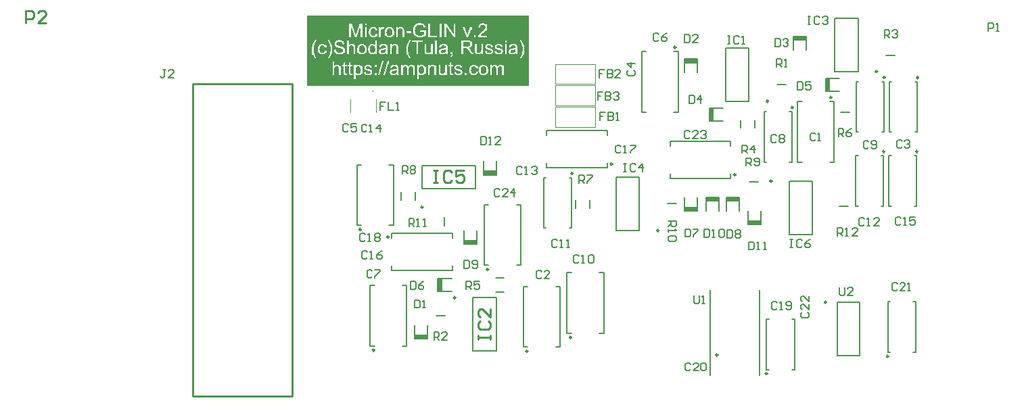
<source format=gto>
G04*
G04 #@! TF.GenerationSoftware,Altium Limited,Altium Designer,22.4.2 (48)*
G04*
G04 Layer_Color=65535*
%FSLAX25Y25*%
%MOIN*%
G70*
G04*
G04 #@! TF.SameCoordinates,7D04F6A7-785E-49C2-8212-7A515D76B669*
G04*
G04*
G04 #@! TF.FilePolarity,Positive*
G04*
G01*
G75*
%ADD10C,0.00984*%
%ADD11C,0.00787*%
%ADD12C,0.01000*%
%ADD13C,0.00394*%
%ADD14C,0.00492*%
%ADD15C,0.00591*%
%ADD16R,0.06299X0.02165*%
%ADD17R,0.02165X0.06299*%
%ADD18R,0.06299X0.02165*%
%ADD19R,0.06299X0.02165*%
G36*
X-268439Y-31082D02*
X-377608D01*
Y-20484D01*
X-268439D01*
Y-31082D01*
D02*
G37*
G36*
Y-41375D02*
Y-55107D01*
X-377608D01*
Y-41375D01*
Y-31082D01*
X-268439D01*
Y-41375D01*
D02*
G37*
%LPC*%
G36*
X-319234Y-24042D02*
Y-27496D01*
X-322120D01*
Y-28300D01*
X-320120D01*
Y-29577D01*
X-320238Y-29673D01*
X-320371Y-29754D01*
X-320511Y-29835D01*
X-320651Y-29909D01*
X-320776Y-29968D01*
X-320828Y-29998D01*
X-320872Y-30020D01*
X-320917Y-30035D01*
X-320946Y-30049D01*
X-320961Y-30057D01*
X-320968D01*
X-321175Y-30130D01*
X-321382Y-30182D01*
X-321573Y-30226D01*
X-321743Y-30248D01*
X-321824Y-30256D01*
X-321891Y-30263D01*
X-321950Y-30271D01*
X-322002D01*
X-322046Y-30278D01*
X-322105D01*
X-322356Y-30263D01*
X-322592Y-30234D01*
X-322806Y-30182D01*
X-322909Y-30160D01*
X-322998Y-30130D01*
X-323079Y-30101D01*
X-323153Y-30079D01*
X-323219Y-30049D01*
X-323278Y-30027D01*
X-323323Y-30012D01*
X-323352Y-29998D01*
X-323374Y-29983D01*
X-323382D01*
X-323492Y-29924D01*
X-323596Y-29857D01*
X-323773Y-29717D01*
X-323928Y-29562D01*
X-324061Y-29414D01*
X-324156Y-29282D01*
X-324201Y-29223D01*
X-324230Y-29178D01*
X-324260Y-29134D01*
X-324274Y-29105D01*
X-324282Y-29082D01*
X-324289Y-29075D01*
X-324393Y-28831D01*
X-324466Y-28573D01*
X-324525Y-28322D01*
X-324562Y-28079D01*
X-324570Y-27968D01*
X-324585Y-27865D01*
X-324592Y-27776D01*
Y-27695D01*
X-324599Y-27636D01*
Y-27584D01*
Y-27555D01*
Y-27547D01*
X-324585Y-27274D01*
X-324555Y-27016D01*
X-324518Y-26787D01*
X-324496Y-26677D01*
X-324466Y-26581D01*
X-324444Y-26492D01*
X-324422Y-26411D01*
X-324400Y-26344D01*
X-324378Y-26285D01*
X-324363Y-26234D01*
X-324348Y-26204D01*
X-324341Y-26182D01*
Y-26175D01*
X-324282Y-26042D01*
X-324216Y-25916D01*
X-324142Y-25798D01*
X-324075Y-25702D01*
X-324016Y-25621D01*
X-323965Y-25555D01*
X-323935Y-25518D01*
X-323920Y-25503D01*
X-323810Y-25392D01*
X-323684Y-25297D01*
X-323566Y-25208D01*
X-323448Y-25134D01*
X-323345Y-25075D01*
X-323264Y-25038D01*
X-323234Y-25023D01*
X-323212Y-25009D01*
X-323197Y-25001D01*
X-323190D01*
X-323013Y-24935D01*
X-322835Y-24891D01*
X-322651Y-24854D01*
X-322489Y-24832D01*
X-322407Y-24824D01*
X-322341Y-24817D01*
X-322274D01*
X-322223Y-24809D01*
X-322120D01*
X-321935Y-24817D01*
X-321758Y-24839D01*
X-321603Y-24869D01*
X-321463Y-24898D01*
X-321352Y-24935D01*
X-321300Y-24950D01*
X-321264Y-24964D01*
X-321234Y-24979D01*
X-321212Y-24986D01*
X-321197Y-24994D01*
X-321190D01*
X-321042Y-25068D01*
X-320909Y-25142D01*
X-320798Y-25223D01*
X-320703Y-25297D01*
X-320636Y-25370D01*
X-320585Y-25422D01*
X-320548Y-25459D01*
X-320540Y-25474D01*
X-320459Y-25592D01*
X-320385Y-25725D01*
X-320319Y-25857D01*
X-320260Y-25990D01*
X-320216Y-26108D01*
X-320201Y-26160D01*
X-320186Y-26197D01*
X-320171Y-26234D01*
X-320164Y-26263D01*
X-320157Y-26278D01*
Y-26285D01*
X-319337Y-26064D01*
X-319411Y-25820D01*
X-319492Y-25599D01*
X-319537Y-25503D01*
X-319581Y-25407D01*
X-319618Y-25326D01*
X-319662Y-25252D01*
X-319699Y-25178D01*
X-319736Y-25119D01*
X-319773Y-25068D01*
X-319795Y-25023D01*
X-319824Y-24994D01*
X-319839Y-24972D01*
X-319847Y-24957D01*
X-319854Y-24950D01*
X-319994Y-24795D01*
X-320142Y-24662D01*
X-320297Y-24551D01*
X-320452Y-24455D01*
X-320585Y-24381D01*
X-320644Y-24352D01*
X-320695Y-24330D01*
X-320732Y-24308D01*
X-320762Y-24293D01*
X-320784Y-24285D01*
X-320791D01*
X-321020Y-24204D01*
X-321249Y-24145D01*
X-321478Y-24101D01*
X-321684Y-24071D01*
X-321780Y-24064D01*
X-321861Y-24057D01*
X-321935Y-24049D01*
X-322002Y-24042D01*
X-322127D01*
X-322311Y-24049D01*
X-322496Y-24057D01*
X-322673Y-24079D01*
X-322835Y-24108D01*
X-322998Y-24138D01*
X-323145Y-24175D01*
X-323286Y-24212D01*
X-323411Y-24249D01*
X-323522Y-24293D01*
X-323625Y-24330D01*
X-323714Y-24367D01*
X-323787Y-24396D01*
X-323847Y-24426D01*
X-323891Y-24448D01*
X-323920Y-24455D01*
X-323928Y-24463D01*
X-324068Y-24544D01*
X-324201Y-24640D01*
X-324326Y-24736D01*
X-324437Y-24839D01*
X-324548Y-24950D01*
X-324643Y-25053D01*
X-324732Y-25156D01*
X-324813Y-25260D01*
X-324880Y-25363D01*
X-324946Y-25451D01*
X-324998Y-25533D01*
X-325042Y-25607D01*
X-325072Y-25666D01*
X-325094Y-25710D01*
X-325109Y-25739D01*
X-325116Y-25747D01*
X-325190Y-25909D01*
X-325249Y-26071D01*
X-325308Y-26234D01*
X-325352Y-26396D01*
X-325426Y-26706D01*
X-325455Y-26854D01*
X-325478Y-26994D01*
X-325492Y-27119D01*
X-325507Y-27237D01*
X-325514Y-27341D01*
X-325522Y-27429D01*
X-325529Y-27503D01*
Y-27599D01*
X-325522Y-27784D01*
X-325514Y-27968D01*
X-325492Y-28138D01*
X-325463Y-28308D01*
X-325433Y-28462D01*
X-325396Y-28618D01*
X-325359Y-28758D01*
X-325323Y-28883D01*
X-325286Y-29001D01*
X-325249Y-29105D01*
X-325212Y-29193D01*
X-325182Y-29274D01*
X-325153Y-29333D01*
X-325131Y-29378D01*
X-325123Y-29407D01*
X-325116Y-29414D01*
X-325035Y-29562D01*
X-324939Y-29702D01*
X-324843Y-29828D01*
X-324747Y-29953D01*
X-324643Y-30064D01*
X-324540Y-30160D01*
X-324437Y-30256D01*
X-324341Y-30337D01*
X-324245Y-30411D01*
X-324156Y-30477D01*
X-324075Y-30529D01*
X-324009Y-30573D01*
X-323957Y-30610D01*
X-323913Y-30632D01*
X-323883Y-30647D01*
X-323876Y-30654D01*
X-323721Y-30728D01*
X-323559Y-30795D01*
X-323404Y-30854D01*
X-323249Y-30898D01*
X-323086Y-30942D01*
X-322939Y-30979D01*
X-322791Y-31009D01*
X-322658Y-31031D01*
X-322533Y-31045D01*
X-322415Y-31060D01*
X-322311Y-31068D01*
X-322223Y-31075D01*
X-322149Y-31082D01*
X-322053D01*
X-321780Y-31068D01*
X-321514Y-31038D01*
X-321271Y-31001D01*
X-321160Y-30972D01*
X-321049Y-30950D01*
X-320953Y-30927D01*
X-320872Y-30898D01*
X-320791Y-30876D01*
X-320732Y-30861D01*
X-320673Y-30839D01*
X-320636Y-30832D01*
X-320614Y-30817D01*
X-320607D01*
X-320341Y-30706D01*
X-320090Y-30581D01*
X-319861Y-30448D01*
X-319751Y-30381D01*
X-319655Y-30322D01*
X-319566Y-30263D01*
X-319485Y-30204D01*
X-319411Y-30160D01*
X-319352Y-30116D01*
X-319300Y-30079D01*
X-319264Y-30049D01*
X-319241Y-30035D01*
X-319234Y-30027D01*
Y-30972D01*
Y-24042D01*
D02*
G37*
G36*
X-331477Y-25924D02*
X-331551D01*
X-331736Y-25931D01*
X-331913Y-25961D01*
X-332075Y-25998D01*
X-332230Y-26049D01*
X-332370Y-26116D01*
X-332496Y-26182D01*
X-332614Y-26256D01*
X-332717Y-26330D01*
X-332813Y-26411D01*
X-332894Y-26485D01*
X-332961Y-26551D01*
X-333012Y-26618D01*
X-333057Y-26669D01*
X-333094Y-26706D01*
X-333108Y-26736D01*
X-333116Y-26743D01*
Y-26035D01*
X-333869D01*
Y-30972D01*
X-333035D01*
Y-28278D01*
X-333027Y-28108D01*
X-333020Y-27946D01*
X-332998Y-27806D01*
X-332976Y-27673D01*
X-332946Y-27555D01*
X-332916Y-27452D01*
X-332880Y-27356D01*
X-332843Y-27274D01*
X-332806Y-27200D01*
X-332769Y-27141D01*
X-332739Y-27097D01*
X-332710Y-27053D01*
X-332688Y-27023D01*
X-332666Y-27001D01*
X-332658Y-26994D01*
X-332651Y-26987D01*
X-332577Y-26928D01*
X-332496Y-26876D01*
X-332341Y-26787D01*
X-332186Y-26728D01*
X-332046Y-26691D01*
X-331920Y-26662D01*
X-331861Y-26654D01*
X-331817D01*
X-331780Y-26647D01*
X-331728D01*
X-331603Y-26654D01*
X-331492Y-26669D01*
X-331396Y-26699D01*
X-331308Y-26721D01*
X-331241Y-26750D01*
X-331190Y-26780D01*
X-331153Y-26795D01*
X-331145Y-26802D01*
X-331057Y-26861D01*
X-330983Y-26928D01*
X-330924Y-26994D01*
X-330880Y-27060D01*
X-330843Y-27119D01*
X-330821Y-27164D01*
X-330806Y-27193D01*
X-330799Y-27208D01*
X-330762Y-27311D01*
X-330739Y-27429D01*
X-330717Y-27555D01*
X-330710Y-27680D01*
X-330702Y-27791D01*
X-330695Y-27843D01*
Y-27887D01*
Y-27916D01*
Y-27946D01*
Y-27961D01*
Y-27968D01*
Y-30972D01*
X-331865D01*
X-329861D01*
Y-27739D01*
X-329869Y-27643D01*
Y-27562D01*
X-329876Y-27488D01*
Y-27422D01*
X-329883Y-27311D01*
X-329898Y-27230D01*
X-329906Y-27171D01*
X-329913Y-27134D01*
Y-27127D01*
X-329942Y-26994D01*
X-329987Y-26876D01*
X-330024Y-26772D01*
X-330068Y-26684D01*
X-330112Y-26610D01*
X-330142Y-26551D01*
X-330164Y-26522D01*
X-330171Y-26507D01*
X-330245Y-26411D01*
X-330333Y-26330D01*
X-330429Y-26263D01*
X-330518Y-26197D01*
X-330607Y-26153D01*
X-330673Y-26116D01*
X-330717Y-26094D01*
X-330725Y-26086D01*
X-330732D01*
X-330872Y-26035D01*
X-331013Y-25990D01*
X-331153Y-25961D01*
X-331278Y-25946D01*
X-331389Y-25931D01*
X-331433D01*
X-331477Y-25924D01*
D02*
G37*
G36*
X-340474D02*
X-342333D01*
X-340518D01*
X-340621Y-25931D01*
X-340724Y-25953D01*
X-340813Y-25975D01*
X-340894Y-26005D01*
X-340953Y-26042D01*
X-341005Y-26064D01*
X-341035Y-26086D01*
X-341049Y-26094D01*
X-341094Y-26130D01*
X-341145Y-26175D01*
X-341234Y-26271D01*
X-341322Y-26389D01*
X-341404Y-26507D01*
X-341477Y-26610D01*
X-341529Y-26706D01*
X-341551Y-26736D01*
X-341566Y-26765D01*
X-341581Y-26780D01*
Y-26035D01*
X-342333D01*
Y-30972D01*
X-341499D01*
Y-28389D01*
X-341492Y-28197D01*
X-341477Y-28012D01*
X-341455Y-27850D01*
X-341433Y-27702D01*
X-341411Y-27584D01*
X-341396Y-27533D01*
X-341389Y-27488D01*
X-341381Y-27459D01*
X-341374Y-27437D01*
X-341367Y-27422D01*
Y-27415D01*
X-341322Y-27311D01*
X-341278Y-27215D01*
X-341226Y-27141D01*
X-341175Y-27075D01*
X-341130Y-27023D01*
X-341094Y-26987D01*
X-341064Y-26964D01*
X-341057Y-26957D01*
X-340968Y-26898D01*
X-340887Y-26861D01*
X-340806Y-26831D01*
X-340724Y-26809D01*
X-340658Y-26795D01*
X-340606Y-26787D01*
X-340562D01*
X-340444Y-26795D01*
X-340333Y-26817D01*
X-340230Y-26846D01*
X-340142Y-26876D01*
X-340060Y-26913D01*
X-340001Y-26942D01*
X-339964Y-26964D01*
X-339950Y-26972D01*
X-339654Y-26197D01*
X-339817Y-26108D01*
X-339979Y-26042D01*
X-340119Y-25990D01*
X-340252Y-25961D01*
X-340363Y-25939D01*
X-340407Y-25931D01*
X-340444D01*
X-340474Y-25924D01*
D02*
G37*
G36*
X-343042D02*
X-347330D01*
X-345093D01*
X-345322Y-25939D01*
X-345544Y-25968D01*
X-345743Y-26020D01*
X-345831Y-26049D01*
X-345920Y-26071D01*
X-345994Y-26101D01*
X-346060Y-26130D01*
X-346119Y-26153D01*
X-346171Y-26182D01*
X-346215Y-26197D01*
X-346245Y-26212D01*
X-346259Y-26226D01*
X-346267D01*
X-346459Y-26352D01*
X-346621Y-26492D01*
X-346761Y-26647D01*
X-346872Y-26787D01*
X-346961Y-26920D01*
X-346990Y-26979D01*
X-347020Y-27031D01*
X-347042Y-27068D01*
X-347057Y-27097D01*
X-347071Y-27119D01*
Y-27127D01*
X-347160Y-27356D01*
X-347219Y-27599D01*
X-347263Y-27835D01*
X-347300Y-28049D01*
X-347307Y-28153D01*
X-347315Y-28241D01*
X-347322Y-28322D01*
Y-28396D01*
X-347330Y-28448D01*
D01*
D01*
Y-28529D01*
X-347322Y-28750D01*
X-347300Y-28964D01*
X-347271Y-29164D01*
X-347234Y-29348D01*
X-347189Y-29518D01*
X-347138Y-29673D01*
X-347079Y-29813D01*
X-347020Y-29939D01*
X-346968Y-30049D01*
X-346909Y-30152D01*
X-346857Y-30234D01*
X-346813Y-30300D01*
X-346776Y-30359D01*
X-346747Y-30396D01*
X-346725Y-30418D01*
X-346717Y-30426D01*
X-346599Y-30544D01*
X-346474Y-30640D01*
X-346341Y-30728D01*
X-346208Y-30802D01*
X-346068Y-30868D01*
X-345935Y-30920D01*
X-345802Y-30964D01*
X-345676Y-31001D01*
X-345558Y-31031D01*
X-345448Y-31045D01*
X-345344Y-31060D01*
X-345263Y-31075D01*
X-345189D01*
X-345138Y-31082D01*
X-345093D01*
X-344946Y-31075D01*
X-344806Y-31060D01*
X-344673Y-31038D01*
X-344540Y-31009D01*
X-344422Y-30972D01*
X-344311Y-30927D01*
X-344208Y-30891D01*
X-344112Y-30839D01*
X-344031Y-30795D01*
X-343950Y-30758D01*
X-343891Y-30713D01*
X-343831Y-30676D01*
X-343795Y-30647D01*
X-343758Y-30625D01*
X-343743Y-30610D01*
X-343736Y-30603D01*
X-343640Y-30507D01*
X-343544Y-30411D01*
X-343462Y-30300D01*
X-343396Y-30189D01*
X-343330Y-30079D01*
X-343271Y-29968D01*
X-343182Y-29761D01*
X-343145Y-29658D01*
X-343116Y-29570D01*
X-343093Y-29488D01*
X-343071Y-29414D01*
X-343057Y-29355D01*
X-343049Y-29311D01*
X-343042Y-29282D01*
Y-30972D01*
Y-29274D01*
X-343861Y-29164D01*
X-343883Y-29282D01*
X-343905Y-29385D01*
X-343935Y-29488D01*
X-343964Y-29577D01*
X-344001Y-29665D01*
X-344031Y-29739D01*
X-344068Y-29806D01*
X-344105Y-29872D01*
X-344142Y-29924D01*
X-344171Y-29968D01*
X-344230Y-30042D01*
X-344267Y-30086D01*
X-344274Y-30094D01*
X-344282Y-30101D01*
X-344415Y-30197D01*
X-344547Y-30271D01*
X-344688Y-30322D01*
X-344813Y-30359D01*
X-344931Y-30381D01*
X-344975Y-30389D01*
X-345020D01*
X-345057Y-30396D01*
X-345101D01*
X-345212Y-30389D01*
X-345322Y-30374D01*
X-345418Y-30352D01*
X-345514Y-30322D01*
X-345684Y-30256D01*
X-345831Y-30167D01*
X-345890Y-30130D01*
X-345942Y-30086D01*
X-345987Y-30049D01*
X-346031Y-30012D01*
X-346060Y-29990D01*
X-346082Y-29968D01*
X-346090Y-29953D01*
X-346097Y-29946D01*
X-346164Y-29857D01*
X-346223Y-29754D01*
X-346274Y-29643D01*
X-346311Y-29533D01*
X-346385Y-29289D01*
X-346429Y-29053D01*
X-346444Y-28942D01*
X-346451Y-28839D01*
X-346459Y-28743D01*
X-346466Y-28662D01*
X-346474Y-28595D01*
Y-28544D01*
Y-28507D01*
Y-28499D01*
X-346466Y-28322D01*
X-346459Y-28153D01*
X-346437Y-28005D01*
X-346414Y-27865D01*
X-346385Y-27732D01*
X-346348Y-27614D01*
X-346311Y-27510D01*
X-346274Y-27415D01*
X-346245Y-27333D01*
X-346208Y-27260D01*
X-346171Y-27200D01*
X-346142Y-27156D01*
X-346119Y-27112D01*
X-346097Y-27090D01*
X-346090Y-27075D01*
X-346082Y-27068D01*
X-346009Y-26987D01*
X-345927Y-26920D01*
X-345839Y-26854D01*
X-345758Y-26802D01*
X-345669Y-26758D01*
X-345588Y-26721D01*
X-345426Y-26669D01*
X-345278Y-26632D01*
X-345219Y-26625D01*
X-345160Y-26618D01*
X-345116Y-26610D01*
X-345057D01*
X-344909Y-26618D01*
X-344769Y-26647D01*
X-344651Y-26691D01*
X-344547Y-26736D01*
X-344466Y-26787D01*
X-344400Y-26824D01*
X-344363Y-26854D01*
X-344348Y-26868D01*
X-344245Y-26972D01*
X-344156Y-27090D01*
X-344090Y-27215D01*
X-344031Y-27333D01*
X-343987Y-27444D01*
X-343957Y-27533D01*
X-343950Y-27569D01*
X-343942Y-27592D01*
X-343935Y-27606D01*
Y-27614D01*
X-343123Y-27488D01*
X-343153Y-27356D01*
X-343197Y-27223D01*
X-343241Y-27105D01*
X-343285Y-26994D01*
X-343337Y-26891D01*
X-343396Y-26795D01*
X-343448Y-26713D01*
X-343507Y-26632D01*
X-343559Y-26566D01*
X-343610Y-26507D01*
X-343654Y-26455D01*
X-343699Y-26411D01*
X-343728Y-26381D01*
X-343758Y-26359D01*
X-343773Y-26344D01*
X-343780Y-26337D01*
X-343876Y-26263D01*
X-343979Y-26197D01*
X-344090Y-26145D01*
X-344200Y-26101D01*
X-344422Y-26027D01*
X-344629Y-25975D01*
X-344724Y-25961D01*
X-344813Y-25946D01*
X-344894Y-25939D01*
X-344961Y-25931D01*
X-345012Y-25924D01*
X-343042D01*
D02*
G37*
G36*
X-334850D02*
X-339470D01*
X-337160D01*
X-337330Y-25931D01*
X-337492Y-25946D01*
X-337640Y-25975D01*
X-337787Y-26012D01*
X-337928Y-26049D01*
X-338053Y-26101D01*
X-338171Y-26145D01*
X-338274Y-26197D01*
X-338378Y-26248D01*
X-338459Y-26300D01*
X-338533Y-26352D01*
X-338599Y-26389D01*
X-338643Y-26426D01*
X-338680Y-26455D01*
X-338702Y-26470D01*
X-338710Y-26477D01*
X-338843Y-26610D01*
X-338961Y-26750D01*
X-339064Y-26905D01*
X-339153Y-27068D01*
X-339219Y-27237D01*
X-339285Y-27407D01*
X-339337Y-27577D01*
X-339374Y-27739D01*
X-339404Y-27894D01*
X-339433Y-28034D01*
X-339448Y-28167D01*
X-339455Y-28285D01*
X-339463Y-28374D01*
X-339470Y-28448D01*
Y-28440D01*
Y-28448D01*
Y-31082D01*
Y-28507D01*
X-339463Y-28736D01*
X-339440Y-28950D01*
X-339411Y-29149D01*
X-339374Y-29333D01*
X-339322Y-29503D01*
X-339271Y-29658D01*
X-339212Y-29798D01*
X-339153Y-29931D01*
X-339094Y-30042D01*
X-339035Y-30145D01*
X-338983Y-30226D01*
X-338931Y-30293D01*
X-338894Y-30352D01*
X-338865Y-30389D01*
X-338843Y-30411D01*
X-338835Y-30418D01*
X-338710Y-30536D01*
X-338577Y-30640D01*
X-338444Y-30728D01*
X-338304Y-30802D01*
X-338164Y-30868D01*
X-338023Y-30920D01*
X-337891Y-30964D01*
X-337758Y-31001D01*
X-337632Y-31023D01*
X-337522Y-31045D01*
X-337418Y-31060D01*
X-337330Y-31075D01*
X-337256D01*
X-337204Y-31082D01*
X-337160D01*
X-336924Y-31068D01*
X-336702Y-31038D01*
X-336503Y-30986D01*
X-336407Y-30964D01*
X-336326Y-30935D01*
X-336245Y-30905D01*
X-336178Y-30883D01*
X-336119Y-30854D01*
X-336068Y-30832D01*
X-336023Y-30817D01*
X-335994Y-30802D01*
X-335979Y-30787D01*
X-335972D01*
X-335780Y-30662D01*
X-335610Y-30529D01*
X-335470Y-30389D01*
X-335352Y-30248D01*
X-335256Y-30130D01*
X-335219Y-30071D01*
X-335190Y-30027D01*
X-335167Y-29990D01*
X-335153Y-29961D01*
X-335138Y-29946D01*
Y-29939D01*
X-335086Y-29828D01*
X-335042Y-29717D01*
X-334968Y-29474D01*
X-334916Y-29223D01*
X-334887Y-28986D01*
X-334872Y-28876D01*
X-334865Y-28773D01*
X-334858Y-28677D01*
Y-28595D01*
X-334850Y-28529D01*
Y-30972D01*
Y-28440D01*
X-334858Y-28226D01*
X-334880Y-28020D01*
X-334909Y-27828D01*
X-334953Y-27651D01*
X-334998Y-27488D01*
X-335057Y-27341D01*
X-335116Y-27200D01*
X-335175Y-27075D01*
X-335234Y-26964D01*
X-335293Y-26868D01*
X-335352Y-26787D01*
X-335396Y-26721D01*
X-335440Y-26662D01*
X-335470Y-26625D01*
X-335492Y-26603D01*
X-335500Y-26595D01*
X-335625Y-26477D01*
X-335758Y-26374D01*
X-335891Y-26285D01*
X-336031Y-26204D01*
X-336171Y-26145D01*
X-336304Y-26086D01*
X-336444Y-26042D01*
X-336570Y-26005D01*
X-336695Y-25983D01*
X-336806Y-25961D01*
X-336902Y-25946D01*
X-336990Y-25931D01*
X-337064D01*
X-337116Y-25924D01*
X-334850D01*
D01*
D02*
G37*
G36*
X-326334Y-28086D02*
X-328909D01*
Y-28927D01*
X-326334D01*
Y-28086D01*
D02*
G37*
G36*
X-288998Y-24138D02*
Y-30167D01*
X-292356Y-30167D01*
X-292238Y-30005D01*
X-292179Y-29931D01*
X-292120Y-29865D01*
X-292068Y-29806D01*
X-292031Y-29761D01*
X-292002Y-29732D01*
X-291994Y-29724D01*
X-291950Y-29680D01*
X-291891Y-29621D01*
X-291825Y-29562D01*
X-291751Y-29496D01*
X-291596Y-29348D01*
X-291434Y-29208D01*
X-291279Y-29075D01*
X-291212Y-29016D01*
X-291146Y-28964D01*
X-291101Y-28920D01*
X-291057Y-28891D01*
X-291035Y-28868D01*
X-291028Y-28861D01*
X-290865Y-28721D01*
X-290710Y-28588D01*
X-290570Y-28470D01*
X-290445Y-28352D01*
X-290326Y-28249D01*
X-290223Y-28145D01*
X-290127Y-28057D01*
X-290039Y-27975D01*
X-289965Y-27909D01*
X-289906Y-27843D01*
X-289854Y-27791D01*
X-289810Y-27747D01*
X-289780Y-27710D01*
X-289751Y-27688D01*
X-289743Y-27673D01*
X-289736Y-27665D01*
X-289596Y-27503D01*
X-289485Y-27356D01*
X-289389Y-27215D01*
X-289308Y-27090D01*
X-289249Y-26987D01*
X-289205Y-26905D01*
X-289190Y-26876D01*
X-289183Y-26854D01*
X-289175Y-26846D01*
Y-26839D01*
X-289116Y-26691D01*
X-289079Y-26544D01*
X-289050Y-26411D01*
X-289028Y-26285D01*
X-289013Y-26182D01*
X-289005Y-26101D01*
Y-26071D01*
Y-26049D01*
Y-26042D01*
Y-26035D01*
X-289013Y-25887D01*
X-289028Y-25747D01*
X-289057Y-25614D01*
X-289094Y-25481D01*
X-289138Y-25363D01*
X-289190Y-25252D01*
X-289242Y-25149D01*
X-289293Y-25060D01*
X-289345Y-24972D01*
X-289397Y-24898D01*
X-289448Y-24832D01*
X-289493Y-24780D01*
X-289529Y-24743D01*
X-289559Y-24706D01*
X-289574Y-24691D01*
X-289581Y-24684D01*
X-289692Y-24588D01*
X-289810Y-24507D01*
X-289935Y-24433D01*
X-290068Y-24367D01*
X-290194Y-24315D01*
X-290326Y-24271D01*
X-290452Y-24234D01*
X-290577Y-24204D01*
X-290688Y-24182D01*
X-290799Y-24167D01*
X-290895Y-24153D01*
X-290976Y-24145D01*
X-291042Y-24138D01*
X-291138D01*
X-291316Y-24145D01*
X-291485Y-24160D01*
X-291640Y-24182D01*
X-291788Y-24219D01*
X-291928Y-24256D01*
X-292054Y-24300D01*
X-292172Y-24344D01*
X-292275Y-24389D01*
X-292371Y-24440D01*
X-292452Y-24485D01*
X-292526Y-24529D01*
X-292585Y-24566D01*
X-292629Y-24603D01*
X-292659Y-24625D01*
X-292681Y-24640D01*
X-292688Y-24647D01*
X-292791Y-24743D01*
X-292880Y-24854D01*
X-292961Y-24964D01*
X-293035Y-25090D01*
X-293094Y-25208D01*
X-293153Y-25326D01*
X-293197Y-25451D01*
X-293234Y-25562D01*
X-293271Y-25673D01*
X-293293Y-25776D01*
X-293315Y-25872D01*
X-293330Y-25953D01*
X-293338Y-26020D01*
X-293345Y-26064D01*
X-293352Y-26094D01*
Y-26108D01*
X-292496Y-26197D01*
X-292489Y-26079D01*
X-292481Y-25968D01*
X-292437Y-25776D01*
X-292378Y-25599D01*
X-292349Y-25525D01*
X-292312Y-25459D01*
X-292282Y-25400D01*
X-292245Y-25348D01*
X-292216Y-25304D01*
X-292194Y-25267D01*
X-292164Y-25238D01*
X-292149Y-25215D01*
X-292142Y-25208D01*
X-292135Y-25201D01*
X-292061Y-25134D01*
X-291987Y-25075D01*
X-291906Y-25031D01*
X-291825Y-24986D01*
X-291662Y-24920D01*
X-291507Y-24876D01*
X-291374Y-24854D01*
X-291316Y-24839D01*
X-291264D01*
X-291219Y-24832D01*
X-291057D01*
X-290954Y-24846D01*
X-290769Y-24883D01*
X-290614Y-24942D01*
X-290474Y-25001D01*
X-290371Y-25068D01*
X-290326Y-25097D01*
X-290290Y-25127D01*
X-290260Y-25149D01*
X-290238Y-25164D01*
X-290231Y-25171D01*
X-290223Y-25178D01*
X-290157Y-25245D01*
X-290105Y-25311D01*
X-290054Y-25378D01*
X-290017Y-25451D01*
X-289950Y-25592D01*
X-289906Y-25725D01*
X-289884Y-25835D01*
X-289869Y-25887D01*
Y-25931D01*
X-289862Y-25961D01*
Y-25990D01*
Y-26005D01*
Y-26012D01*
X-289869Y-26101D01*
X-289876Y-26190D01*
X-289921Y-26367D01*
X-289987Y-26536D01*
X-290061Y-26691D01*
X-290135Y-26824D01*
X-290164Y-26876D01*
X-290201Y-26928D01*
X-290223Y-26964D01*
X-290245Y-26994D01*
X-290253Y-27009D01*
X-290260Y-27016D01*
X-290341Y-27119D01*
X-290437Y-27230D01*
X-290548Y-27348D01*
X-290666Y-27466D01*
X-290910Y-27710D01*
X-291160Y-27939D01*
X-291279Y-28049D01*
X-291397Y-28145D01*
X-291500Y-28234D01*
X-291588Y-28308D01*
X-291662Y-28374D01*
X-291714Y-28418D01*
X-291751Y-28455D01*
X-291766Y-28462D01*
X-291898Y-28573D01*
X-292017Y-28677D01*
X-292135Y-28773D01*
X-292238Y-28868D01*
X-292341Y-28957D01*
X-292430Y-29046D01*
X-292511Y-29119D01*
X-292585Y-29193D01*
X-292651Y-29260D01*
X-292703Y-29319D01*
X-292755Y-29370D01*
X-292791Y-29407D01*
X-292828Y-29444D01*
X-292850Y-29466D01*
X-292858Y-29481D01*
X-292865Y-29488D01*
X-292998Y-29651D01*
X-293109Y-29813D01*
X-293205Y-29968D01*
X-293279Y-30108D01*
X-293338Y-30226D01*
X-293360Y-30278D01*
X-293382Y-30315D01*
X-293397Y-30352D01*
X-293404Y-30374D01*
X-293411Y-30389D01*
Y-30396D01*
X-293448Y-30499D01*
X-293470Y-30603D01*
X-293493Y-30699D01*
X-293500Y-30787D01*
X-293507Y-30861D01*
Y-30832D01*
Y-30972D01*
X-288998Y-30972D01*
Y-24138D01*
D02*
G37*
G36*
X-313684Y-24160D02*
D01*
Y-30167D01*
X-317042D01*
Y-24160D01*
X-317943D01*
Y-30972D01*
X-313684D01*
Y-24160D01*
D02*
G37*
G36*
X-296540Y-26035D02*
X-301079D01*
D01*
X-299212Y-30972D01*
X-298415D01*
X-296540Y-26035D01*
Y-30927D01*
Y-26035D01*
D02*
G37*
G36*
X-294614Y-30020D02*
X-295566D01*
Y-30972D01*
X-294614D01*
Y-30020D01*
D02*
G37*
G36*
X-304614Y-24160D02*
X-309980D01*
Y-30972D01*
X-304614D01*
Y-24160D01*
D02*
G37*
G36*
X-311559D02*
X-312459D01*
Y-30972D01*
X-311559D01*
Y-24160D01*
D02*
G37*
G36*
X-348356D02*
X-349189Y-24160D01*
Y-25112D01*
X-348356Y-25112D01*
Y-26035D01*
X-349189Y-26035D01*
Y-30972D01*
X-348356Y-30972D01*
Y-24160D01*
D02*
G37*
G36*
X-350540Y-24160D02*
X-357049D01*
Y-30972D01*
X-356178D01*
Y-25171D01*
X-354215Y-30972D01*
X-353403D01*
D01*
X-352684D01*
X-353403D01*
X-351411Y-25267D01*
Y-30972D01*
X-350540D01*
Y-24160D01*
D02*
G37*
G36*
X-322234Y-31082D02*
X-325529D01*
D01*
X-322234D01*
D02*
G37*
%LPD*%
G36*
X-337049Y-26625D02*
X-336939Y-26640D01*
X-336835Y-26662D01*
X-336739Y-26691D01*
X-336562Y-26765D01*
X-336407Y-26854D01*
X-336348Y-26898D01*
X-336289Y-26942D01*
X-336245Y-26979D01*
X-336201Y-27016D01*
X-336171Y-27046D01*
X-336149Y-27068D01*
X-336134Y-27082D01*
X-336127Y-27090D01*
X-336053Y-27186D01*
X-335987Y-27282D01*
X-335935Y-27392D01*
X-335883Y-27503D01*
X-335839Y-27621D01*
X-335809Y-27739D01*
X-335758Y-27961D01*
X-335743Y-28064D01*
X-335728Y-28160D01*
X-335721Y-28249D01*
X-335714Y-28330D01*
X-335706Y-28389D01*
Y-28440D01*
Y-28470D01*
Y-28477D01*
X-335714Y-28654D01*
X-335721Y-28817D01*
X-335743Y-28972D01*
X-335773Y-29112D01*
X-335802Y-29245D01*
X-335839Y-29363D01*
X-335876Y-29474D01*
X-335913Y-29562D01*
X-335957Y-29651D01*
X-335994Y-29724D01*
X-336031Y-29783D01*
X-336060Y-29835D01*
X-336090Y-29872D01*
X-336112Y-29902D01*
X-336119Y-29916D01*
X-336127Y-29924D01*
X-336208Y-30005D01*
X-336289Y-30079D01*
X-336378Y-30145D01*
X-336459Y-30197D01*
X-336547Y-30241D01*
X-336636Y-30278D01*
X-336798Y-30337D01*
X-336939Y-30374D01*
X-337005Y-30381D01*
X-337057Y-30389D01*
X-337101Y-30396D01*
X-337160D01*
X-337278Y-30389D01*
X-337381Y-30374D01*
X-337492Y-30352D01*
X-337588Y-30322D01*
X-337765Y-30248D01*
X-337913Y-30160D01*
X-337979Y-30123D01*
X-338038Y-30079D01*
X-338083Y-30042D01*
X-338127Y-30005D01*
X-338156Y-29975D01*
X-338178Y-29953D01*
X-338193Y-29939D01*
X-338201Y-29931D01*
X-338274Y-29835D01*
X-338333Y-29732D01*
X-338392Y-29621D01*
X-338437Y-29511D01*
X-338511Y-29274D01*
X-338562Y-29038D01*
X-338577Y-28935D01*
X-338592Y-28831D01*
X-338599Y-28743D01*
X-338607Y-28662D01*
X-338614Y-28595D01*
Y-28551D01*
Y-28514D01*
Y-28507D01*
X-338607Y-28337D01*
X-338599Y-28175D01*
X-338577Y-28027D01*
X-338547Y-27887D01*
X-338518Y-27761D01*
X-338481Y-27643D01*
X-338444Y-27540D01*
X-338407Y-27444D01*
X-338370Y-27363D01*
X-338333Y-27289D01*
X-338297Y-27230D01*
X-338267Y-27178D01*
X-338238Y-27141D01*
X-338215Y-27112D01*
X-338208Y-27097D01*
X-338201Y-27090D01*
X-338119Y-27009D01*
X-338038Y-26935D01*
X-337950Y-26868D01*
X-337861Y-26817D01*
X-337773Y-26772D01*
X-337691Y-26736D01*
X-337522Y-26677D01*
X-337381Y-26640D01*
X-337315Y-26632D01*
X-337263Y-26625D01*
X-337219Y-26618D01*
X-337160D01*
X-337049Y-26625D01*
D02*
G37*
G36*
X-298504Y-29053D02*
X-298577Y-29252D01*
X-298636Y-29429D01*
X-298688Y-29592D01*
X-298732Y-29724D01*
X-298769Y-29835D01*
X-298784Y-29880D01*
X-298791Y-29924D01*
X-298799Y-29953D01*
X-298806Y-29975D01*
X-298814Y-29983D01*
Y-29990D01*
X-298873Y-29798D01*
X-298924Y-29614D01*
X-298976Y-29444D01*
X-299028Y-29296D01*
X-299072Y-29171D01*
X-299087Y-29119D01*
X-299101Y-29075D01*
X-299116Y-29038D01*
X-299124Y-29016D01*
X-299131Y-29001D01*
Y-28994D01*
X-300194Y-26035D01*
X-297404D01*
X-298504Y-29053D01*
D02*
G37*
G36*
X-305478Y-29511D02*
X-309057Y-24160D01*
X-305478D01*
Y-29511D01*
D02*
G37*
G36*
X-305544Y-30972D02*
X-309116D01*
Y-25629D01*
X-305544Y-30972D01*
D02*
G37*
G36*
X-353396Y-28898D02*
X-353440Y-29031D01*
X-353485Y-29149D01*
X-353521Y-29267D01*
X-353558Y-29370D01*
X-353588Y-29474D01*
X-353617Y-29562D01*
X-353647Y-29643D01*
X-353669Y-29717D01*
X-353691Y-29776D01*
X-353706Y-29835D01*
X-353721Y-29880D01*
X-353735Y-29924D01*
X-353743Y-29953D01*
X-353750Y-29975D01*
X-353758Y-29983D01*
Y-29990D01*
X-353780Y-29924D01*
X-353802Y-29850D01*
X-353854Y-29695D01*
X-353905Y-29525D01*
X-353957Y-29363D01*
X-354009Y-29215D01*
X-354031Y-29149D01*
X-354045Y-29097D01*
X-354060Y-29053D01*
X-354075Y-29016D01*
X-354082Y-28994D01*
Y-28986D01*
X-355699Y-24160D01*
X-351758D01*
X-353396Y-28898D01*
D02*
G37*
%LPC*%
G36*
X-361706Y-32445D02*
X-361831D01*
X-362082Y-32452D01*
X-362318Y-32482D01*
X-362525Y-32519D01*
X-362621Y-32541D01*
X-362710Y-32563D01*
X-362791Y-32585D01*
X-362865Y-32607D01*
X-362931Y-32629D01*
X-362983Y-32644D01*
X-363019Y-32659D01*
X-363056Y-32674D01*
X-363071Y-32681D01*
X-363079D01*
X-363278Y-32777D01*
X-363448Y-32888D01*
X-363595Y-32998D01*
X-363713Y-33109D01*
X-363809Y-33212D01*
X-363883Y-33294D01*
X-363905Y-33323D01*
X-363920Y-33345D01*
X-363935Y-33360D01*
Y-33367D01*
X-364031Y-33537D01*
X-364104Y-33707D01*
X-364149Y-33862D01*
X-364186Y-34009D01*
X-364208Y-34142D01*
X-364215Y-34194D01*
Y-34238D01*
X-364223Y-34275D01*
Y-34304D01*
Y-34319D01*
Y-34327D01*
X-364215Y-34496D01*
X-364186Y-34659D01*
X-364149Y-34806D01*
X-364104Y-34932D01*
X-364060Y-35035D01*
X-364023Y-35116D01*
X-364008Y-35146D01*
X-363994Y-35168D01*
X-363986Y-35175D01*
Y-35183D01*
X-363890Y-35316D01*
X-363772Y-35441D01*
X-363654Y-35544D01*
X-363529Y-35640D01*
X-363425Y-35714D01*
X-363337Y-35766D01*
X-363300Y-35781D01*
X-363278Y-35795D01*
X-363263Y-35810D01*
X-363256D01*
X-363182Y-35847D01*
X-363093Y-35884D01*
X-362997Y-35921D01*
X-362894Y-35958D01*
X-362680Y-36031D01*
X-362459Y-36098D01*
X-362355Y-36127D01*
X-362267Y-36157D01*
X-362178Y-36179D01*
X-362097Y-36201D01*
X-362038Y-36216D01*
X-361986Y-36231D01*
X-361957Y-36238D01*
X-361949D01*
X-361780Y-36275D01*
X-361625Y-36319D01*
X-361492Y-36349D01*
X-361366Y-36386D01*
X-361256Y-36415D01*
X-361152Y-36437D01*
X-361071Y-36467D01*
X-360990Y-36489D01*
X-360931Y-36504D01*
X-360872Y-36526D01*
X-360828Y-36541D01*
X-360798Y-36548D01*
X-360769Y-36555D01*
X-360754Y-36563D01*
X-360739Y-36570D01*
X-360592Y-36637D01*
X-360466Y-36703D01*
X-360355Y-36770D01*
X-360274Y-36829D01*
X-360208Y-36887D01*
X-360163Y-36932D01*
X-360134Y-36961D01*
X-360127Y-36969D01*
X-360060Y-37057D01*
X-360016Y-37153D01*
X-359979Y-37249D01*
X-359957Y-37338D01*
X-359942Y-37411D01*
X-359935Y-37478D01*
Y-37515D01*
Y-37522D01*
Y-37530D01*
X-359942Y-37640D01*
X-359964Y-37751D01*
X-360001Y-37847D01*
X-360031Y-37936D01*
X-360068Y-38009D01*
X-360104Y-38068D01*
X-360127Y-38098D01*
X-360134Y-38113D01*
X-360215Y-38209D01*
X-360304Y-38290D01*
X-360407Y-38364D01*
X-360503Y-38423D01*
X-360592Y-38467D01*
X-360658Y-38504D01*
X-360687Y-38519D01*
X-360710Y-38526D01*
X-360717Y-38533D01*
X-360724D01*
X-360872Y-38585D01*
X-361027Y-38622D01*
X-361182Y-38644D01*
X-361322Y-38659D01*
X-361440Y-38673D01*
X-361492D01*
X-361536Y-38681D01*
X-361625D01*
X-361839Y-38673D01*
X-362031Y-38651D01*
X-362215Y-38614D01*
X-362370Y-38578D01*
X-362437Y-38563D01*
X-362496Y-38548D01*
X-362547Y-38526D01*
X-362592Y-38511D01*
X-362628Y-38496D01*
X-362650Y-38489D01*
X-362665Y-38482D01*
X-362673D01*
X-362835Y-38400D01*
X-362975Y-38312D01*
X-363093Y-38231D01*
X-363189Y-38142D01*
X-363263Y-38068D01*
X-363315Y-38009D01*
X-363352Y-37972D01*
X-363359Y-37958D01*
X-363433Y-37825D01*
X-363492Y-37685D01*
X-363536Y-37544D01*
X-363573Y-37411D01*
X-363603Y-37286D01*
X-363610Y-37242D01*
X-363617Y-37198D01*
X-363625Y-37161D01*
X-363632Y-37131D01*
Y-37116D01*
Y-37109D01*
X-364481Y-37183D01*
X-364473Y-37308D01*
X-364459Y-37434D01*
X-364414Y-37662D01*
X-364355Y-37876D01*
X-364326Y-37972D01*
X-364289Y-38054D01*
X-364259Y-38135D01*
X-364223Y-38209D01*
X-364193Y-38268D01*
X-364163Y-38319D01*
X-364141Y-38364D01*
X-364126Y-38393D01*
X-364119Y-38408D01*
X-364112Y-38415D01*
X-363971Y-38607D01*
X-363809Y-38769D01*
X-363647Y-38910D01*
X-363492Y-39020D01*
X-363352Y-39109D01*
X-363293Y-39138D01*
X-363241Y-39168D01*
X-363197Y-39190D01*
X-363167Y-39205D01*
X-363145Y-39220D01*
X-363138D01*
X-362887Y-39308D01*
X-362628Y-39375D01*
X-362370Y-39419D01*
X-362126Y-39448D01*
X-362009Y-39463D01*
X-361905Y-39470D01*
X-361817Y-39478D01*
X-361735D01*
X-361669Y-39485D01*
X-364481D01*
X-359064D01*
Y-39301D01*
Y-39485D01*
X-361580D01*
X-361315Y-39470D01*
X-361071Y-39441D01*
X-360850Y-39404D01*
X-360747Y-39375D01*
X-360658Y-39353D01*
X-360569Y-39330D01*
X-360496Y-39301D01*
X-360429Y-39279D01*
X-360378Y-39264D01*
X-360333Y-39242D01*
X-360304Y-39234D01*
X-360282Y-39220D01*
X-360274D01*
X-360068Y-39109D01*
X-359890Y-38991D01*
X-359735Y-38865D01*
X-359610Y-38747D01*
X-359507Y-38637D01*
X-359440Y-38555D01*
X-359411Y-38519D01*
X-359396Y-38496D01*
X-359381Y-38482D01*
Y-38474D01*
X-359322Y-38386D01*
X-359278Y-38290D01*
X-359197Y-38113D01*
X-359138Y-37943D01*
X-359101Y-37788D01*
X-359079Y-37648D01*
X-359071Y-37596D01*
Y-37544D01*
X-359064Y-37508D01*
Y-39301D01*
Y-37508D01*
Y-37456D01*
X-359079Y-37257D01*
X-359108Y-37072D01*
X-359152Y-36910D01*
X-359204Y-36770D01*
X-359263Y-36651D01*
X-359285Y-36600D01*
X-359307Y-36563D01*
X-359322Y-36533D01*
X-359337Y-36511D01*
X-359352Y-36496D01*
Y-36489D01*
X-359411Y-36415D01*
X-359470Y-36341D01*
X-359610Y-36201D01*
X-359750Y-36083D01*
X-359898Y-35987D01*
X-360023Y-35906D01*
X-360082Y-35869D01*
X-360134Y-35847D01*
X-360171Y-35825D01*
X-360200Y-35810D01*
X-360223Y-35795D01*
X-360230D01*
X-360311Y-35758D01*
X-360414Y-35721D01*
X-360518Y-35685D01*
X-360636Y-35648D01*
X-360887Y-35581D01*
X-361138Y-35515D01*
X-361256Y-35478D01*
X-361366Y-35456D01*
X-361470Y-35426D01*
X-361558Y-35412D01*
X-361632Y-35389D01*
X-361684Y-35375D01*
X-361721Y-35367D01*
X-361735D01*
X-361935Y-35323D01*
X-362112Y-35271D01*
X-362267Y-35227D01*
X-362414Y-35183D01*
X-362540Y-35138D01*
X-362650Y-35102D01*
X-362747Y-35065D01*
X-362828Y-35028D01*
X-362894Y-34991D01*
X-362953Y-34961D01*
X-362997Y-34939D01*
X-363034Y-34917D01*
X-363064Y-34895D01*
X-363079Y-34880D01*
X-363093Y-34873D01*
X-363182Y-34777D01*
X-363241Y-34681D01*
X-363285Y-34578D01*
X-363322Y-34482D01*
X-363337Y-34400D01*
X-363344Y-34334D01*
X-363352Y-34290D01*
Y-34282D01*
Y-34275D01*
X-363344Y-34194D01*
X-363337Y-34120D01*
X-363293Y-33987D01*
X-363234Y-33862D01*
X-363167Y-33758D01*
X-363101Y-33670D01*
X-363042Y-33603D01*
X-362997Y-33566D01*
X-362990Y-33552D01*
X-362983D01*
X-362909Y-33500D01*
X-362820Y-33448D01*
X-362636Y-33375D01*
X-362444Y-33323D01*
X-362245Y-33286D01*
X-362156Y-33271D01*
X-362068Y-33264D01*
X-361994Y-33257D01*
X-361927D01*
X-361868Y-33249D01*
X-361654D01*
X-361521Y-33264D01*
X-361396Y-33279D01*
X-361278Y-33301D01*
X-361175Y-33323D01*
X-361079Y-33353D01*
X-360990Y-33382D01*
X-360909Y-33412D01*
X-360842Y-33448D01*
X-360783Y-33478D01*
X-360732Y-33507D01*
X-360687Y-33530D01*
X-360658Y-33552D01*
X-360628Y-33566D01*
X-360621Y-33574D01*
X-360614Y-33581D01*
X-360540Y-33648D01*
X-360473Y-33714D01*
X-360370Y-33869D01*
X-360282Y-34032D01*
X-360223Y-34187D01*
X-360178Y-34327D01*
X-360163Y-34386D01*
X-360149Y-34445D01*
X-360141Y-34489D01*
Y-34519D01*
X-360134Y-34541D01*
Y-34548D01*
X-359271Y-34482D01*
X-359293Y-34260D01*
X-359337Y-34061D01*
X-359389Y-33876D01*
X-359448Y-33722D01*
X-359485Y-33655D01*
X-359507Y-33589D01*
X-359536Y-33537D01*
X-359558Y-33493D01*
X-359580Y-33456D01*
X-359595Y-33434D01*
X-359603Y-33419D01*
X-359610Y-33412D01*
X-359735Y-33242D01*
X-359876Y-33102D01*
X-360023Y-32976D01*
X-360171Y-32873D01*
X-360296Y-32799D01*
X-360355Y-32770D01*
X-360400Y-32740D01*
X-360437Y-32718D01*
X-360473Y-32710D01*
X-360488Y-32696D01*
X-360496D01*
X-360717Y-32614D01*
X-360946Y-32548D01*
X-361175Y-32504D01*
X-361381Y-32474D01*
X-361477Y-32467D01*
X-361558Y-32460D01*
X-361639Y-32452D01*
X-361706Y-32445D01*
D02*
G37*
G36*
X-343389Y-32563D02*
X-344223D01*
Y-35013D01*
X-344311Y-34902D01*
X-344407Y-34806D01*
X-344503Y-34725D01*
X-344592Y-34651D01*
X-344673Y-34592D01*
X-344732Y-34556D01*
X-344776Y-34526D01*
X-344784Y-34519D01*
X-344791D01*
X-344924Y-34452D01*
X-345064Y-34408D01*
X-345197Y-34371D01*
X-345322Y-34349D01*
X-345426Y-34334D01*
X-345514Y-34327D01*
X-345699D01*
X-345809Y-34341D01*
X-346016Y-34378D01*
X-346200Y-34430D01*
X-346363Y-34489D01*
X-346437Y-34519D01*
X-346496Y-34548D01*
X-346555Y-34578D01*
X-346599Y-34600D01*
X-346636Y-34622D01*
X-346666Y-34637D01*
X-346680Y-34644D01*
X-346688Y-34651D01*
X-346865Y-34784D01*
X-347012Y-34932D01*
X-347138Y-35079D01*
X-347241Y-35234D01*
X-347322Y-35367D01*
X-347352Y-35426D01*
X-347381Y-35471D01*
X-347396Y-35515D01*
X-347411Y-35544D01*
X-347426Y-35566D01*
Y-35574D01*
X-347507Y-35803D01*
X-347566Y-36039D01*
X-347610Y-36260D01*
X-347640Y-36467D01*
X-347647Y-36563D01*
X-347654Y-36651D01*
X-347662Y-36725D01*
Y-36792D01*
X-347669Y-36843D01*
Y-36917D01*
X-347654Y-37190D01*
X-347625Y-37441D01*
X-347610Y-37559D01*
X-347588Y-37670D01*
X-347558Y-37773D01*
X-347536Y-37869D01*
X-347514Y-37950D01*
X-347485Y-38031D01*
X-347463Y-38098D01*
X-347448Y-38149D01*
X-347426Y-38194D01*
X-347418Y-38223D01*
X-347404Y-38245D01*
Y-38253D01*
X-347293Y-38460D01*
X-347167Y-38644D01*
X-347042Y-38799D01*
X-346916Y-38924D01*
X-346806Y-39028D01*
X-346761Y-39065D01*
X-346717Y-39101D01*
X-346680Y-39124D01*
X-346658Y-39146D01*
X-346643Y-39153D01*
X-346636Y-39161D01*
X-346540Y-39220D01*
X-346444Y-39264D01*
X-346259Y-39345D01*
X-346075Y-39404D01*
X-345905Y-39441D01*
X-345831Y-39456D01*
X-345765Y-39470D01*
X-345706Y-39478D01*
X-345654D01*
X-345610Y-39485D01*
X-347669D01*
D01*
X-343389D01*
Y-32563D01*
D02*
G37*
G36*
X-334385Y-34327D02*
X-334459D01*
X-334643Y-34334D01*
X-334821Y-34364D01*
X-334983Y-34400D01*
X-335138Y-34452D01*
X-335278Y-34519D01*
X-335404Y-34585D01*
X-335522Y-34659D01*
X-335625Y-34733D01*
X-335721Y-34814D01*
X-335802Y-34887D01*
X-335869Y-34954D01*
X-335920Y-35020D01*
X-335964Y-35072D01*
X-336001Y-35109D01*
X-336016Y-35138D01*
X-336023Y-35146D01*
Y-34437D01*
X-336776D01*
Y-39375D01*
X-335942D01*
Y-36681D01*
X-335935Y-36511D01*
X-335928Y-36349D01*
X-335905Y-36209D01*
X-335883Y-36076D01*
X-335854Y-35958D01*
X-335824Y-35854D01*
X-335787Y-35758D01*
X-335750Y-35677D01*
X-335714Y-35603D01*
X-335677Y-35544D01*
X-335647Y-35500D01*
X-335618Y-35456D01*
X-335595Y-35426D01*
X-335573Y-35404D01*
X-335566Y-35397D01*
X-335559Y-35389D01*
X-335485Y-35330D01*
X-335404Y-35279D01*
X-335249Y-35190D01*
X-335094Y-35131D01*
X-334953Y-35094D01*
X-334828Y-35065D01*
X-334769Y-35057D01*
X-334725D01*
X-334688Y-35050D01*
X-334636D01*
X-334511Y-35057D01*
X-334400Y-35072D01*
X-334304Y-35102D01*
X-334215Y-35124D01*
X-334149Y-35153D01*
X-334097Y-35183D01*
X-334060Y-35197D01*
X-334053Y-35205D01*
X-333964Y-35264D01*
X-333891Y-35330D01*
X-333832Y-35397D01*
X-333787Y-35463D01*
X-333751Y-35522D01*
X-333728Y-35566D01*
X-333714Y-35596D01*
X-333706Y-35611D01*
X-333669Y-35714D01*
X-333647Y-35832D01*
X-333625Y-35958D01*
X-333618Y-36083D01*
X-333610Y-36194D01*
X-333603Y-36246D01*
Y-36290D01*
Y-36319D01*
Y-36349D01*
Y-36364D01*
Y-36371D01*
Y-39375D01*
X-334773D01*
X-332769D01*
Y-36142D01*
X-332776Y-36046D01*
Y-35965D01*
X-332784Y-35891D01*
Y-35825D01*
X-332791Y-35714D01*
X-332806Y-35633D01*
X-332813Y-35574D01*
X-332821Y-35537D01*
Y-35530D01*
X-332850Y-35397D01*
X-332894Y-35279D01*
X-332931Y-35175D01*
X-332976Y-35087D01*
X-333020Y-35013D01*
X-333049Y-34954D01*
X-333071Y-34925D01*
X-333079Y-34910D01*
X-333153Y-34814D01*
X-333241Y-34733D01*
X-333337Y-34666D01*
X-333426Y-34600D01*
X-333514Y-34556D01*
X-333581Y-34519D01*
X-333625Y-34496D01*
X-333632Y-34489D01*
X-333640D01*
X-333780Y-34437D01*
X-333920Y-34393D01*
X-334060Y-34364D01*
X-334186Y-34349D01*
X-334297Y-34334D01*
X-334341D01*
X-334385Y-34327D01*
D02*
G37*
G36*
X-353935Y-32563D02*
D01*
Y-35308D01*
Y-32563D01*
D02*
G37*
G36*
X-283249Y-34327D02*
X-283345D01*
X-283485Y-34334D01*
X-283618Y-34341D01*
X-283744Y-34356D01*
X-283847Y-34378D01*
X-283943Y-34400D01*
X-284009Y-34415D01*
X-284053Y-34423D01*
X-284061Y-34430D01*
X-284068D01*
X-284186Y-34467D01*
X-284297Y-34511D01*
X-284386Y-34555D01*
X-284459Y-34592D01*
X-284519Y-34622D01*
X-284563Y-34651D01*
X-284592Y-34666D01*
X-284600Y-34674D01*
X-284696Y-34747D01*
X-284777Y-34821D01*
X-284851Y-34902D01*
X-284902Y-34976D01*
X-284954Y-35043D01*
X-284983Y-35094D01*
X-285005Y-35124D01*
X-285013Y-35138D01*
X-285065Y-35242D01*
X-285102Y-35353D01*
X-285124Y-35456D01*
X-285138Y-35552D01*
X-285153Y-35633D01*
X-285160Y-35692D01*
Y-35736D01*
Y-35744D01*
Y-35751D01*
X-285153Y-35884D01*
X-285131Y-36009D01*
X-285102Y-36120D01*
X-285072Y-36216D01*
X-285043Y-36297D01*
X-285013Y-36364D01*
X-284991Y-36400D01*
X-284983Y-36415D01*
X-284910Y-36518D01*
X-284821Y-36615D01*
X-284733Y-36688D01*
X-284644Y-36755D01*
X-284563Y-36814D01*
X-284504Y-36851D01*
X-284459Y-36873D01*
X-284452Y-36880D01*
X-284445D01*
X-284371Y-36910D01*
X-284282Y-36947D01*
X-284194Y-36983D01*
X-284090Y-37013D01*
X-283876Y-37079D01*
X-283670Y-37146D01*
X-283566Y-37175D01*
X-283471Y-37205D01*
X-283382Y-37227D01*
X-283308Y-37249D01*
X-283249Y-37264D01*
X-283197Y-37279D01*
X-283168Y-37286D01*
X-283161D01*
X-283043Y-37316D01*
X-282932Y-37345D01*
X-282828Y-37375D01*
X-282740Y-37404D01*
X-282659Y-37426D01*
X-282592Y-37448D01*
X-282533Y-37470D01*
X-282474Y-37493D01*
X-282430Y-37507D01*
X-282393Y-37522D01*
X-282341Y-37544D01*
X-282312Y-37559D01*
X-282305Y-37567D01*
X-282223Y-37633D01*
X-282157Y-37707D01*
X-282113Y-37780D01*
X-282083Y-37854D01*
X-282068Y-37913D01*
X-282053Y-37972D01*
Y-38002D01*
Y-38017D01*
X-282068Y-38135D01*
X-282098Y-38238D01*
X-282142Y-38334D01*
X-282194Y-38415D01*
X-282245Y-38482D01*
X-282290Y-38526D01*
X-282319Y-38563D01*
X-282334Y-38570D01*
X-282452Y-38644D01*
X-282585Y-38703D01*
X-282733Y-38740D01*
X-282873Y-38769D01*
X-282998Y-38784D01*
X-283050Y-38792D01*
X-283102D01*
X-283138Y-38799D01*
X-283197D01*
X-283397Y-38784D01*
X-283574Y-38755D01*
X-283729Y-38718D01*
X-283854Y-38666D01*
X-283958Y-38622D01*
X-284031Y-38577D01*
X-284076Y-38548D01*
X-284083Y-38541D01*
X-284090D01*
X-284201Y-38430D01*
X-284282Y-38312D01*
X-284349Y-38179D01*
X-284400Y-38054D01*
X-284437Y-37943D01*
X-284452Y-37899D01*
X-284459Y-37854D01*
X-284467Y-37817D01*
Y-37795D01*
X-284474Y-37780D01*
Y-37773D01*
X-285301Y-37906D01*
D01*
X-285271Y-38046D01*
X-285234Y-38186D01*
X-285190Y-38312D01*
X-285146Y-38423D01*
X-285094Y-38533D01*
X-285043Y-38629D01*
X-284991Y-38718D01*
X-284932Y-38799D01*
X-284880Y-38865D01*
X-284828Y-38924D01*
X-284784Y-38976D01*
X-284747Y-39020D01*
X-284710Y-39050D01*
X-284688Y-39072D01*
X-284674Y-39087D01*
X-284666Y-39094D01*
X-284563Y-39161D01*
X-284459Y-39220D01*
X-284341Y-39279D01*
X-284223Y-39323D01*
X-283972Y-39389D01*
X-283736Y-39434D01*
X-283626Y-39456D01*
X-283522Y-39463D01*
X-283426Y-39470D01*
X-283352Y-39478D01*
X-283286Y-39485D01*
X-285301D01*
D01*
X-281198D01*
Y-37928D01*
X-281205Y-37773D01*
X-281227Y-37633D01*
X-281264Y-37515D01*
X-281301Y-37411D01*
X-281338Y-37323D01*
X-281375Y-37264D01*
X-281397Y-37227D01*
X-281404Y-37212D01*
X-281485Y-37109D01*
X-281574Y-37020D01*
X-281670Y-36947D01*
X-281758Y-36887D01*
X-281832Y-36836D01*
X-281899Y-36806D01*
X-281943Y-36784D01*
X-281950Y-36777D01*
X-281958D01*
X-282031Y-36747D01*
X-282113Y-36718D01*
X-282201Y-36681D01*
X-282297Y-36651D01*
X-282496Y-36585D01*
X-282703Y-36526D01*
X-282799Y-36496D01*
X-282895Y-36467D01*
X-282976Y-36445D01*
X-283043Y-36423D01*
X-283109Y-36408D01*
X-283153Y-36393D01*
X-283183Y-36386D01*
X-283190D01*
X-283301Y-36356D01*
X-283397Y-36327D01*
X-283485Y-36305D01*
X-283566Y-36282D01*
X-283633Y-36260D01*
X-283692Y-36246D01*
X-283744Y-36231D01*
X-283788Y-36216D01*
X-283854Y-36194D01*
X-283898Y-36179D01*
X-283921Y-36172D01*
X-283928D01*
X-284002Y-36135D01*
X-284068Y-36098D01*
X-284127Y-36061D01*
X-284172Y-36024D01*
X-284208Y-35994D01*
X-284231Y-35972D01*
X-284245Y-35958D01*
X-284253Y-35950D01*
X-284282Y-35899D01*
X-284304Y-35847D01*
X-284334Y-35751D01*
X-284341Y-35714D01*
X-284349Y-35685D01*
Y-35662D01*
Y-35655D01*
X-284341Y-35559D01*
X-284312Y-35478D01*
X-284275Y-35397D01*
X-284223Y-35330D01*
X-284179Y-35279D01*
X-284142Y-35242D01*
X-284113Y-35212D01*
X-284105Y-35205D01*
X-284053Y-35168D01*
X-284002Y-35138D01*
X-283876Y-35094D01*
X-283736Y-35057D01*
X-283603Y-35035D01*
X-283478Y-35020D01*
X-283426D01*
X-283382Y-35013D01*
X-283286D01*
X-283109Y-35020D01*
X-282961Y-35050D01*
X-282828Y-35079D01*
X-282718Y-35124D01*
X-282637Y-35161D01*
X-282577Y-35197D01*
X-282541Y-35227D01*
X-282526Y-35234D01*
X-282437Y-35323D01*
X-282364Y-35419D01*
X-282305Y-35515D01*
X-282260Y-35611D01*
X-282231Y-35692D01*
X-282216Y-35766D01*
X-282201Y-35810D01*
Y-35817D01*
Y-35825D01*
X-281382Y-35714D01*
X-281419Y-35544D01*
X-281463Y-35397D01*
X-281507Y-35264D01*
X-281559Y-35153D01*
X-281603Y-35072D01*
X-281640Y-35006D01*
X-281670Y-34969D01*
X-281677Y-34954D01*
X-281766Y-34851D01*
X-281869Y-34762D01*
X-281972Y-34681D01*
X-282076Y-34615D01*
X-282179Y-34563D01*
X-282253Y-34526D01*
X-282282Y-34511D01*
X-282305Y-34504D01*
X-282319Y-34496D01*
X-282327D01*
X-282496Y-34437D01*
X-282666Y-34400D01*
X-282843Y-34371D01*
X-282998Y-34349D01*
X-283138Y-34334D01*
X-283197D01*
X-283249Y-34327D01*
D02*
G37*
G36*
X-288009D02*
X-288105D01*
X-288245Y-34334D01*
X-288378Y-34341D01*
X-288504Y-34356D01*
X-288607Y-34378D01*
X-288703Y-34400D01*
X-288769Y-34415D01*
X-288814Y-34423D01*
X-288821Y-34430D01*
X-288828D01*
X-288947Y-34467D01*
X-289057Y-34511D01*
X-289146Y-34555D01*
X-289219Y-34592D01*
X-289279Y-34622D01*
X-289323Y-34651D01*
X-289352Y-34666D01*
X-289360Y-34674D01*
X-289456Y-34747D01*
X-289537Y-34821D01*
X-289611Y-34902D01*
X-289662Y-34976D01*
X-289714Y-35043D01*
X-289743Y-35094D01*
X-289766Y-35124D01*
X-289773Y-35138D01*
X-289825Y-35242D01*
X-289862Y-35353D01*
X-289884Y-35456D01*
X-289898Y-35552D01*
X-289913Y-35633D01*
X-289921Y-35692D01*
Y-35736D01*
Y-35744D01*
Y-35751D01*
X-289913Y-35884D01*
X-289891Y-36009D01*
X-289862Y-36120D01*
X-289832Y-36216D01*
X-289803Y-36297D01*
X-289773Y-36364D01*
X-289751Y-36400D01*
X-289743Y-36415D01*
X-289670Y-36518D01*
X-289581Y-36615D01*
X-289493Y-36688D01*
X-289404Y-36755D01*
X-289323Y-36814D01*
X-289264Y-36851D01*
X-289219Y-36873D01*
X-289212Y-36880D01*
X-289205D01*
X-289131Y-36910D01*
X-289042Y-36947D01*
X-288954Y-36983D01*
X-288850Y-37013D01*
X-288636Y-37079D01*
X-288430Y-37146D01*
X-288327Y-37175D01*
X-288231Y-37205D01*
X-288142Y-37227D01*
X-288068Y-37249D01*
X-288009Y-37264D01*
X-287958Y-37279D01*
X-287928Y-37286D01*
X-287921D01*
X-287803Y-37316D01*
X-287692Y-37345D01*
X-287589Y-37375D01*
X-287500Y-37404D01*
X-287419Y-37426D01*
X-287352Y-37448D01*
X-287293Y-37470D01*
X-287234Y-37493D01*
X-287190Y-37507D01*
X-287153Y-37522D01*
X-287102Y-37544D01*
X-287072Y-37559D01*
X-287065Y-37567D01*
X-286983Y-37633D01*
X-286917Y-37707D01*
X-286873Y-37780D01*
X-286843Y-37854D01*
X-286828Y-37913D01*
X-286814Y-37972D01*
Y-38002D01*
Y-38017D01*
X-286828Y-38135D01*
X-286858Y-38238D01*
X-286902Y-38334D01*
X-286954Y-38415D01*
X-287005Y-38482D01*
X-287050Y-38526D01*
X-287079Y-38563D01*
X-287094Y-38570D01*
X-287212Y-38644D01*
X-287345Y-38703D01*
X-287493Y-38740D01*
X-287633Y-38769D01*
X-287758Y-38784D01*
X-287810Y-38792D01*
X-287862D01*
X-287898Y-38799D01*
X-287958D01*
X-288157Y-38784D01*
X-288334Y-38755D01*
X-288489Y-38718D01*
X-288614Y-38666D01*
X-288718Y-38622D01*
X-288791Y-38577D01*
X-288836Y-38548D01*
X-288843Y-38541D01*
X-288850D01*
X-288961Y-38430D01*
X-289042Y-38312D01*
X-289109Y-38179D01*
X-289160Y-38054D01*
X-289197Y-37943D01*
X-289212Y-37899D01*
X-289219Y-37854D01*
X-289227Y-37817D01*
Y-37795D01*
X-289234Y-37780D01*
Y-37773D01*
X-290061Y-37906D01*
D01*
X-290031Y-38046D01*
X-289994Y-38186D01*
X-289950Y-38312D01*
X-289906Y-38423D01*
X-289854Y-38533D01*
X-289803Y-38629D01*
X-289751Y-38718D01*
X-289692Y-38799D01*
X-289640Y-38865D01*
X-289588Y-38924D01*
X-289544Y-38976D01*
X-289507Y-39020D01*
X-289470Y-39050D01*
X-289448Y-39072D01*
X-289434Y-39087D01*
X-289426Y-39094D01*
X-289323Y-39161D01*
X-289219Y-39220D01*
X-289102Y-39279D01*
X-288983Y-39323D01*
X-288733Y-39389D01*
X-288496Y-39434D01*
X-288386Y-39456D01*
X-288282Y-39463D01*
X-288186Y-39470D01*
X-288112Y-39478D01*
X-288046Y-39485D01*
X-290061D01*
D01*
X-285958D01*
Y-37928D01*
X-285965Y-37773D01*
X-285987Y-37633D01*
X-286024Y-37515D01*
X-286061Y-37411D01*
X-286098Y-37323D01*
X-286135Y-37264D01*
X-286157Y-37227D01*
X-286164Y-37212D01*
X-286245Y-37109D01*
X-286334Y-37020D01*
X-286430Y-36947D01*
X-286518Y-36887D01*
X-286592Y-36836D01*
X-286659Y-36806D01*
X-286703Y-36784D01*
X-286710Y-36777D01*
X-286718D01*
X-286791Y-36747D01*
X-286873Y-36718D01*
X-286961Y-36681D01*
X-287057Y-36651D01*
X-287256Y-36585D01*
X-287463Y-36526D01*
X-287559Y-36496D01*
X-287655Y-36467D01*
X-287736Y-36445D01*
X-287803Y-36423D01*
X-287869Y-36408D01*
X-287913Y-36393D01*
X-287943Y-36386D01*
X-287950D01*
X-288061Y-36356D01*
X-288157Y-36327D01*
X-288245Y-36305D01*
X-288327Y-36282D01*
X-288393Y-36260D01*
X-288452Y-36246D01*
X-288504Y-36231D01*
X-288548Y-36216D01*
X-288614Y-36194D01*
X-288659Y-36179D01*
X-288681Y-36172D01*
X-288688D01*
X-288762Y-36135D01*
X-288828Y-36098D01*
X-288887Y-36061D01*
X-288932Y-36024D01*
X-288969Y-35994D01*
X-288991Y-35972D01*
X-289005Y-35958D01*
X-289013Y-35950D01*
X-289042Y-35899D01*
X-289065Y-35847D01*
X-289094Y-35751D01*
X-289102Y-35714D01*
X-289109Y-35685D01*
Y-35662D01*
Y-35655D01*
X-289102Y-35559D01*
X-289072Y-35478D01*
X-289035Y-35397D01*
X-288983Y-35330D01*
X-288939Y-35279D01*
X-288902Y-35242D01*
X-288873Y-35212D01*
X-288865Y-35205D01*
X-288814Y-35168D01*
X-288762Y-35138D01*
X-288636Y-35094D01*
X-288496Y-35057D01*
X-288364Y-35035D01*
X-288238Y-35020D01*
X-288186D01*
X-288142Y-35013D01*
X-288046D01*
X-287869Y-35020D01*
X-287721Y-35050D01*
X-287589Y-35079D01*
X-287478Y-35124D01*
X-287397Y-35161D01*
X-287338Y-35197D01*
X-287301Y-35227D01*
X-287286Y-35234D01*
X-287197Y-35323D01*
X-287124Y-35419D01*
X-287065Y-35515D01*
X-287020Y-35611D01*
X-286991Y-35692D01*
X-286976Y-35766D01*
X-286961Y-35810D01*
Y-35817D01*
Y-35825D01*
X-286142Y-35714D01*
X-286179Y-35544D01*
X-286223Y-35397D01*
X-286267Y-35264D01*
X-286319Y-35153D01*
X-286364Y-35072D01*
X-286400Y-35006D01*
X-286430Y-34969D01*
X-286437Y-34954D01*
X-286526Y-34851D01*
X-286629Y-34762D01*
X-286733Y-34681D01*
X-286836Y-34615D01*
X-286939Y-34563D01*
X-287013Y-34526D01*
X-287042Y-34511D01*
X-287065Y-34504D01*
X-287079Y-34496D01*
X-287087D01*
X-287256Y-34437D01*
X-287426Y-34400D01*
X-287603Y-34371D01*
X-287758Y-34349D01*
X-287898Y-34334D01*
X-287958D01*
X-288009Y-34327D01*
D02*
G37*
G36*
X-368171Y-34327D02*
Y-37677D01*
X-368990Y-37567D01*
X-369012Y-37685D01*
X-369034Y-37788D01*
X-369064Y-37891D01*
X-369093Y-37980D01*
X-369130Y-38068D01*
X-369160Y-38142D01*
X-369197Y-38209D01*
X-369233Y-38275D01*
X-369270Y-38327D01*
X-369300Y-38371D01*
X-369359Y-38445D01*
X-369396Y-38489D01*
X-369403Y-38496D01*
X-369411Y-38504D01*
X-369543Y-38600D01*
X-369676Y-38673D01*
X-369816Y-38725D01*
X-369942Y-38762D01*
X-370060Y-38784D01*
X-370104Y-38792D01*
X-370149D01*
X-370185Y-38799D01*
X-370230D01*
X-370340Y-38792D01*
X-370451Y-38777D01*
X-370547Y-38755D01*
X-370643Y-38725D01*
X-370813Y-38659D01*
X-370960Y-38570D01*
X-371020Y-38533D01*
X-371071Y-38489D01*
X-371115Y-38452D01*
X-371160Y-38415D01*
X-371189Y-38393D01*
X-371211Y-38371D01*
X-371219Y-38356D01*
X-371226Y-38349D01*
X-371292Y-38260D01*
X-371352Y-38157D01*
X-371403Y-38046D01*
X-371440Y-37936D01*
X-371514Y-37692D01*
X-371558Y-37456D01*
X-371573Y-37345D01*
X-371580Y-37242D01*
X-371588Y-37146D01*
X-371595Y-37065D01*
X-371603Y-36998D01*
Y-36947D01*
Y-36910D01*
Y-36902D01*
X-371595Y-36725D01*
X-371588Y-36555D01*
X-371566Y-36408D01*
X-371543Y-36268D01*
X-371514Y-36135D01*
X-371477Y-36017D01*
X-371440Y-35913D01*
X-371403Y-35817D01*
X-371374Y-35736D01*
X-371337Y-35662D01*
X-371300Y-35603D01*
X-371270Y-35559D01*
X-371248Y-35515D01*
X-371226Y-35493D01*
X-371219Y-35478D01*
X-371211Y-35471D01*
X-371137Y-35389D01*
X-371056Y-35323D01*
X-370968Y-35257D01*
X-370887Y-35205D01*
X-370798Y-35161D01*
X-370717Y-35124D01*
X-370554Y-35072D01*
X-370407Y-35035D01*
X-370348Y-35028D01*
X-370289Y-35020D01*
X-370245Y-35013D01*
X-370185D01*
X-370038Y-35020D01*
X-369898Y-35050D01*
X-369780Y-35094D01*
X-369676Y-35138D01*
X-369595Y-35190D01*
X-369529Y-35227D01*
X-369492Y-35257D01*
X-369477Y-35271D01*
X-369374Y-35375D01*
X-369285Y-35493D01*
X-369219Y-35618D01*
X-369160Y-35736D01*
X-369115Y-35847D01*
X-369086Y-35936D01*
X-369078Y-35972D01*
X-369071Y-35995D01*
X-369064Y-36009D01*
Y-36017D01*
X-368252Y-35891D01*
X-368282Y-35758D01*
X-368326Y-35626D01*
X-368370Y-35508D01*
X-368414Y-35397D01*
X-368466Y-35293D01*
X-368525Y-35197D01*
X-368577Y-35116D01*
X-368636Y-35035D01*
X-368687Y-34969D01*
X-368739Y-34910D01*
X-368783Y-34858D01*
X-368828Y-34814D01*
X-368857Y-34784D01*
X-368887Y-34762D01*
X-368901Y-34747D01*
X-368909Y-34740D01*
X-369005Y-34666D01*
X-369108Y-34600D01*
X-369219Y-34548D01*
X-369329Y-34504D01*
X-369551Y-34430D01*
X-369758Y-34378D01*
X-369853Y-34364D01*
X-369942Y-34349D01*
X-370023Y-34341D01*
X-370090Y-34334D01*
X-370141Y-34327D01*
X-368171D01*
X-372459D01*
X-370222D01*
X-370451Y-34341D01*
X-370673Y-34371D01*
X-370872Y-34423D01*
X-370960Y-34452D01*
X-371049Y-34474D01*
X-371123Y-34504D01*
X-371189Y-34533D01*
X-371248Y-34556D01*
X-371300Y-34585D01*
X-371344Y-34600D01*
X-371374Y-34615D01*
X-371389Y-34629D01*
X-371396D01*
X-371588Y-34755D01*
X-371750Y-34895D01*
X-371890Y-35050D01*
X-372001Y-35190D01*
X-372090Y-35323D01*
X-372119Y-35382D01*
X-372149Y-35434D01*
X-372171Y-35471D01*
X-372185Y-35500D01*
X-372200Y-35522D01*
Y-35530D01*
X-372289Y-35758D01*
X-372348Y-36002D01*
X-372392Y-36238D01*
X-372429Y-36452D01*
X-372436Y-36555D01*
X-372444Y-36644D01*
X-372451Y-36725D01*
Y-36799D01*
X-372459Y-36851D01*
Y-36843D01*
Y-36851D01*
Y-36932D01*
X-372451Y-37153D01*
X-372429Y-37367D01*
X-372399Y-37567D01*
X-372363Y-37751D01*
X-372318Y-37921D01*
X-372267Y-38076D01*
X-372208Y-38216D01*
X-372149Y-38341D01*
X-372097Y-38452D01*
X-372038Y-38555D01*
X-371986Y-38637D01*
X-371942Y-38703D01*
X-371905Y-38762D01*
X-371876Y-38799D01*
X-371853Y-38821D01*
X-371846Y-38829D01*
X-371728Y-38947D01*
X-371603Y-39042D01*
X-371470Y-39131D01*
X-371337Y-39205D01*
X-371197Y-39271D01*
X-371064Y-39323D01*
X-370931Y-39367D01*
X-370805Y-39404D01*
X-370687Y-39434D01*
X-370577Y-39448D01*
X-370473Y-39463D01*
X-370392Y-39478D01*
X-370318D01*
X-370267Y-39485D01*
X-370222D01*
X-370075Y-39478D01*
X-369935Y-39463D01*
X-369802Y-39441D01*
X-369669Y-39412D01*
X-369551Y-39375D01*
X-369440Y-39330D01*
X-369337Y-39293D01*
X-369241Y-39242D01*
X-369160Y-39197D01*
X-369078Y-39161D01*
X-369020Y-39116D01*
X-368960Y-39079D01*
X-368923Y-39050D01*
X-368887Y-39028D01*
X-368872Y-39013D01*
X-368864Y-39006D01*
X-368769Y-38910D01*
X-368673Y-38814D01*
X-368591Y-38703D01*
X-368525Y-38592D01*
X-368459Y-38482D01*
X-368400Y-38371D01*
X-368311Y-38164D01*
X-368274Y-38061D01*
X-368245Y-37972D01*
X-368222Y-37891D01*
X-368200Y-37817D01*
X-368185Y-37758D01*
X-368178Y-37714D01*
X-368171Y-37685D01*
Y-39375D01*
Y-34327D01*
D02*
G37*
G36*
X-348341Y-34327D02*
X-352961Y-34327D01*
X-350651D01*
X-350820Y-34334D01*
X-350983Y-34349D01*
X-351130Y-34378D01*
X-351278Y-34415D01*
X-351418Y-34452D01*
X-351544Y-34504D01*
X-351662Y-34548D01*
X-351765Y-34600D01*
X-351868Y-34651D01*
X-351950Y-34703D01*
X-352023Y-34755D01*
X-352090Y-34792D01*
X-352134Y-34828D01*
X-352171Y-34858D01*
X-352193Y-34873D01*
X-352201Y-34880D01*
X-352333Y-35013D01*
X-352451Y-35153D01*
X-352555Y-35308D01*
X-352643Y-35471D01*
X-352710Y-35640D01*
X-352776Y-35810D01*
X-352828Y-35980D01*
X-352865Y-36142D01*
X-352894Y-36297D01*
X-352924Y-36437D01*
X-352939Y-36570D01*
X-352946Y-36688D01*
X-352953Y-36777D01*
X-352961Y-36851D01*
Y-36843D01*
Y-36851D01*
Y-39485D01*
Y-36910D01*
X-352953Y-37139D01*
X-352931Y-37352D01*
X-352902Y-37552D01*
X-352865Y-37736D01*
X-352813Y-37906D01*
X-352761Y-38061D01*
X-352702Y-38201D01*
X-352643Y-38334D01*
X-352584Y-38445D01*
X-352525Y-38548D01*
X-352473Y-38629D01*
X-352422Y-38696D01*
X-352385Y-38755D01*
X-352355Y-38792D01*
X-352333Y-38814D01*
X-352326Y-38821D01*
X-352201Y-38939D01*
X-352068Y-39042D01*
X-351935Y-39131D01*
X-351795Y-39205D01*
X-351654Y-39271D01*
X-351514Y-39323D01*
X-351381Y-39367D01*
X-351248Y-39404D01*
X-351123Y-39426D01*
X-351012Y-39448D01*
X-350909Y-39463D01*
X-350820Y-39478D01*
X-350747D01*
X-350695Y-39485D01*
X-350651D01*
X-350414Y-39470D01*
X-350193Y-39441D01*
X-349994Y-39389D01*
X-349898Y-39367D01*
X-349817Y-39338D01*
X-349735Y-39308D01*
X-349669Y-39286D01*
X-349610Y-39257D01*
X-349558Y-39234D01*
X-349514Y-39220D01*
X-349485Y-39205D01*
X-349470Y-39190D01*
X-349463D01*
X-349271Y-39065D01*
X-349101Y-38932D01*
X-348961Y-38792D01*
X-348843Y-38651D01*
X-348747Y-38533D01*
X-348710Y-38474D01*
X-348680Y-38430D01*
X-348658Y-38393D01*
X-348643Y-38364D01*
X-348628Y-38349D01*
Y-38341D01*
X-348577Y-38231D01*
X-348533Y-38120D01*
X-348459Y-37876D01*
X-348407Y-37626D01*
X-348378Y-37389D01*
X-348363Y-37279D01*
X-348356Y-37175D01*
X-348348Y-37079D01*
Y-36998D01*
X-348341Y-36932D01*
Y-39389D01*
Y-36843D01*
X-348348Y-36629D01*
X-348370Y-36423D01*
X-348400Y-36231D01*
X-348444Y-36054D01*
X-348488Y-35891D01*
X-348547Y-35744D01*
X-348606Y-35603D01*
X-348665Y-35478D01*
X-348725Y-35367D01*
X-348783Y-35271D01*
X-348843Y-35190D01*
X-348887Y-35124D01*
X-348931Y-35065D01*
X-348961Y-35028D01*
X-348983Y-35006D01*
X-348990Y-34998D01*
X-349116Y-34880D01*
X-349249Y-34777D01*
X-349381Y-34688D01*
X-349521Y-34607D01*
X-349662Y-34548D01*
X-349795Y-34489D01*
X-349935Y-34445D01*
X-350060Y-34408D01*
X-350186Y-34386D01*
X-350296Y-34364D01*
X-350392Y-34349D01*
X-350481Y-34334D01*
X-350555D01*
X-350606Y-34327D01*
X-348341Y-34327D01*
D01*
D02*
G37*
G36*
X-273840Y-34327D02*
X-278378D01*
D01*
X-276009D01*
X-276238Y-34334D01*
X-276452Y-34356D01*
X-276644Y-34386D01*
X-276733Y-34400D01*
X-276806Y-34415D01*
X-276880Y-34430D01*
X-276947Y-34445D01*
X-276998Y-34459D01*
X-277043Y-34474D01*
X-277079Y-34489D01*
X-277109Y-34496D01*
X-277124Y-34504D01*
X-277131D01*
X-277301Y-34578D01*
X-277448Y-34659D01*
X-277574Y-34740D01*
X-277677Y-34821D01*
X-277758Y-34895D01*
X-277817Y-34954D01*
X-277854Y-34991D01*
X-277869Y-34998D01*
Y-35006D01*
X-277958Y-35131D01*
X-278031Y-35271D01*
X-278091Y-35412D01*
X-278142Y-35544D01*
X-278179Y-35662D01*
X-278194Y-35714D01*
X-278209Y-35758D01*
X-278216Y-35795D01*
X-278223Y-35825D01*
X-278231Y-35840D01*
Y-35847D01*
X-277412Y-35958D01*
X-277382Y-35862D01*
X-277352Y-35773D01*
X-277293Y-35625D01*
X-277220Y-35493D01*
X-277153Y-35397D01*
X-277094Y-35323D01*
X-277043Y-35264D01*
X-277013Y-35234D01*
X-276998Y-35227D01*
X-276880Y-35161D01*
X-276740Y-35109D01*
X-276600Y-35072D01*
X-276460Y-35043D01*
X-276327Y-35028D01*
X-276275D01*
X-276223Y-35020D01*
X-276127D01*
X-275906Y-35035D01*
X-275714Y-35065D01*
X-275552Y-35109D01*
X-275419Y-35161D01*
X-275316Y-35220D01*
X-275279Y-35242D01*
X-275242Y-35264D01*
X-275212Y-35279D01*
X-275198Y-35293D01*
X-275183Y-35308D01*
X-275102Y-35397D01*
X-275043Y-35508D01*
X-274998Y-35625D01*
X-274969Y-35744D01*
X-274954Y-35854D01*
X-274939Y-35943D01*
Y-35972D01*
Y-36002D01*
Y-36017D01*
Y-36024D01*
Y-36046D01*
Y-36076D01*
Y-36149D01*
X-274947Y-36179D01*
Y-36209D01*
Y-36231D01*
Y-36238D01*
X-275043Y-36268D01*
X-275146Y-36297D01*
X-275264Y-36327D01*
X-275382Y-36356D01*
X-275626Y-36408D01*
X-275869Y-36452D01*
X-275987Y-36467D01*
X-276091Y-36482D01*
X-276186Y-36496D01*
X-276275Y-36511D01*
X-276341Y-36518D01*
X-276393Y-36526D01*
X-276423Y-36533D01*
X-276437D01*
X-276614Y-36555D01*
X-276762Y-36578D01*
X-276895Y-36600D01*
X-276998Y-36615D01*
X-277079Y-36637D01*
X-277138Y-36644D01*
X-277168Y-36659D01*
X-277183D01*
X-277301Y-36696D01*
X-277419Y-36740D01*
X-277522Y-36784D01*
X-277611Y-36829D01*
X-277685Y-36865D01*
X-277736Y-36902D01*
X-277773Y-36924D01*
X-277788Y-36932D01*
X-277884Y-37006D01*
X-277965Y-37079D01*
X-278039Y-37161D01*
X-278098Y-37234D01*
X-278150Y-37308D01*
X-278186Y-37360D01*
X-278209Y-37397D01*
X-278216Y-37411D01*
X-278268Y-37530D01*
X-278312Y-37640D01*
X-278341Y-37751D01*
X-278356Y-37854D01*
X-278371Y-37943D01*
X-278378Y-38017D01*
Y-38009D01*
Y-38076D01*
X-278371Y-38186D01*
X-278356Y-38297D01*
X-278341Y-38400D01*
X-278312Y-38496D01*
X-278238Y-38673D01*
X-278157Y-38814D01*
X-278120Y-38880D01*
X-278083Y-38932D01*
X-278046Y-38983D01*
X-278009Y-39020D01*
X-277980Y-39050D01*
X-277965Y-39072D01*
X-277950Y-39087D01*
X-277943Y-39094D01*
X-277854Y-39161D01*
X-277766Y-39220D01*
X-277662Y-39279D01*
X-277567Y-39323D01*
X-277360Y-39389D01*
X-277153Y-39434D01*
X-277065Y-39456D01*
X-276976Y-39463D01*
X-276895Y-39470D01*
X-276829Y-39478D01*
X-276777Y-39485D01*
X-276696D01*
X-276511Y-39478D01*
X-276341Y-39463D01*
X-276186Y-39434D01*
X-276046Y-39404D01*
X-275936Y-39375D01*
X-275884Y-39360D01*
X-275847Y-39345D01*
X-275817Y-39338D01*
X-275795Y-39330D01*
X-275781Y-39323D01*
X-275773D01*
X-275611Y-39249D01*
X-275448Y-39168D01*
X-275301Y-39072D01*
X-275161Y-38976D01*
X-275043Y-38895D01*
X-274998Y-38851D01*
X-274954Y-38821D01*
X-274917Y-38792D01*
X-274895Y-38769D01*
X-274880Y-38762D01*
X-274873Y-38755D01*
X-274858Y-38888D01*
X-274836Y-39006D01*
X-274806Y-39109D01*
X-274777Y-39197D01*
X-274755Y-39271D01*
X-274733Y-39330D01*
X-274718Y-39360D01*
X-274710Y-39375D01*
X-273840D01*
X-273891Y-39271D01*
X-273936Y-39161D01*
X-273972Y-39065D01*
X-274002Y-38976D01*
X-274024Y-38895D01*
X-274039Y-38836D01*
X-274046Y-38799D01*
Y-38784D01*
X-274054Y-38718D01*
X-274061Y-38629D01*
X-274068Y-38533D01*
X-274076Y-38423D01*
X-274083Y-38304D01*
Y-38179D01*
X-274091Y-37928D01*
Y-37810D01*
X-274098Y-37692D01*
Y-37589D01*
Y-37493D01*
Y-37419D01*
Y-37360D01*
Y-37323D01*
Y-37308D01*
Y-36194D01*
Y-36090D01*
Y-36002D01*
X-274105Y-35921D01*
Y-35840D01*
X-274113Y-35707D01*
X-274120Y-35603D01*
X-274127Y-35522D01*
X-274135Y-35471D01*
X-274142Y-35434D01*
Y-35426D01*
X-274172Y-35301D01*
X-274216Y-35190D01*
X-274260Y-35094D01*
X-274305Y-35013D01*
X-274341Y-34947D01*
X-274378Y-34895D01*
X-274400Y-34865D01*
X-274408Y-34858D01*
X-274489Y-34777D01*
X-274578Y-34703D01*
X-274674Y-34637D01*
X-274769Y-34585D01*
X-274858Y-34541D01*
X-274924Y-34511D01*
X-274954Y-34496D01*
X-274976Y-34489D01*
X-274984Y-34482D01*
X-274991D01*
X-275146Y-34430D01*
X-275316Y-34393D01*
X-275485Y-34364D01*
X-275648Y-34349D01*
X-275788Y-34334D01*
X-275854D01*
X-275906Y-34327D01*
X-273840D01*
D02*
G37*
G36*
X-308208Y-34327D02*
X-312747D01*
D01*
X-310378D01*
X-310607Y-34334D01*
X-310821Y-34356D01*
X-311013Y-34386D01*
X-311101Y-34400D01*
X-311175Y-34415D01*
X-311249Y-34430D01*
X-311315Y-34445D01*
X-311367Y-34459D01*
X-311411Y-34474D01*
X-311448Y-34489D01*
X-311478Y-34496D01*
X-311492Y-34504D01*
X-311500D01*
X-311669Y-34578D01*
X-311817Y-34659D01*
X-311943Y-34740D01*
X-312046Y-34821D01*
X-312127Y-34895D01*
X-312186Y-34954D01*
X-312223Y-34991D01*
X-312238Y-34998D01*
Y-35006D01*
X-312326Y-35131D01*
X-312400Y-35271D01*
X-312459Y-35412D01*
X-312511Y-35544D01*
X-312548Y-35662D01*
X-312562Y-35714D01*
X-312577Y-35758D01*
X-312585Y-35795D01*
X-312592Y-35825D01*
X-312599Y-35840D01*
Y-35847D01*
X-311780Y-35958D01*
X-311751Y-35862D01*
X-311721Y-35773D01*
X-311662Y-35625D01*
X-311588Y-35493D01*
X-311522Y-35397D01*
X-311463Y-35323D01*
X-311411Y-35264D01*
X-311382Y-35234D01*
X-311367Y-35227D01*
X-311249Y-35161D01*
X-311109Y-35109D01*
X-310968Y-35072D01*
X-310828Y-35043D01*
X-310695Y-35028D01*
X-310644D01*
X-310592Y-35020D01*
X-310496D01*
X-310275Y-35035D01*
X-310083Y-35065D01*
X-309920Y-35109D01*
X-309788Y-35161D01*
X-309684Y-35220D01*
X-309647Y-35242D01*
X-309611Y-35264D01*
X-309581Y-35279D01*
X-309566Y-35293D01*
X-309551Y-35308D01*
X-309470Y-35397D01*
X-309411Y-35508D01*
X-309367Y-35625D01*
X-309337Y-35744D01*
X-309323Y-35854D01*
X-309308Y-35943D01*
Y-35972D01*
Y-36002D01*
Y-36017D01*
Y-36024D01*
Y-36046D01*
Y-36076D01*
Y-36149D01*
X-309315Y-36179D01*
Y-36209D01*
Y-36231D01*
Y-36238D01*
X-309411Y-36268D01*
X-309514Y-36297D01*
X-309633Y-36327D01*
X-309751Y-36356D01*
X-309994Y-36408D01*
X-310238Y-36452D01*
X-310356Y-36467D01*
X-310459Y-36482D01*
X-310555Y-36496D01*
X-310644Y-36511D01*
X-310710Y-36518D01*
X-310762Y-36526D01*
X-310791Y-36533D01*
X-310806D01*
X-310983Y-36555D01*
X-311131Y-36578D01*
X-311264Y-36600D01*
X-311367Y-36615D01*
X-311448Y-36637D01*
X-311507Y-36644D01*
X-311537Y-36659D01*
X-311551D01*
X-311669Y-36696D01*
X-311788Y-36740D01*
X-311891Y-36784D01*
X-311979Y-36829D01*
X-312053Y-36865D01*
X-312105Y-36902D01*
X-312142Y-36924D01*
X-312157Y-36932D01*
X-312252Y-37006D01*
X-312334Y-37079D01*
X-312407Y-37161D01*
X-312467Y-37234D01*
X-312518Y-37308D01*
X-312555Y-37360D01*
X-312577Y-37397D01*
X-312585Y-37411D01*
X-312636Y-37530D01*
X-312681Y-37640D01*
X-312710Y-37751D01*
X-312725Y-37854D01*
X-312740Y-37943D01*
X-312747Y-38017D01*
Y-38002D01*
Y-38076D01*
X-312740Y-38186D01*
X-312725Y-38297D01*
X-312710Y-38400D01*
X-312681Y-38496D01*
X-312607Y-38673D01*
X-312526Y-38814D01*
X-312489Y-38880D01*
X-312452Y-38932D01*
X-312415Y-38983D01*
X-312378Y-39020D01*
X-312349Y-39050D01*
X-312334Y-39072D01*
X-312319Y-39087D01*
X-312312Y-39094D01*
X-312223Y-39161D01*
X-312134Y-39220D01*
X-312031Y-39279D01*
X-311935Y-39323D01*
X-311729Y-39389D01*
X-311522Y-39434D01*
X-311433Y-39456D01*
X-311345Y-39463D01*
X-311264Y-39470D01*
X-311197Y-39478D01*
X-311145Y-39485D01*
X-311064D01*
X-310880Y-39478D01*
X-310710Y-39463D01*
X-310555Y-39434D01*
X-310415Y-39404D01*
X-310304Y-39375D01*
X-310252Y-39360D01*
X-310216Y-39345D01*
X-310186Y-39338D01*
X-310164Y-39330D01*
X-310149Y-39323D01*
X-310142D01*
X-309980Y-39249D01*
X-309817Y-39168D01*
X-309669Y-39072D01*
X-309529Y-38976D01*
X-309411Y-38895D01*
X-309367Y-38851D01*
X-309323Y-38821D01*
X-309286Y-38792D01*
X-309264Y-38769D01*
X-309249Y-38762D01*
X-309242Y-38755D01*
X-309227Y-38888D01*
X-309205Y-39006D01*
X-309175Y-39109D01*
X-309145Y-39197D01*
X-309123Y-39271D01*
X-309101Y-39330D01*
X-309086Y-39360D01*
X-309079Y-39375D01*
X-308208D01*
X-308260Y-39271D01*
X-308304Y-39161D01*
X-308341Y-39065D01*
X-308371Y-38976D01*
X-308393Y-38895D01*
X-308407Y-38836D01*
X-308415Y-38799D01*
Y-38784D01*
X-308422Y-38718D01*
X-308430Y-38629D01*
X-308437Y-38533D01*
X-308444Y-38423D01*
X-308452Y-38304D01*
Y-38179D01*
X-308459Y-37928D01*
Y-37810D01*
X-308467Y-37692D01*
Y-37589D01*
Y-37493D01*
Y-37419D01*
Y-37360D01*
Y-37323D01*
Y-37308D01*
Y-36194D01*
Y-36090D01*
Y-36002D01*
X-308474Y-35921D01*
Y-35840D01*
X-308481Y-35707D01*
X-308489Y-35603D01*
X-308496Y-35522D01*
X-308504Y-35471D01*
X-308511Y-35434D01*
Y-35426D01*
X-308540Y-35301D01*
X-308585Y-35190D01*
X-308629Y-35094D01*
X-308673Y-35013D01*
X-308710Y-34947D01*
X-308747Y-34895D01*
X-308769Y-34865D01*
X-308776Y-34858D01*
X-308858Y-34777D01*
X-308946Y-34703D01*
X-309042Y-34637D01*
X-309138Y-34585D01*
X-309227Y-34541D01*
X-309293Y-34511D01*
X-309323Y-34496D01*
X-309345Y-34489D01*
X-309352Y-34482D01*
X-309360D01*
X-309514Y-34430D01*
X-309684Y-34393D01*
X-309854Y-34364D01*
X-310016Y-34349D01*
X-310157Y-34334D01*
X-310223D01*
X-310275Y-34327D01*
X-308208D01*
D02*
G37*
G36*
X-337809D02*
X-342348D01*
D01*
X-339979D01*
X-340208Y-34334D01*
X-340422Y-34356D01*
X-340614Y-34386D01*
X-340702Y-34400D01*
X-340776Y-34415D01*
X-340850Y-34430D01*
X-340916Y-34445D01*
X-340968Y-34459D01*
X-341012Y-34474D01*
X-341049Y-34489D01*
X-341079Y-34496D01*
X-341094Y-34504D01*
X-341101D01*
X-341271Y-34578D01*
X-341418Y-34659D01*
X-341544Y-34740D01*
X-341647Y-34821D01*
X-341728Y-34895D01*
X-341787Y-34954D01*
X-341824Y-34991D01*
X-341839Y-34998D01*
Y-35006D01*
X-341928Y-35131D01*
X-342001Y-35271D01*
X-342060Y-35412D01*
X-342112Y-35544D01*
X-342149Y-35662D01*
X-342164Y-35714D01*
X-342178Y-35758D01*
X-342186Y-35795D01*
X-342193Y-35825D01*
X-342201Y-35840D01*
Y-35847D01*
X-341381Y-35958D01*
X-341352Y-35862D01*
X-341322Y-35773D01*
X-341263Y-35625D01*
X-341190Y-35493D01*
X-341123Y-35397D01*
X-341064Y-35323D01*
X-341012Y-35264D01*
X-340983Y-35234D01*
X-340968Y-35227D01*
X-340850Y-35161D01*
X-340710Y-35109D01*
X-340570Y-35072D01*
X-340429Y-35043D01*
X-340297Y-35028D01*
X-340245D01*
X-340193Y-35020D01*
X-340097D01*
X-339876Y-35035D01*
X-339684Y-35065D01*
X-339522Y-35109D01*
X-339389Y-35161D01*
X-339285Y-35220D01*
X-339248Y-35242D01*
X-339212Y-35264D01*
X-339182Y-35279D01*
X-339167Y-35293D01*
X-339153Y-35308D01*
X-339071Y-35397D01*
X-339012Y-35508D01*
X-338968Y-35625D01*
X-338939Y-35744D01*
X-338924Y-35854D01*
X-338909Y-35943D01*
Y-35972D01*
Y-36002D01*
Y-36017D01*
Y-36024D01*
Y-36046D01*
Y-36076D01*
Y-36149D01*
X-338916Y-36179D01*
Y-36209D01*
Y-36231D01*
Y-36238D01*
X-339012Y-36268D01*
X-339116Y-36297D01*
X-339234Y-36327D01*
X-339352Y-36356D01*
X-339595Y-36408D01*
X-339839Y-36452D01*
X-339957Y-36467D01*
X-340060Y-36482D01*
X-340156Y-36496D01*
X-340245Y-36511D01*
X-340311Y-36518D01*
X-340363Y-36526D01*
X-340392Y-36533D01*
X-340407D01*
X-340584Y-36555D01*
X-340732Y-36578D01*
X-340865Y-36600D01*
X-340968Y-36615D01*
X-341049Y-36637D01*
X-341108Y-36644D01*
X-341138Y-36659D01*
X-341153D01*
X-341271Y-36696D01*
X-341389Y-36740D01*
X-341492Y-36784D01*
X-341581Y-36829D01*
X-341654Y-36865D01*
X-341706Y-36902D01*
X-341743Y-36924D01*
X-341758Y-36932D01*
X-341854Y-37006D01*
X-341935Y-37079D01*
X-342009Y-37161D01*
X-342068Y-37234D01*
X-342119Y-37308D01*
X-342156Y-37360D01*
X-342178Y-37397D01*
X-342186Y-37411D01*
X-342237Y-37530D01*
X-342282Y-37640D01*
X-342311Y-37751D01*
X-342326Y-37854D01*
X-342341Y-37943D01*
X-342348Y-38017D01*
D01*
Y-38076D01*
X-342341Y-38186D01*
X-342326Y-38297D01*
X-342311Y-38400D01*
X-342282Y-38496D01*
X-342208Y-38673D01*
X-342127Y-38814D01*
X-342090Y-38880D01*
X-342053Y-38932D01*
X-342016Y-38983D01*
X-341979Y-39020D01*
X-341950Y-39050D01*
X-341935Y-39072D01*
X-341920Y-39087D01*
X-341913Y-39094D01*
X-341824Y-39161D01*
X-341736Y-39220D01*
X-341632Y-39279D01*
X-341536Y-39323D01*
X-341330Y-39389D01*
X-341123Y-39434D01*
X-341035Y-39456D01*
X-340946Y-39463D01*
X-340865Y-39470D01*
X-340798Y-39478D01*
X-340747Y-39485D01*
X-340666D01*
X-340481Y-39478D01*
X-340311Y-39463D01*
X-340156Y-39434D01*
X-340016Y-39404D01*
X-339905Y-39375D01*
X-339854Y-39360D01*
X-339817Y-39345D01*
X-339787Y-39338D01*
X-339765Y-39330D01*
X-339750Y-39323D01*
X-339743D01*
X-339581Y-39249D01*
X-339418Y-39168D01*
X-339271Y-39072D01*
X-339130Y-38976D01*
X-339012Y-38895D01*
X-338968Y-38851D01*
X-338924Y-38821D01*
X-338887Y-38792D01*
X-338865Y-38769D01*
X-338850Y-38762D01*
X-338843Y-38755D01*
X-338828Y-38888D01*
X-338806Y-39006D01*
X-338776Y-39109D01*
X-338747Y-39197D01*
X-338725Y-39271D01*
X-338702Y-39330D01*
X-338688Y-39360D01*
X-338680Y-39375D01*
X-337809D01*
X-337861Y-39271D01*
X-337905Y-39161D01*
X-337942Y-39065D01*
X-337972Y-38976D01*
X-337994Y-38895D01*
X-338009Y-38836D01*
X-338016Y-38799D01*
Y-38784D01*
X-338023Y-38718D01*
X-338031Y-38629D01*
X-338038Y-38533D01*
X-338046Y-38423D01*
X-338053Y-38304D01*
Y-38179D01*
X-338060Y-37928D01*
Y-37810D01*
X-338068Y-37692D01*
Y-37589D01*
Y-37493D01*
Y-37419D01*
Y-37360D01*
Y-37323D01*
Y-37308D01*
Y-36194D01*
Y-36090D01*
Y-36002D01*
X-338075Y-35921D01*
Y-35840D01*
X-338083Y-35707D01*
X-338090Y-35603D01*
X-338097Y-35522D01*
X-338105Y-35471D01*
X-338112Y-35434D01*
Y-35426D01*
X-338142Y-35301D01*
X-338186Y-35190D01*
X-338230Y-35094D01*
X-338274Y-35013D01*
X-338311Y-34947D01*
X-338348Y-34895D01*
X-338370Y-34865D01*
X-338378Y-34858D01*
X-338459Y-34777D01*
X-338547Y-34703D01*
X-338643Y-34637D01*
X-338739Y-34585D01*
X-338828Y-34541D01*
X-338894Y-34511D01*
X-338924Y-34496D01*
X-338946Y-34489D01*
X-338953Y-34482D01*
X-338961D01*
X-339116Y-34430D01*
X-339285Y-34393D01*
X-339455Y-34364D01*
X-339617Y-34349D01*
X-339758Y-34334D01*
X-339824D01*
X-339876Y-34327D01*
X-337809D01*
D02*
G37*
G36*
X-320695Y-32563D02*
X-326083D01*
Y-33367D01*
X-323839D01*
Y-39375D01*
X-326083D01*
X-322939D01*
Y-33367D01*
X-320695D01*
Y-38223D01*
Y-32563D01*
D02*
G37*
G36*
X-291042Y-34437D02*
X-291876Y-34437D01*
Y-37087D01*
X-291884Y-37308D01*
X-291898Y-37500D01*
X-291921Y-37662D01*
X-291943Y-37803D01*
X-291957Y-37862D01*
X-291972Y-37906D01*
X-291987Y-37950D01*
X-291994Y-37987D01*
X-292002Y-38009D01*
X-292009Y-38031D01*
X-292017Y-38039D01*
Y-38046D01*
X-292076Y-38164D01*
X-292149Y-38268D01*
X-292231Y-38356D01*
X-292304Y-38430D01*
X-292378Y-38489D01*
X-292437Y-38533D01*
X-292474Y-38563D01*
X-292481Y-38570D01*
X-292489D01*
X-292614Y-38637D01*
X-292732Y-38681D01*
X-292850Y-38718D01*
X-292961Y-38740D01*
X-293057Y-38755D01*
X-293124Y-38762D01*
X-293190D01*
X-293323Y-38755D01*
X-293448Y-38732D01*
X-293559Y-38703D01*
X-293648Y-38666D01*
X-293721Y-38637D01*
X-293780Y-38607D01*
X-293810Y-38585D01*
X-293825Y-38578D01*
X-293913Y-38504D01*
X-293987Y-38415D01*
X-294046Y-38334D01*
X-294090Y-38253D01*
X-294127Y-38179D01*
X-294149Y-38113D01*
X-294157Y-38076D01*
X-294164Y-38061D01*
X-294172Y-38017D01*
X-294179Y-37958D01*
X-294186Y-37825D01*
X-294201Y-37677D01*
Y-37530D01*
X-294208Y-37397D01*
Y-37338D01*
Y-37279D01*
Y-37234D01*
Y-37205D01*
Y-37183D01*
Y-37175D01*
Y-34437D01*
X-293042D01*
X-295042D01*
Y-37685D01*
X-295035Y-37847D01*
X-295028Y-37980D01*
X-295020Y-38091D01*
X-295013Y-38172D01*
X-295005Y-38238D01*
X-294998Y-38268D01*
Y-38282D01*
X-294961Y-38415D01*
X-294924Y-38533D01*
X-294880Y-38637D01*
X-294836Y-38725D01*
X-294799Y-38799D01*
X-294769Y-38858D01*
X-294747Y-38888D01*
X-294740Y-38902D01*
X-294666Y-38991D01*
X-294577Y-39072D01*
X-294481Y-39146D01*
X-294393Y-39205D01*
X-294304Y-39257D01*
X-294238Y-39293D01*
X-294194Y-39316D01*
X-294186Y-39323D01*
X-294179D01*
X-294031Y-39375D01*
X-293891Y-39419D01*
X-293751Y-39448D01*
X-293625Y-39463D01*
X-293515Y-39478D01*
X-293433Y-39485D01*
X-293360D01*
X-291042Y-39485D01*
X-293360Y-39485D01*
X-293175Y-39478D01*
X-293005Y-39448D01*
X-292850Y-39412D01*
X-292695Y-39352D01*
X-292555Y-39293D01*
X-292430Y-39220D01*
X-292312Y-39146D01*
X-292201Y-39065D01*
X-292105Y-38991D01*
X-292024Y-38917D01*
X-291950Y-38843D01*
X-291891Y-38784D01*
X-291847Y-38725D01*
X-291817Y-38688D01*
X-291795Y-38659D01*
X-291788Y-38651D01*
Y-39375D01*
X-291042D01*
Y-39463D01*
Y-39375D01*
Y-34437D01*
D02*
G37*
G36*
X-315891Y-34437D02*
X-316725D01*
Y-37087D01*
X-316732Y-37308D01*
X-316747Y-37500D01*
X-316769Y-37662D01*
X-316791Y-37803D01*
X-316806Y-37862D01*
X-316821Y-37906D01*
X-316835Y-37950D01*
X-316843Y-37987D01*
X-316850Y-38009D01*
X-316858Y-38031D01*
X-316865Y-38039D01*
Y-38046D01*
X-316924Y-38164D01*
X-316998Y-38268D01*
X-317079Y-38356D01*
X-317153Y-38430D01*
X-317227Y-38489D01*
X-317286Y-38533D01*
X-317323Y-38563D01*
X-317330Y-38570D01*
X-317337D01*
X-317463Y-38637D01*
X-317581Y-38681D01*
X-317699Y-38718D01*
X-317810Y-38740D01*
X-317906Y-38755D01*
X-317972Y-38762D01*
X-318038D01*
X-318171Y-38755D01*
X-318297Y-38732D01*
X-318407Y-38703D01*
X-318496Y-38666D01*
X-318570Y-38637D01*
X-318629Y-38607D01*
X-318658Y-38585D01*
X-318673Y-38578D01*
X-318762Y-38504D01*
X-318835Y-38415D01*
X-318895Y-38334D01*
X-318939Y-38253D01*
X-318976Y-38179D01*
X-318998Y-38113D01*
X-319005Y-38076D01*
X-319013Y-38061D01*
X-319020Y-38017D01*
X-319027Y-37958D01*
X-319035Y-37825D01*
X-319050Y-37677D01*
Y-37530D01*
X-319057Y-37397D01*
Y-37338D01*
Y-37279D01*
Y-37234D01*
Y-37205D01*
Y-37183D01*
Y-37175D01*
Y-34437D01*
X-317891D01*
X-319891D01*
Y-37685D01*
X-319883Y-37847D01*
X-319876Y-37980D01*
X-319869Y-38091D01*
X-319861Y-38172D01*
X-319854Y-38238D01*
X-319847Y-38268D01*
Y-38282D01*
X-319810Y-38415D01*
X-319773Y-38533D01*
X-319728Y-38637D01*
X-319684Y-38725D01*
X-319647Y-38799D01*
X-319618Y-38858D01*
X-319596Y-38888D01*
X-319588Y-38902D01*
X-319514Y-38991D01*
X-319426Y-39072D01*
X-319330Y-39146D01*
X-319241Y-39205D01*
X-319153Y-39257D01*
X-319086Y-39293D01*
X-319042Y-39316D01*
X-319035Y-39323D01*
X-319027D01*
X-318880Y-39375D01*
X-318740Y-39419D01*
X-318599Y-39448D01*
X-318474Y-39463D01*
X-318363Y-39478D01*
X-318282Y-39485D01*
X-318208D01*
X-318024Y-39478D01*
X-317854Y-39448D01*
X-317699Y-39412D01*
X-317544Y-39352D01*
X-317404Y-39293D01*
X-317278Y-39220D01*
X-317160Y-39146D01*
X-317050Y-39065D01*
X-316954Y-38991D01*
X-316872Y-38917D01*
X-316799Y-38843D01*
X-316740Y-38784D01*
X-316695Y-38725D01*
X-316666Y-38688D01*
X-316644Y-38659D01*
X-316636Y-38651D01*
Y-39375D01*
X-315891D01*
Y-39478D01*
Y-34437D01*
D02*
G37*
G36*
X-279367Y-32563D02*
X-280201D01*
Y-33515D01*
X-279367D01*
Y-34437D01*
X-280201D01*
Y-39375D01*
X-279367D01*
Y-32563D01*
D02*
G37*
G36*
X-295780Y-32563D02*
D01*
Y-39375D01*
X-296961Y-37522D01*
X-297094Y-37330D01*
X-297227Y-37153D01*
X-297352Y-36998D01*
X-297463Y-36865D01*
X-297559Y-36762D01*
X-297603Y-36718D01*
X-297640Y-36681D01*
X-297670Y-36651D01*
X-297692Y-36629D01*
X-297699Y-36622D01*
X-297707Y-36615D01*
X-297780Y-36555D01*
X-297869Y-36489D01*
X-297957Y-36437D01*
X-298046Y-36386D01*
X-298127Y-36341D01*
X-298194Y-36305D01*
X-298238Y-36282D01*
X-298245Y-36275D01*
X-298253D01*
X-298076Y-36246D01*
X-297906Y-36209D01*
X-297751Y-36164D01*
X-297611Y-36120D01*
X-297478Y-36068D01*
X-297360Y-36017D01*
X-297256Y-35965D01*
X-297160Y-35913D01*
X-297072Y-35862D01*
X-296998Y-35810D01*
X-296939Y-35766D01*
X-296887Y-35729D01*
X-296850Y-35692D01*
X-296821Y-35670D01*
X-296806Y-35655D01*
X-296799Y-35648D01*
X-296718Y-35552D01*
X-296644Y-35456D01*
X-296577Y-35353D01*
X-296526Y-35249D01*
X-296481Y-35146D01*
X-296445Y-35043D01*
X-296386Y-34851D01*
X-296363Y-34762D01*
X-296349Y-34681D01*
X-296341Y-34607D01*
X-296334Y-34541D01*
X-296326Y-34496D01*
Y-34452D01*
Y-34430D01*
Y-34423D01*
X-296341Y-34216D01*
X-296371Y-34024D01*
X-296415Y-33854D01*
X-296467Y-33699D01*
X-296496Y-33633D01*
X-296526Y-33574D01*
X-296548Y-33522D01*
X-296570Y-33478D01*
X-296585Y-33441D01*
X-296600Y-33419D01*
X-296614Y-33404D01*
Y-33397D01*
X-296725Y-33234D01*
X-296850Y-33102D01*
X-296976Y-32983D01*
X-297101Y-32895D01*
X-297205Y-32829D01*
X-297293Y-32784D01*
X-297330Y-32770D01*
X-297352Y-32755D01*
X-297367Y-32747D01*
X-297374D01*
X-297470Y-32718D01*
X-297566Y-32688D01*
X-297788Y-32644D01*
X-298017Y-32607D01*
X-298238Y-32585D01*
X-298349Y-32578D01*
X-298445Y-32570D01*
X-298526D01*
X-298607Y-32563D01*
X-295780D01*
X-301773D01*
Y-39375D01*
X-300873D01*
Y-36349D01*
X-299714D01*
X-299611Y-36356D01*
X-299522Y-36364D01*
X-299448D01*
X-299396Y-36371D01*
X-299360Y-36378D01*
X-299338Y-36386D01*
X-299330D01*
X-299249Y-36408D01*
X-299175Y-36437D01*
X-299109Y-36467D01*
X-299042Y-36496D01*
X-298991Y-36526D01*
X-298954Y-36548D01*
X-298924Y-36563D01*
X-298917Y-36570D01*
X-298843Y-36622D01*
X-298762Y-36696D01*
X-298681Y-36770D01*
X-298614Y-36843D01*
X-298548Y-36910D01*
X-298504Y-36969D01*
X-298474Y-37006D01*
X-298459Y-37013D01*
Y-37020D01*
X-298356Y-37153D01*
X-298245Y-37301D01*
X-298142Y-37456D01*
X-298039Y-37611D01*
X-297950Y-37744D01*
X-297906Y-37803D01*
X-297876Y-37854D01*
X-297847Y-37899D01*
X-297825Y-37928D01*
X-297817Y-37950D01*
X-297810Y-37958D01*
X-296909Y-39375D01*
X-295780D01*
Y-32563D01*
D02*
G37*
G36*
X-313765D02*
X-314599D01*
Y-39375D01*
X-313765D01*
Y-32563D01*
D02*
G37*
G36*
X-356953Y-32563D02*
X-357942D01*
Y-39375D01*
X-357108D01*
Y-36681D01*
X-357101Y-36474D01*
X-357086Y-36290D01*
X-357064Y-36135D01*
X-357042Y-36009D01*
X-357020Y-35906D01*
X-356997Y-35832D01*
X-356990Y-35810D01*
X-356983Y-35788D01*
X-356975Y-35773D01*
X-356916Y-35655D01*
X-356842Y-35552D01*
X-356769Y-35463D01*
X-356687Y-35389D01*
X-356621Y-35330D01*
X-356562Y-35286D01*
X-356525Y-35257D01*
X-356510Y-35249D01*
X-356385Y-35183D01*
X-356259Y-35131D01*
X-356141Y-35102D01*
X-356038Y-35072D01*
X-355942Y-35057D01*
X-355868Y-35050D01*
X-355809D01*
X-355632Y-35065D01*
X-355477Y-35094D01*
X-355352Y-35138D01*
X-355241Y-35190D01*
X-355152Y-35249D01*
X-355093Y-35293D01*
X-355057Y-35323D01*
X-355042Y-35338D01*
X-354990Y-35397D01*
X-354953Y-35456D01*
X-354887Y-35603D01*
X-354835Y-35751D01*
X-354806Y-35906D01*
X-354783Y-36039D01*
X-354776Y-36098D01*
Y-36149D01*
X-354769Y-36194D01*
Y-36223D01*
Y-36246D01*
Y-36253D01*
Y-39375D01*
X-355938D01*
X-353935D01*
Y-36120D01*
X-353942Y-35995D01*
X-353949Y-35877D01*
X-353964Y-35773D01*
X-353979Y-35670D01*
X-353994Y-35581D01*
X-354009Y-35500D01*
X-354023Y-35426D01*
X-354038Y-35360D01*
X-354053Y-35301D01*
X-354068Y-35257D01*
X-354082Y-35212D01*
X-354097Y-35183D01*
X-354104Y-35161D01*
X-354112Y-35153D01*
Y-35146D01*
X-354186Y-35013D01*
X-354274Y-34888D01*
X-354378Y-34784D01*
X-354466Y-34703D01*
X-354555Y-34637D01*
X-354628Y-34585D01*
X-354658Y-34570D01*
X-354680Y-34556D01*
X-354688Y-34548D01*
X-354695D01*
X-354850Y-34474D01*
X-355012Y-34423D01*
X-355167Y-34378D01*
X-355315Y-34356D01*
X-355448Y-34341D01*
X-355499Y-34334D01*
X-355551Y-34327D01*
X-355640D01*
X-355802Y-34334D01*
X-355957Y-34356D01*
X-356104Y-34393D01*
X-356245Y-34430D01*
X-356370Y-34489D01*
X-356496Y-34541D01*
X-356606Y-34607D01*
X-356702Y-34666D01*
X-356798Y-34733D01*
X-356879Y-34799D01*
X-356946Y-34851D01*
X-357005Y-34902D01*
X-357049Y-34947D01*
X-357079Y-34984D01*
X-357101Y-35006D01*
X-357108Y-35013D01*
Y-32563D01*
X-356953D01*
D02*
G37*
%LPD*%
G36*
X-293360Y-39485D02*
D01*
D01*
D01*
D02*
G37*
%LPC*%
G36*
X-306002Y-38423D02*
X-306954D01*
Y-39375D01*
X-306481D01*
X-306489Y-39522D01*
X-306511Y-39655D01*
X-306533Y-39766D01*
X-306555Y-39854D01*
X-306577Y-39928D01*
X-306599Y-39980D01*
X-306614Y-40017D01*
X-306622Y-40024D01*
X-306673Y-40105D01*
X-306732Y-40172D01*
X-306799Y-40231D01*
X-306865Y-40282D01*
X-306924Y-40319D01*
X-306968Y-40349D01*
X-306998Y-40363D01*
X-307013Y-40371D01*
X-306784Y-40725D01*
X-307013D01*
D01*
X-306002D01*
X-306784D01*
X-306644Y-40651D01*
X-306518Y-40570D01*
X-306415Y-40489D01*
X-306334Y-40408D01*
X-306275Y-40334D01*
X-306230Y-40275D01*
X-306201Y-40238D01*
X-306193Y-40223D01*
X-306127Y-40090D01*
X-306083Y-39950D01*
X-306046Y-39810D01*
X-306024Y-39677D01*
X-306009Y-39559D01*
Y-39507D01*
X-306002Y-39463D01*
Y-38423D01*
D02*
G37*
G36*
X-270615Y-32452D02*
X-272858D01*
X-272755Y-32629D01*
X-272666Y-32792D01*
X-272578Y-32947D01*
X-272504Y-33087D01*
X-272437Y-33212D01*
X-272378Y-33323D01*
X-272319Y-33426D01*
X-272275Y-33515D01*
X-272238Y-33596D01*
X-272201Y-33663D01*
X-272172Y-33722D01*
X-272150Y-33766D01*
X-272135Y-33803D01*
X-272120Y-33825D01*
X-272113Y-33840D01*
Y-33847D01*
X-272017Y-34091D01*
X-271928Y-34327D01*
X-271854Y-34548D01*
X-271817Y-34659D01*
X-271788Y-34755D01*
X-271766Y-34843D01*
X-271744Y-34932D01*
X-271722Y-35006D01*
X-271707Y-35065D01*
X-271692Y-35116D01*
X-271685Y-35153D01*
X-271677Y-35175D01*
Y-35183D01*
X-271611Y-35508D01*
X-271559Y-35817D01*
X-271537Y-35965D01*
X-271522Y-36113D01*
X-271508Y-36246D01*
X-271493Y-36371D01*
X-271485Y-36489D01*
X-271478Y-36592D01*
Y-36688D01*
X-271471Y-36769D01*
Y-36829D01*
Y-36880D01*
Y-36910D01*
Y-36917D01*
X-271478Y-37124D01*
X-271485Y-37338D01*
X-271530Y-37751D01*
X-271596Y-38157D01*
X-271685Y-38555D01*
X-271795Y-38939D01*
X-271906Y-39308D01*
X-272031Y-39655D01*
X-272164Y-39987D01*
X-272297Y-40282D01*
X-272356Y-40422D01*
X-272415Y-40555D01*
X-272482Y-40674D01*
X-272533Y-40791D01*
X-272592Y-40895D01*
X-272644Y-40991D01*
X-272688Y-41079D01*
X-272733Y-41153D01*
X-272769Y-41220D01*
X-272799Y-41271D01*
X-272821Y-41315D01*
X-272843Y-41352D01*
X-272851Y-41367D01*
X-272858Y-41375D01*
D01*
X-272260D01*
X-272017Y-41035D01*
X-271795Y-40681D01*
X-271596Y-40341D01*
X-271508Y-40179D01*
X-271426Y-40024D01*
X-271353Y-39876D01*
X-271286Y-39744D01*
X-271234Y-39625D01*
X-271190Y-39530D01*
X-271153Y-39441D01*
X-271124Y-39382D01*
X-271109Y-39345D01*
X-271102Y-39330D01*
X-271013Y-39109D01*
X-270939Y-38895D01*
X-270873Y-38673D01*
X-270821Y-38460D01*
X-270770Y-38253D01*
X-270733Y-38054D01*
X-270703Y-37862D01*
X-270674Y-37685D01*
X-270652Y-37515D01*
X-270637Y-37367D01*
X-270629Y-37234D01*
X-270622Y-37124D01*
X-270615Y-37035D01*
Y-41375D01*
D01*
D01*
Y-36910D01*
X-270622Y-36703D01*
X-270629Y-36504D01*
X-270644Y-36305D01*
X-270674Y-36113D01*
X-270696Y-35936D01*
X-270725Y-35758D01*
X-270762Y-35596D01*
X-270792Y-35441D01*
X-270829Y-35301D01*
X-270858Y-35175D01*
X-270895Y-35065D01*
X-270917Y-34976D01*
X-270939Y-34902D01*
X-270961Y-34843D01*
X-270969Y-34814D01*
X-270976Y-34799D01*
X-271057Y-34578D01*
X-271153Y-34356D01*
X-271353Y-33935D01*
X-271456Y-33729D01*
X-271567Y-33537D01*
X-271670Y-33353D01*
X-271773Y-33183D01*
X-271869Y-33028D01*
X-271965Y-32880D01*
X-272046Y-32755D01*
X-272120Y-32651D01*
X-272179Y-32570D01*
X-272223Y-32504D01*
X-272253Y-32467D01*
X-272260Y-32452D01*
X-270615D01*
D02*
G37*
G36*
X-326651Y-32452D02*
X-328894D01*
X-327249D01*
X-327411Y-32674D01*
X-327559Y-32888D01*
X-327692Y-33102D01*
X-327824Y-33308D01*
X-327935Y-33515D01*
X-328046Y-33707D01*
X-328142Y-33891D01*
X-328223Y-34061D01*
X-328297Y-34223D01*
X-328363Y-34364D01*
X-328415Y-34489D01*
X-328459Y-34592D01*
X-328496Y-34681D01*
X-328518Y-34747D01*
X-328533Y-34784D01*
X-328540Y-34799D01*
X-328599Y-34991D01*
X-328658Y-35183D01*
X-328747Y-35552D01*
X-328776Y-35736D01*
X-328806Y-35913D01*
X-328828Y-36076D01*
X-328850Y-36231D01*
X-328865Y-36378D01*
X-328872Y-36511D01*
X-328887Y-36622D01*
Y-36725D01*
X-328894Y-36799D01*
Y-41375D01*
Y-36910D01*
X-328887Y-37146D01*
X-328872Y-37375D01*
X-328850Y-37596D01*
X-328821Y-37817D01*
X-328784Y-38024D01*
X-328747Y-38223D01*
X-328702Y-38415D01*
X-328658Y-38592D01*
X-328614Y-38747D01*
X-328570Y-38895D01*
X-328533Y-39020D01*
X-328496Y-39131D01*
X-328466Y-39212D01*
X-328444Y-39279D01*
X-328430Y-39316D01*
X-328422Y-39330D01*
X-328326Y-39544D01*
X-328230Y-39751D01*
X-328134Y-39950D01*
X-328038Y-40142D01*
X-327935Y-40319D01*
X-327839Y-40489D01*
X-327743Y-40644D01*
X-327655Y-40792D01*
X-327573Y-40917D01*
X-327492Y-41035D01*
X-327426Y-41138D01*
X-327367Y-41220D01*
X-327315Y-41286D01*
X-327278Y-41338D01*
X-327256Y-41367D01*
X-327249Y-41375D01*
X-326651D01*
X-326776Y-41168D01*
X-326894Y-40961D01*
X-327005Y-40755D01*
X-327108Y-40548D01*
X-327293Y-40135D01*
X-327455Y-39744D01*
X-327588Y-39360D01*
X-327699Y-38991D01*
X-327795Y-38637D01*
X-327861Y-38312D01*
X-327920Y-38009D01*
X-327942Y-37876D01*
X-327964Y-37744D01*
X-327979Y-37618D01*
X-327994Y-37500D01*
X-328009Y-37397D01*
X-328016Y-37301D01*
X-328024Y-37212D01*
X-328031Y-37139D01*
Y-37072D01*
X-328038Y-37020D01*
Y-36976D01*
Y-36939D01*
Y-36924D01*
Y-36917D01*
X-328031Y-36592D01*
X-328009Y-36275D01*
X-327994Y-36120D01*
X-327972Y-35980D01*
X-327957Y-35840D01*
X-327935Y-35714D01*
X-327920Y-35596D01*
X-327906Y-35493D01*
X-327883Y-35397D01*
X-327869Y-35316D01*
X-327854Y-35256D01*
X-327847Y-35205D01*
X-327839Y-35175D01*
Y-35168D01*
X-327773Y-34910D01*
X-327699Y-34666D01*
X-327625Y-34437D01*
X-327588Y-34334D01*
X-327559Y-34238D01*
X-327522Y-34150D01*
X-327492Y-34068D01*
X-327463Y-34002D01*
X-327441Y-33943D01*
X-327426Y-33899D01*
X-327411Y-33862D01*
X-327396Y-33840D01*
Y-33832D01*
X-327359Y-33751D01*
X-327315Y-33655D01*
X-327263Y-33552D01*
X-327204Y-33441D01*
X-327079Y-33212D01*
X-326954Y-32983D01*
X-326894Y-32880D01*
X-326843Y-32777D01*
X-326791Y-32688D01*
X-326739Y-32607D01*
X-326703Y-32541D01*
X-326673Y-32496D01*
X-326658Y-32460D01*
X-326651Y-32452D01*
D02*
G37*
G36*
X-366909Y-32452D02*
X-367507D01*
X-367403Y-32629D01*
X-367315Y-32792D01*
X-367226Y-32947D01*
X-367152Y-33087D01*
X-367086Y-33212D01*
X-367027Y-33323D01*
X-366968Y-33426D01*
X-366923Y-33515D01*
X-366887Y-33596D01*
X-366850Y-33663D01*
X-366820Y-33722D01*
X-366798Y-33766D01*
X-366783Y-33803D01*
X-366769Y-33825D01*
X-366761Y-33840D01*
Y-33847D01*
X-366665Y-34091D01*
X-366577Y-34327D01*
X-366503Y-34548D01*
X-366466Y-34659D01*
X-366437Y-34755D01*
X-366414Y-34843D01*
X-366392Y-34932D01*
X-366370Y-35006D01*
X-366355Y-35065D01*
X-366340Y-35116D01*
X-366333Y-35153D01*
X-366326Y-35175D01*
Y-35183D01*
X-366259Y-35508D01*
X-366208Y-35817D01*
X-366186Y-35965D01*
X-366171Y-36113D01*
X-366156Y-36246D01*
X-366141Y-36371D01*
X-366134Y-36489D01*
X-366126Y-36592D01*
Y-36688D01*
X-366119Y-36770D01*
Y-36829D01*
Y-36880D01*
Y-36910D01*
Y-36917D01*
X-366126Y-37124D01*
X-366134Y-37338D01*
X-366178Y-37751D01*
X-366245Y-38157D01*
X-366333Y-38555D01*
X-366444Y-38939D01*
X-366555Y-39308D01*
X-366680Y-39655D01*
X-366813Y-39987D01*
X-366946Y-40282D01*
X-367005Y-40423D01*
X-367064Y-40555D01*
X-367130Y-40674D01*
X-367182Y-40792D01*
X-367241Y-40895D01*
X-367292Y-40991D01*
X-367337Y-41079D01*
X-367381Y-41153D01*
X-367418Y-41220D01*
X-367447Y-41271D01*
X-367470Y-41315D01*
X-367492Y-41352D01*
X-367499Y-41367D01*
X-367507Y-41375D01*
D01*
X-365263D01*
D01*
X-366909D01*
X-366665Y-41035D01*
X-366444Y-40681D01*
X-366245Y-40341D01*
X-366156Y-40179D01*
X-366075Y-40024D01*
X-366001Y-39876D01*
X-365935Y-39744D01*
X-365883Y-39625D01*
X-365839Y-39530D01*
X-365802Y-39441D01*
X-365772Y-39382D01*
X-365757Y-39345D01*
X-365750Y-39330D01*
X-365662Y-39109D01*
X-365588Y-38895D01*
X-365521Y-38673D01*
X-365470Y-38460D01*
X-365418Y-38253D01*
X-365381Y-38054D01*
X-365352Y-37862D01*
X-365322Y-37685D01*
X-365300Y-37515D01*
X-365285Y-37367D01*
X-365278Y-37234D01*
X-365270Y-37124D01*
X-365263Y-37035D01*
Y-36910D01*
X-365270Y-36703D01*
X-365278Y-36504D01*
X-365293Y-36305D01*
X-365322Y-36113D01*
X-365344Y-35936D01*
X-365374Y-35758D01*
X-365411Y-35596D01*
X-365440Y-35441D01*
X-365477Y-35301D01*
X-365507Y-35175D01*
X-365544Y-35065D01*
X-365566Y-34976D01*
X-365588Y-34902D01*
X-365610Y-34843D01*
X-365617Y-34814D01*
X-365625Y-34799D01*
X-365706Y-34578D01*
X-365802Y-34356D01*
X-366001Y-33935D01*
X-366104Y-33729D01*
X-366215Y-33537D01*
X-366318Y-33353D01*
X-366422Y-33183D01*
X-366518Y-33028D01*
X-366614Y-32880D01*
X-366695Y-32755D01*
X-366769Y-32651D01*
X-366828Y-32570D01*
X-366872Y-32504D01*
X-366901Y-32467D01*
X-366909Y-32452D01*
D02*
G37*
G36*
X-373189D02*
X-375433D01*
X-373787D01*
X-373949Y-32674D01*
X-374097Y-32888D01*
X-374230Y-33102D01*
X-374363Y-33308D01*
X-374473Y-33515D01*
X-374584Y-33707D01*
X-374680Y-33891D01*
X-374761Y-34061D01*
X-374835Y-34223D01*
X-374901Y-34364D01*
X-374953Y-34489D01*
X-374997Y-34592D01*
X-375034Y-34681D01*
X-375056Y-34747D01*
X-375071Y-34784D01*
X-375079Y-34799D01*
X-375137Y-34991D01*
X-375197Y-35183D01*
X-375285Y-35552D01*
X-375315Y-35736D01*
X-375344Y-35913D01*
X-375366Y-36076D01*
X-375388Y-36231D01*
X-375403Y-36378D01*
X-375411Y-36511D01*
X-375425Y-36622D01*
Y-36725D01*
X-375433Y-36799D01*
Y-41375D01*
Y-36910D01*
X-375425Y-37146D01*
X-375411Y-37375D01*
X-375388Y-37596D01*
X-375359Y-37817D01*
X-375322Y-38024D01*
X-375285Y-38223D01*
X-375241Y-38415D01*
X-375197Y-38592D01*
X-375152Y-38747D01*
X-375108Y-38895D01*
X-375071Y-39020D01*
X-375034Y-39131D01*
X-375005Y-39212D01*
X-374983Y-39279D01*
X-374968Y-39316D01*
X-374960Y-39330D01*
X-374864Y-39544D01*
X-374768Y-39751D01*
X-374673Y-39950D01*
X-374577Y-40142D01*
X-374473Y-40319D01*
X-374377Y-40489D01*
X-374281Y-40644D01*
X-374193Y-40792D01*
X-374112Y-40917D01*
X-374030Y-41035D01*
X-373964Y-41138D01*
X-373905Y-41220D01*
X-373853Y-41286D01*
X-373816Y-41338D01*
X-373794Y-41367D01*
X-373787Y-41375D01*
X-373189D01*
X-373315Y-41168D01*
X-373433Y-40961D01*
X-373543Y-40755D01*
X-373647Y-40548D01*
X-373831Y-40135D01*
X-373994Y-39744D01*
X-374126Y-39360D01*
X-374237Y-38991D01*
X-374333Y-38637D01*
X-374399Y-38312D01*
X-374459Y-38009D01*
X-374481Y-37876D01*
X-374503Y-37744D01*
X-374518Y-37618D01*
X-374532Y-37500D01*
X-374547Y-37397D01*
X-374554Y-37301D01*
X-374562Y-37212D01*
X-374569Y-37139D01*
Y-37072D01*
X-374577Y-37020D01*
Y-36976D01*
Y-36939D01*
Y-36924D01*
Y-36917D01*
X-374569Y-36592D01*
X-374547Y-36275D01*
X-374532Y-36120D01*
X-374510Y-35980D01*
X-374495Y-35840D01*
X-374473Y-35714D01*
X-374459Y-35596D01*
X-374444Y-35493D01*
X-374422Y-35397D01*
X-374407Y-35316D01*
X-374392Y-35257D01*
X-374385Y-35205D01*
X-374377Y-35175D01*
Y-35168D01*
X-374311Y-34910D01*
X-374237Y-34666D01*
X-374163Y-34437D01*
X-374126Y-34334D01*
X-374097Y-34238D01*
X-374060Y-34150D01*
X-374030Y-34068D01*
X-374001Y-34002D01*
X-373979Y-33943D01*
X-373964Y-33899D01*
X-373949Y-33862D01*
X-373935Y-33840D01*
Y-33832D01*
X-373898Y-33751D01*
X-373853Y-33655D01*
X-373802Y-33552D01*
X-373743Y-33441D01*
X-373617Y-33212D01*
X-373492Y-32983D01*
X-373433Y-32880D01*
X-373381Y-32777D01*
X-373329Y-32688D01*
X-373278Y-32607D01*
X-373241Y-32541D01*
X-373211Y-32496D01*
X-373197Y-32460D01*
X-373189Y-32452D01*
D02*
G37*
G36*
X-303231Y-44611D02*
X-303326D01*
X-303467Y-44619D01*
X-303600Y-44626D01*
X-303725Y-44641D01*
X-303828Y-44663D01*
X-303924Y-44685D01*
X-303991Y-44700D01*
X-304035Y-44707D01*
X-304042Y-44715D01*
X-304050D01*
X-304168Y-44752D01*
X-304278Y-44796D01*
X-304367Y-44840D01*
X-304441Y-44877D01*
X-304500Y-44907D01*
X-304544Y-44936D01*
X-304574Y-44951D01*
X-304581Y-44958D01*
X-304677Y-45032D01*
X-304758Y-45106D01*
X-304832Y-45187D01*
X-304884Y-45261D01*
X-304935Y-45327D01*
X-304965Y-45379D01*
X-304987Y-45408D01*
X-304994Y-45423D01*
X-305046Y-45527D01*
X-305083Y-45637D01*
X-305105Y-45741D01*
X-305120Y-45836D01*
X-305135Y-45918D01*
X-305142Y-45977D01*
Y-46021D01*
Y-46028D01*
Y-46036D01*
X-305135Y-46169D01*
X-305112Y-46294D01*
X-305083Y-46405D01*
X-305053Y-46501D01*
X-305024Y-46582D01*
X-304994Y-46648D01*
X-304972Y-46685D01*
X-304965Y-46700D01*
X-304891Y-46803D01*
X-304802Y-46899D01*
X-304714Y-46973D01*
X-304625Y-47039D01*
X-304544Y-47098D01*
X-304485Y-47135D01*
X-304441Y-47157D01*
X-304433Y-47165D01*
X-304426D01*
X-304352Y-47194D01*
X-304264Y-47231D01*
X-304175Y-47268D01*
X-304072Y-47298D01*
X-303858Y-47364D01*
X-303651Y-47431D01*
X-303548Y-47460D01*
X-303452Y-47490D01*
X-303363Y-47512D01*
X-303290Y-47534D01*
X-303231Y-47549D01*
X-303179Y-47563D01*
X-303149Y-47571D01*
X-303142D01*
X-303024Y-47600D01*
X-302913Y-47630D01*
X-302810Y-47659D01*
X-302721Y-47689D01*
X-302640Y-47711D01*
X-302574Y-47733D01*
X-302515Y-47755D01*
X-302456Y-47778D01*
X-302411Y-47792D01*
X-302374Y-47807D01*
X-302323Y-47829D01*
X-302293Y-47844D01*
X-302286Y-47851D01*
X-302205Y-47918D01*
X-302138Y-47991D01*
X-302094Y-48065D01*
X-302064Y-48139D01*
X-302050Y-48198D01*
X-302035Y-48257D01*
Y-48287D01*
Y-48301D01*
X-302050Y-48419D01*
X-302079Y-48523D01*
X-302123Y-48619D01*
X-302175Y-48700D01*
X-302227Y-48766D01*
X-302271Y-48811D01*
X-302301Y-48848D01*
X-302315Y-48855D01*
X-302433Y-48929D01*
X-302566Y-48988D01*
X-302714Y-49025D01*
X-302854Y-49054D01*
X-302979Y-49069D01*
X-303031Y-49076D01*
X-303083D01*
X-303120Y-49084D01*
X-303179D01*
X-303378Y-49069D01*
X-303555Y-49039D01*
X-303710Y-49003D01*
X-303836Y-48951D01*
X-303939Y-48907D01*
X-304013Y-48862D01*
X-304057Y-48833D01*
X-304064Y-48825D01*
X-304072D01*
X-304183Y-48715D01*
X-304264Y-48597D01*
X-304330Y-48464D01*
X-304382Y-48338D01*
X-304419Y-48228D01*
X-304433Y-48183D01*
X-304441Y-48139D01*
X-304448Y-48102D01*
Y-48080D01*
X-304455Y-48065D01*
Y-48058D01*
X-305282Y-48191D01*
D01*
X-305253Y-48331D01*
X-305216Y-48471D01*
X-305171Y-48597D01*
X-305127Y-48707D01*
X-305076Y-48818D01*
X-305024Y-48914D01*
X-304972Y-49003D01*
X-304913Y-49084D01*
X-304861Y-49150D01*
X-304810Y-49209D01*
X-304766Y-49261D01*
X-304729Y-49305D01*
X-304692Y-49335D01*
X-304670Y-49357D01*
X-304655Y-49371D01*
X-304647Y-49379D01*
X-304544Y-49445D01*
X-304441Y-49504D01*
X-304323Y-49563D01*
X-304205Y-49608D01*
X-303954Y-49674D01*
X-303717Y-49718D01*
X-303607Y-49740D01*
X-303503Y-49748D01*
X-303408Y-49755D01*
X-303334Y-49763D01*
X-303267Y-49770D01*
X-305282D01*
D01*
X-301179D01*
Y-48213D01*
X-301186Y-48058D01*
X-301208Y-47918D01*
X-301245Y-47800D01*
X-301282Y-47696D01*
X-301319Y-47608D01*
X-301356Y-47549D01*
X-301378Y-47512D01*
X-301385Y-47497D01*
X-301467Y-47394D01*
X-301555Y-47305D01*
X-301651Y-47231D01*
X-301740Y-47172D01*
X-301814Y-47121D01*
X-301880Y-47091D01*
X-301924Y-47069D01*
X-301932Y-47062D01*
X-301939D01*
X-302013Y-47032D01*
X-302094Y-47003D01*
X-302183Y-46966D01*
X-302278Y-46936D01*
X-302478Y-46870D01*
X-302684Y-46811D01*
X-302780Y-46781D01*
X-302876Y-46752D01*
X-302957Y-46729D01*
X-303024Y-46707D01*
X-303090Y-46693D01*
X-303134Y-46678D01*
X-303164Y-46670D01*
X-303171D01*
X-303282Y-46641D01*
X-303378Y-46611D01*
X-303467Y-46589D01*
X-303548Y-46567D01*
X-303614Y-46545D01*
X-303673Y-46530D01*
X-303725Y-46516D01*
X-303769Y-46501D01*
X-303836Y-46479D01*
X-303880Y-46464D01*
X-303902Y-46456D01*
X-303909D01*
X-303983Y-46420D01*
X-304050Y-46383D01*
X-304109Y-46346D01*
X-304153Y-46309D01*
X-304190Y-46279D01*
X-304212Y-46257D01*
X-304227Y-46242D01*
X-304234Y-46235D01*
X-304264Y-46183D01*
X-304286Y-46132D01*
X-304315Y-46036D01*
X-304323Y-45999D01*
X-304330Y-45969D01*
Y-45947D01*
Y-45940D01*
X-304323Y-45844D01*
X-304293Y-45763D01*
X-304256Y-45682D01*
X-304205Y-45615D01*
X-304160Y-45564D01*
X-304123Y-45527D01*
X-304094Y-45497D01*
X-304086Y-45490D01*
X-304035Y-45453D01*
X-303983Y-45423D01*
X-303858Y-45379D01*
X-303717Y-45342D01*
X-303585Y-45320D01*
X-303459Y-45305D01*
X-303408D01*
X-303363Y-45298D01*
X-303267D01*
X-303090Y-45305D01*
X-302943Y-45335D01*
X-302810Y-45364D01*
X-302699Y-45408D01*
X-302618Y-45445D01*
X-302559Y-45482D01*
X-302522Y-45512D01*
X-302507Y-45519D01*
X-302419Y-45608D01*
X-302345Y-45704D01*
X-302286Y-45800D01*
X-302241Y-45896D01*
X-302212Y-45977D01*
X-302197Y-46051D01*
X-302183Y-46095D01*
Y-46102D01*
Y-46110D01*
X-301363Y-45999D01*
X-301400Y-45829D01*
X-301445Y-45682D01*
X-301489Y-45549D01*
X-301540Y-45438D01*
X-301585Y-45357D01*
X-301622Y-45290D01*
X-301651Y-45254D01*
X-301659Y-45239D01*
X-301747Y-45135D01*
X-301850Y-45047D01*
X-301954Y-44966D01*
X-302057Y-44899D01*
X-302160Y-44848D01*
X-302234Y-44811D01*
X-302264Y-44796D01*
X-302286Y-44789D01*
X-302301Y-44781D01*
X-302308D01*
X-302478Y-44722D01*
X-302647Y-44685D01*
X-302825Y-44656D01*
X-302979Y-44634D01*
X-303120Y-44619D01*
X-303179D01*
X-303231Y-44611D01*
D02*
G37*
G36*
X-347651D02*
X-349702Y-44611D01*
X-347747Y-44611D01*
X-347887Y-44619D01*
X-348020Y-44626D01*
X-348145Y-44641D01*
X-348249Y-44663D01*
X-348344Y-44685D01*
X-348411Y-44700D01*
X-348455Y-44707D01*
X-348463Y-44715D01*
X-348470D01*
X-348588Y-44752D01*
X-348699Y-44796D01*
X-348787Y-44840D01*
X-348861Y-44877D01*
X-348920Y-44907D01*
X-348964Y-44936D01*
X-348994Y-44951D01*
X-349001Y-44958D01*
X-349097Y-45032D01*
X-349178Y-45106D01*
X-349252Y-45187D01*
X-349304Y-45261D01*
X-349356Y-45327D01*
X-349385Y-45379D01*
X-349407Y-45408D01*
X-349414Y-45423D01*
X-349466Y-45527D01*
X-349503Y-45637D01*
X-349525Y-45741D01*
X-349540Y-45836D01*
X-349555Y-45918D01*
X-349562Y-45977D01*
Y-46021D01*
Y-46028D01*
Y-46036D01*
X-349555Y-46169D01*
X-349533Y-46294D01*
X-349503Y-46405D01*
X-349474Y-46501D01*
X-349444Y-46582D01*
X-349414Y-46648D01*
X-349392Y-46685D01*
X-349385Y-46700D01*
X-349311Y-46803D01*
X-349223Y-46899D01*
X-349134Y-46973D01*
X-349045Y-47039D01*
X-348964Y-47098D01*
X-348905Y-47135D01*
X-348861Y-47157D01*
X-348854Y-47165D01*
X-348846D01*
X-348772Y-47194D01*
X-348684Y-47231D01*
X-348595Y-47268D01*
X-348492Y-47298D01*
X-348278Y-47364D01*
X-348071Y-47431D01*
X-347968Y-47460D01*
X-347872Y-47490D01*
X-347783Y-47512D01*
X-347710Y-47534D01*
X-347651Y-47549D01*
X-347599Y-47563D01*
X-347569Y-47571D01*
X-347562D01*
X-347444Y-47600D01*
X-347333Y-47630D01*
X-347230Y-47659D01*
X-347142Y-47689D01*
X-347060Y-47711D01*
X-346994Y-47733D01*
X-346935Y-47755D01*
X-346876Y-47778D01*
X-346831Y-47792D01*
X-346795Y-47807D01*
X-346743Y-47829D01*
X-346713Y-47844D01*
X-346706Y-47851D01*
X-346625Y-47918D01*
X-346558Y-47991D01*
X-346514Y-48065D01*
X-346485Y-48139D01*
X-346470Y-48198D01*
X-346455Y-48257D01*
Y-48287D01*
Y-48301D01*
X-346470Y-48419D01*
X-346499Y-48523D01*
X-346544Y-48619D01*
X-346595Y-48700D01*
X-346647Y-48766D01*
X-346691Y-48811D01*
X-346721Y-48848D01*
X-346736Y-48855D01*
X-346854Y-48929D01*
X-346987Y-48988D01*
X-347134Y-49025D01*
X-347274Y-49054D01*
X-347400Y-49069D01*
X-347451Y-49076D01*
X-347503D01*
X-347540Y-49084D01*
X-347599D01*
X-347798Y-49069D01*
X-347975Y-49039D01*
X-348130Y-49003D01*
X-348256Y-48951D01*
X-348359Y-48907D01*
X-348433Y-48862D01*
X-348477Y-48833D01*
X-348485Y-48825D01*
X-348492D01*
X-348603Y-48715D01*
X-348684Y-48597D01*
X-348750Y-48464D01*
X-348802Y-48338D01*
X-348839Y-48228D01*
X-348854Y-48183D01*
X-348861Y-48139D01*
X-348868Y-48102D01*
Y-48080D01*
X-348876Y-48065D01*
Y-48058D01*
X-349702Y-48191D01*
D01*
X-349673Y-48331D01*
X-349636Y-48471D01*
X-349592Y-48597D01*
X-349547Y-48707D01*
X-349496Y-48818D01*
X-349444Y-48914D01*
X-349392Y-49003D01*
X-349333Y-49084D01*
X-349282Y-49150D01*
X-349230Y-49209D01*
X-349186Y-49261D01*
X-349149Y-49305D01*
X-349112Y-49335D01*
X-349090Y-49357D01*
X-349075Y-49372D01*
X-349068Y-49379D01*
X-348964Y-49445D01*
X-348861Y-49504D01*
X-348743Y-49563D01*
X-348625Y-49608D01*
X-348374Y-49674D01*
X-348138Y-49718D01*
X-348027Y-49740D01*
X-347924Y-49748D01*
X-347828Y-49755D01*
X-347754Y-49763D01*
X-347688Y-49770D01*
X-347592D01*
X-347378Y-49763D01*
X-347186Y-49740D01*
X-347009Y-49704D01*
X-346854Y-49667D01*
X-346787Y-49652D01*
X-346728Y-49637D01*
X-346676Y-49615D01*
X-346632Y-49600D01*
X-346595Y-49586D01*
X-346573Y-49578D01*
X-346558Y-49571D01*
X-346551D01*
X-346389Y-49490D01*
X-346249Y-49401D01*
X-346130Y-49305D01*
X-346027Y-49209D01*
X-345953Y-49128D01*
X-345894Y-49062D01*
X-345865Y-49017D01*
X-345850Y-49010D01*
Y-49003D01*
X-345769Y-48862D01*
X-345702Y-48722D01*
X-345658Y-48589D01*
X-345629Y-48471D01*
X-345614Y-48368D01*
X-345599Y-48287D01*
Y-49674D01*
Y-48213D01*
X-345606Y-48058D01*
X-345629Y-47918D01*
X-345666Y-47800D01*
X-345702Y-47696D01*
X-345739Y-47608D01*
X-345776Y-47549D01*
X-345798Y-47512D01*
X-345806Y-47497D01*
X-345887Y-47394D01*
X-345975Y-47305D01*
X-346071Y-47231D01*
X-346160Y-47172D01*
X-346234Y-47121D01*
X-346300Y-47091D01*
X-346344Y-47069D01*
X-346352Y-47062D01*
X-346359D01*
X-346433Y-47032D01*
X-346514Y-47003D01*
X-346603Y-46966D01*
X-346699Y-46936D01*
X-346898Y-46870D01*
X-347105Y-46811D01*
X-347200Y-46781D01*
X-347296Y-46752D01*
X-347378Y-46729D01*
X-347444Y-46707D01*
X-347511Y-46693D01*
X-347555Y-46678D01*
X-347584Y-46670D01*
X-347592D01*
X-347702Y-46641D01*
X-347798Y-46611D01*
X-347887Y-46589D01*
X-347968Y-46567D01*
X-348034Y-46545D01*
X-348094Y-46530D01*
X-348145Y-46516D01*
X-348189Y-46501D01*
X-348256Y-46479D01*
X-348300Y-46464D01*
X-348322Y-46456D01*
X-348330D01*
X-348403Y-46420D01*
X-348470Y-46383D01*
X-348529Y-46346D01*
X-348573Y-46309D01*
X-348610Y-46279D01*
X-348632Y-46257D01*
X-348647Y-46242D01*
X-348654Y-46235D01*
X-348684Y-46183D01*
X-348706Y-46132D01*
X-348735Y-46036D01*
X-348743Y-45999D01*
X-348750Y-45969D01*
Y-45947D01*
Y-45940D01*
X-348743Y-45844D01*
X-348713Y-45763D01*
X-348676Y-45682D01*
X-348625Y-45615D01*
X-348581Y-45564D01*
X-348544Y-45527D01*
X-348514Y-45497D01*
X-348507Y-45490D01*
X-348455Y-45453D01*
X-348403Y-45423D01*
X-348278Y-45379D01*
X-348138Y-45342D01*
X-348005Y-45320D01*
X-347880Y-45305D01*
X-347828D01*
X-347783Y-45298D01*
X-347688D01*
X-347511Y-45305D01*
X-347363Y-45335D01*
X-347230Y-45364D01*
X-347119Y-45408D01*
X-347038Y-45445D01*
X-346979Y-45482D01*
X-346942Y-45512D01*
X-346927Y-45519D01*
X-346839Y-45608D01*
X-346765Y-45704D01*
X-346706Y-45800D01*
X-346662Y-45896D01*
X-346632Y-45977D01*
X-346618Y-46051D01*
X-346603Y-46095D01*
Y-46102D01*
Y-46110D01*
X-345783Y-45999D01*
X-345820Y-45829D01*
X-345865Y-45682D01*
X-345909Y-45549D01*
X-345961Y-45438D01*
X-346005Y-45357D01*
X-346042Y-45290D01*
X-346071Y-45254D01*
X-346079Y-45239D01*
X-346167Y-45135D01*
X-346271Y-45047D01*
X-346374Y-44966D01*
X-346477Y-44899D01*
X-346581Y-44848D01*
X-346654Y-44811D01*
X-346684Y-44796D01*
X-346706Y-44789D01*
X-346721Y-44781D01*
X-346728D01*
X-346898Y-44722D01*
X-347068Y-44685D01*
X-347245Y-44656D01*
X-347400Y-44634D01*
X-347540Y-44619D01*
X-347599D01*
X-347651Y-44611D01*
D02*
G37*
G36*
X-280810Y-44611D02*
Y-46272D01*
X-280817Y-46117D01*
X-280825Y-45977D01*
X-280847Y-45844D01*
X-280869Y-45718D01*
X-280899Y-45608D01*
X-280936Y-45504D01*
X-280972Y-45416D01*
X-281009Y-45335D01*
X-281046Y-45261D01*
X-281083Y-45195D01*
X-281113Y-45143D01*
X-281150Y-45099D01*
X-281172Y-45069D01*
X-281194Y-45047D01*
X-281201Y-45032D01*
X-281208Y-45025D01*
X-281282Y-44951D01*
X-281371Y-44884D01*
X-281459Y-44833D01*
X-281548Y-44789D01*
X-281740Y-44715D01*
X-281917Y-44663D01*
X-282006Y-44648D01*
X-282087Y-44634D01*
X-282153Y-44626D01*
X-282220Y-44619D01*
X-282264Y-44611D01*
X-280810D01*
X-287504D01*
D01*
X-285260D01*
X-285437Y-44619D01*
X-285607Y-44648D01*
X-285755Y-44678D01*
X-285888Y-44722D01*
X-285991Y-44759D01*
X-286035Y-44781D01*
X-286072Y-44796D01*
X-286102Y-44811D01*
X-286124Y-44826D01*
X-286131Y-44833D01*
X-286138D01*
X-286279Y-44921D01*
X-286397Y-45017D01*
X-286500Y-45113D01*
X-286589Y-45209D01*
X-286662Y-45290D01*
X-286714Y-45357D01*
X-286743Y-45401D01*
X-286758Y-45408D01*
Y-44722D01*
X-287504D01*
Y-49659D01*
X-286670D01*
Y-47098D01*
Y-46973D01*
X-286662Y-46862D01*
X-286655Y-46752D01*
X-286648Y-46656D01*
X-286640Y-46560D01*
X-286626Y-46479D01*
X-286618Y-46405D01*
X-286603Y-46331D01*
X-286589Y-46272D01*
X-286581Y-46220D01*
X-286566Y-46176D01*
X-286559Y-46139D01*
X-286552Y-46110D01*
X-286544Y-46087D01*
X-286537Y-46080D01*
Y-46073D01*
X-286478Y-45947D01*
X-286411Y-45836D01*
X-286338Y-45741D01*
X-286264Y-45667D01*
X-286205Y-45600D01*
X-286153Y-45564D01*
X-286116Y-45534D01*
X-286102Y-45526D01*
X-285983Y-45460D01*
X-285873Y-45416D01*
X-285762Y-45379D01*
X-285659Y-45357D01*
X-285570Y-45342D01*
X-285504Y-45335D01*
X-285445D01*
X-285282Y-45349D01*
X-285142Y-45379D01*
X-285031Y-45423D01*
X-284935Y-45475D01*
X-284869Y-45526D01*
X-284817Y-45571D01*
X-284788Y-45600D01*
X-284781Y-45615D01*
X-284714Y-45733D01*
X-284662Y-45866D01*
X-284626Y-46006D01*
X-284596Y-46139D01*
X-284581Y-46265D01*
Y-46316D01*
X-284574Y-46360D01*
Y-46405D01*
Y-46434D01*
Y-46449D01*
Y-46456D01*
Y-49659D01*
X-283740D01*
Y-46796D01*
X-283733Y-46656D01*
X-283725Y-46530D01*
X-283710Y-46405D01*
X-283688Y-46294D01*
X-283659Y-46198D01*
X-283629Y-46102D01*
X-283600Y-46021D01*
X-283563Y-45947D01*
X-283533Y-45888D01*
X-283504Y-45829D01*
X-283474Y-45785D01*
X-283445Y-45748D01*
X-283422Y-45718D01*
X-283408Y-45696D01*
X-283393Y-45689D01*
Y-45682D01*
X-283327Y-45623D01*
X-283253Y-45564D01*
X-283113Y-45482D01*
X-282965Y-45416D01*
X-282825Y-45379D01*
X-282707Y-45349D01*
X-282655Y-45342D01*
X-282611D01*
X-282574Y-45335D01*
X-282522D01*
X-282419Y-45342D01*
X-282323Y-45357D01*
X-282234Y-45379D01*
X-282161Y-45401D01*
X-282101Y-45431D01*
X-282057Y-45453D01*
X-282028Y-45467D01*
X-282020Y-45475D01*
X-281946Y-45526D01*
X-281880Y-45586D01*
X-281836Y-45645D01*
X-281792Y-45704D01*
X-281762Y-45755D01*
X-281740Y-45792D01*
X-281725Y-45822D01*
Y-45829D01*
X-281696Y-45925D01*
X-281681Y-46036D01*
X-281666Y-46154D01*
X-281651Y-46272D01*
Y-46383D01*
X-281644Y-46471D01*
Y-46501D01*
Y-46530D01*
Y-46545D01*
Y-46552D01*
Y-49659D01*
X-280810D01*
Y-44611D01*
D02*
G37*
G36*
X-324706Y-44611D02*
Y-46272D01*
X-324714Y-46117D01*
X-324721Y-45977D01*
X-324743Y-45844D01*
X-324765Y-45718D01*
X-324795Y-45608D01*
X-324832Y-45504D01*
X-324869Y-45416D01*
X-324905Y-45335D01*
X-324942Y-45261D01*
X-324979Y-45195D01*
X-325009Y-45143D01*
X-325046Y-45099D01*
X-325068Y-45069D01*
X-325090Y-45047D01*
X-325097Y-45032D01*
X-325105Y-45025D01*
X-325179Y-44951D01*
X-325267Y-44884D01*
X-325356Y-44833D01*
X-325444Y-44789D01*
X-325636Y-44715D01*
X-325813Y-44663D01*
X-325902Y-44648D01*
X-325983Y-44634D01*
X-326049Y-44626D01*
X-326116Y-44619D01*
X-326160Y-44611D01*
X-324706D01*
X-331400D01*
X-329156D01*
X-329333Y-44619D01*
X-329503Y-44648D01*
X-329651Y-44678D01*
X-329784Y-44722D01*
X-329887Y-44759D01*
X-329931Y-44781D01*
X-329968Y-44796D01*
X-329998Y-44811D01*
X-330020Y-44826D01*
X-330027Y-44833D01*
X-330035D01*
X-330175Y-44921D01*
X-330293Y-45017D01*
X-330396Y-45113D01*
X-330485Y-45209D01*
X-330559Y-45290D01*
X-330610Y-45357D01*
X-330640Y-45401D01*
X-330655Y-45408D01*
Y-44722D01*
X-331400D01*
Y-49659D01*
X-330566D01*
Y-47098D01*
Y-46973D01*
X-330559Y-46862D01*
X-330551Y-46752D01*
X-330544Y-46656D01*
X-330537Y-46560D01*
X-330522Y-46479D01*
X-330514Y-46405D01*
X-330500Y-46331D01*
X-330485Y-46272D01*
X-330477Y-46220D01*
X-330463Y-46176D01*
X-330455Y-46139D01*
X-330448Y-46110D01*
X-330440Y-46087D01*
X-330433Y-46080D01*
Y-46073D01*
X-330374Y-45947D01*
X-330308Y-45836D01*
X-330234Y-45741D01*
X-330160Y-45667D01*
X-330101Y-45600D01*
X-330049Y-45564D01*
X-330012Y-45534D01*
X-329998Y-45527D01*
X-329880Y-45460D01*
X-329769Y-45416D01*
X-329658Y-45379D01*
X-329555Y-45357D01*
X-329466Y-45342D01*
X-329400Y-45335D01*
X-329341D01*
X-329179Y-45349D01*
X-329038Y-45379D01*
X-328928Y-45423D01*
X-328832Y-45475D01*
X-328765Y-45527D01*
X-328714Y-45571D01*
X-328684Y-45600D01*
X-328677Y-45615D01*
X-328610Y-45733D01*
X-328559Y-45866D01*
X-328522Y-46006D01*
X-328492Y-46139D01*
X-328477Y-46265D01*
Y-46316D01*
X-328470Y-46360D01*
Y-46405D01*
Y-46434D01*
Y-46449D01*
Y-46456D01*
Y-49659D01*
X-329169D01*
X-327636D01*
Y-46796D01*
X-327629Y-46656D01*
X-327621Y-46530D01*
X-327607Y-46405D01*
X-327585Y-46294D01*
X-327555Y-46198D01*
X-327525Y-46102D01*
X-327496Y-46021D01*
X-327459Y-45947D01*
X-327430Y-45888D01*
X-327400Y-45829D01*
X-327370Y-45785D01*
X-327341Y-45748D01*
X-327319Y-45718D01*
X-327304Y-45696D01*
X-327289Y-45689D01*
Y-45682D01*
X-327223Y-45623D01*
X-327149Y-45564D01*
X-327009Y-45482D01*
X-326861Y-45416D01*
X-326721Y-45379D01*
X-326603Y-45349D01*
X-326551Y-45342D01*
X-326507D01*
X-326470Y-45335D01*
X-326418D01*
X-326315Y-45342D01*
X-326219Y-45357D01*
X-326131Y-45379D01*
X-326057Y-45401D01*
X-325998Y-45431D01*
X-325954Y-45453D01*
X-325924Y-45467D01*
X-325917Y-45475D01*
X-325843Y-45527D01*
X-325776Y-45586D01*
X-325732Y-45645D01*
X-325688Y-45704D01*
X-325658Y-45755D01*
X-325636Y-45792D01*
X-325621Y-45822D01*
Y-45829D01*
X-325592Y-45925D01*
X-325577Y-46036D01*
X-325562Y-46154D01*
X-325548Y-46272D01*
Y-46383D01*
X-325540Y-46471D01*
Y-46501D01*
Y-46530D01*
Y-46545D01*
Y-46552D01*
Y-49659D01*
X-326938D01*
X-324706D01*
Y-44611D01*
D02*
G37*
G36*
X-293504D02*
Y-47962D01*
X-294323Y-47851D01*
X-294345Y-47969D01*
X-294367Y-48073D01*
X-294397Y-48176D01*
X-294426Y-48265D01*
X-294463Y-48353D01*
X-294493Y-48427D01*
X-294529Y-48493D01*
X-294566Y-48560D01*
X-294603Y-48611D01*
X-294633Y-48656D01*
X-294692Y-48730D01*
X-294729Y-48774D01*
X-294736Y-48781D01*
X-294743Y-48788D01*
X-294876Y-48884D01*
X-295009Y-48958D01*
X-295149Y-49010D01*
X-295275Y-49047D01*
X-295393Y-49069D01*
X-295437Y-49076D01*
X-295481D01*
X-295518Y-49084D01*
X-295563D01*
X-295673Y-49076D01*
X-295784Y-49062D01*
X-295880Y-49039D01*
X-295976Y-49010D01*
X-296146Y-48943D01*
X-296293Y-48855D01*
X-296352Y-48818D01*
X-296404Y-48774D01*
X-296448Y-48737D01*
X-296493Y-48700D01*
X-296522Y-48678D01*
X-296544Y-48656D01*
X-296552Y-48641D01*
X-296559Y-48634D01*
X-296625Y-48545D01*
X-296684Y-48442D01*
X-296736Y-48331D01*
X-296773Y-48220D01*
X-296847Y-47977D01*
X-296891Y-47741D01*
X-296906Y-47630D01*
X-296913Y-47526D01*
X-296921Y-47431D01*
X-296928Y-47349D01*
X-296935Y-47283D01*
Y-47231D01*
Y-47194D01*
Y-47187D01*
X-296928Y-47010D01*
X-296921Y-46840D01*
X-296898Y-46693D01*
X-296876Y-46552D01*
X-296847Y-46420D01*
X-296810Y-46301D01*
X-296773Y-46198D01*
X-296736Y-46102D01*
X-296707Y-46021D01*
X-296670Y-45947D01*
X-296633Y-45888D01*
X-296603Y-45844D01*
X-296581Y-45800D01*
X-296559Y-45777D01*
X-296552Y-45763D01*
X-296544Y-45755D01*
X-296470Y-45674D01*
X-296389Y-45608D01*
X-296301Y-45541D01*
X-296219Y-45490D01*
X-296131Y-45445D01*
X-296050Y-45408D01*
X-295887Y-45357D01*
X-295740Y-45320D01*
X-295681Y-45312D01*
X-295622Y-45305D01*
X-295577Y-45298D01*
X-295518D01*
X-295371Y-45305D01*
X-295231Y-45335D01*
X-295112Y-45379D01*
X-295009Y-45423D01*
X-294928Y-45475D01*
X-294862Y-45512D01*
X-294825Y-45541D01*
X-294810Y-45556D01*
X-294707Y-45659D01*
X-294618Y-45777D01*
X-294552Y-45903D01*
X-294493Y-46021D01*
X-294448Y-46132D01*
X-294419Y-46220D01*
X-294411Y-46257D01*
X-294404Y-46279D01*
X-294397Y-46294D01*
Y-46301D01*
X-293585Y-46176D01*
X-293614Y-46043D01*
X-293659Y-45910D01*
X-293703Y-45792D01*
X-293747Y-45682D01*
X-293799Y-45578D01*
X-293858Y-45482D01*
X-293910Y-45401D01*
X-293969Y-45320D01*
X-294020Y-45254D01*
X-294072Y-45195D01*
X-294116Y-45143D01*
X-294160Y-45099D01*
X-294190Y-45069D01*
X-294219Y-45047D01*
X-294234Y-45032D01*
X-294242Y-45025D01*
X-294338Y-44951D01*
X-294441Y-44884D01*
X-294552Y-44833D01*
X-294662Y-44789D01*
X-294884Y-44715D01*
X-295090Y-44663D01*
X-295186Y-44648D01*
X-295275Y-44634D01*
X-295356Y-44626D01*
X-295422Y-44619D01*
X-295474Y-44611D01*
X-295555D01*
X-295784Y-44626D01*
X-296005Y-44656D01*
X-296205Y-44707D01*
X-296293Y-44737D01*
X-296382Y-44759D01*
X-296456Y-44789D01*
X-296522Y-44818D01*
X-296581Y-44840D01*
X-296633Y-44870D01*
X-296677Y-44884D01*
X-296707Y-44899D01*
X-296721Y-44914D01*
X-296729D01*
X-296921Y-45039D01*
X-297083Y-45180D01*
X-297223Y-45335D01*
X-297334Y-45475D01*
X-297422Y-45608D01*
X-297452Y-45667D01*
X-297481Y-45718D01*
X-297504Y-45755D01*
X-297518Y-45785D01*
X-297533Y-45807D01*
Y-45814D01*
X-297622Y-46043D01*
X-297681Y-46287D01*
X-297725Y-46523D01*
X-297762Y-46737D01*
X-297769Y-46840D01*
X-297777Y-46929D01*
X-297784Y-47010D01*
Y-47084D01*
X-297791Y-47135D01*
Y-47098D01*
Y-47217D01*
X-297784Y-47438D01*
X-297762Y-47652D01*
X-297732Y-47851D01*
X-297695Y-48036D01*
X-297651Y-48206D01*
X-297600Y-48360D01*
X-297540Y-48501D01*
X-297481Y-48626D01*
X-297430Y-48737D01*
X-297371Y-48840D01*
X-297319Y-48921D01*
X-297275Y-48988D01*
X-297238Y-49047D01*
X-297208Y-49084D01*
X-297186Y-49106D01*
X-297179Y-49113D01*
X-297061Y-49231D01*
X-296935Y-49327D01*
X-296802Y-49416D01*
X-296670Y-49490D01*
X-296529Y-49556D01*
X-296397Y-49608D01*
X-296264Y-49652D01*
X-296138Y-49689D01*
X-296020Y-49718D01*
X-295910Y-49733D01*
X-295806Y-49748D01*
X-295725Y-49763D01*
X-295651D01*
X-295600Y-49770D01*
X-297791D01*
D01*
X-293504D01*
Y-44611D01*
D02*
G37*
G36*
X-361230Y-42848D02*
D01*
Y-46405D01*
X-361237Y-46279D01*
X-361245Y-46161D01*
X-361259Y-46058D01*
X-361274Y-45955D01*
X-361289Y-45866D01*
X-361304Y-45785D01*
X-361318Y-45711D01*
X-361333Y-45645D01*
X-361348Y-45586D01*
X-361363Y-45541D01*
X-361378Y-45497D01*
X-361392Y-45467D01*
X-361400Y-45445D01*
X-361407Y-45438D01*
Y-45431D01*
X-361481Y-45298D01*
X-361569Y-45172D01*
X-361673Y-45069D01*
X-361761Y-44988D01*
X-361850Y-44921D01*
X-361924Y-44870D01*
X-361953Y-44855D01*
X-361975Y-44840D01*
X-361983Y-44833D01*
X-361990D01*
X-362145Y-44759D01*
X-362307Y-44707D01*
X-362462Y-44663D01*
X-362610Y-44641D01*
X-362743Y-44626D01*
X-362794Y-44619D01*
X-362846Y-44611D01*
X-362935D01*
X-363097Y-44619D01*
X-363252Y-44641D01*
X-363400Y-44678D01*
X-363540Y-44715D01*
X-363665Y-44774D01*
X-363791Y-44826D01*
X-363901Y-44892D01*
X-363997Y-44951D01*
X-364093Y-45017D01*
X-364175Y-45084D01*
X-364241Y-45135D01*
X-364300Y-45187D01*
X-364344Y-45231D01*
X-364374Y-45268D01*
X-364396Y-45290D01*
X-364403Y-45298D01*
Y-42848D01*
X-361230D01*
X-365237D01*
Y-49659D01*
X-364403D01*
Y-46966D01*
X-364396Y-46759D01*
X-364381Y-46575D01*
X-364359Y-46420D01*
X-364337Y-46294D01*
X-364315Y-46191D01*
X-364293Y-46117D01*
X-364285Y-46095D01*
X-364278Y-46073D01*
X-364270Y-46058D01*
X-364211Y-45940D01*
X-364138Y-45836D01*
X-364064Y-45748D01*
X-363983Y-45674D01*
X-363916Y-45615D01*
X-363857Y-45571D01*
X-363820Y-45541D01*
X-363806Y-45534D01*
X-363680Y-45467D01*
X-363555Y-45416D01*
X-363437Y-45386D01*
X-363333Y-45357D01*
X-363237Y-45342D01*
X-363163Y-45335D01*
X-363104D01*
X-362927Y-45349D01*
X-362772Y-45379D01*
X-362647Y-45423D01*
X-362536Y-45475D01*
X-362448Y-45534D01*
X-362388Y-45578D01*
X-362352Y-45608D01*
X-362337Y-45623D01*
X-362285Y-45682D01*
X-362248Y-45741D01*
X-362182Y-45888D01*
X-362130Y-46036D01*
X-362101Y-46191D01*
X-362079Y-46324D01*
X-362071Y-46383D01*
Y-46434D01*
X-362064Y-46479D01*
Y-46508D01*
Y-46530D01*
Y-46538D01*
Y-49659D01*
X-361230D01*
Y-42848D01*
D02*
G37*
G36*
X-314168Y-44611D02*
Y-46427D01*
X-314175Y-46331D01*
Y-46250D01*
X-314182Y-46176D01*
Y-46110D01*
X-314190Y-45999D01*
X-314205Y-45918D01*
X-314212Y-45859D01*
X-314219Y-45822D01*
Y-45814D01*
X-314249Y-45682D01*
X-314293Y-45564D01*
X-314330Y-45460D01*
X-314374Y-45372D01*
X-314419Y-45298D01*
X-314448Y-45239D01*
X-314470Y-45209D01*
X-314478Y-45195D01*
X-314551Y-45099D01*
X-314640Y-45017D01*
X-314736Y-44951D01*
X-314824Y-44884D01*
X-314913Y-44840D01*
X-314979Y-44803D01*
X-315024Y-44781D01*
X-315031Y-44774D01*
X-315038D01*
X-315179Y-44722D01*
X-315319Y-44678D01*
X-315459Y-44648D01*
X-315585Y-44634D01*
X-315695Y-44619D01*
X-315740D01*
X-315784Y-44611D01*
X-315858D01*
X-316042Y-44619D01*
X-316219Y-44648D01*
X-316382Y-44685D01*
X-316537Y-44737D01*
X-316677Y-44803D01*
X-316802Y-44870D01*
X-316920Y-44943D01*
X-317024Y-45017D01*
X-317120Y-45099D01*
X-317201Y-45172D01*
X-317267Y-45239D01*
X-317319Y-45305D01*
X-317363Y-45357D01*
X-317400Y-45394D01*
X-317415Y-45423D01*
X-317422Y-45431D01*
Y-44722D01*
X-318175D01*
Y-49659D01*
X-317341D01*
Y-46966D01*
X-317334Y-46796D01*
X-317326Y-46634D01*
X-317304Y-46493D01*
X-317282Y-46360D01*
X-317252Y-46242D01*
X-317223Y-46139D01*
X-317186Y-46043D01*
X-317149Y-45962D01*
X-317112Y-45888D01*
X-317075Y-45829D01*
X-317046Y-45785D01*
X-317016Y-45741D01*
X-316994Y-45711D01*
X-316972Y-45689D01*
X-316965Y-45682D01*
X-316957Y-45674D01*
X-316883Y-45615D01*
X-316802Y-45564D01*
X-316647Y-45475D01*
X-316492Y-45416D01*
X-316352Y-45379D01*
X-316227Y-45349D01*
X-316168Y-45342D01*
X-316123D01*
X-316086Y-45335D01*
X-316035D01*
X-315909Y-45342D01*
X-315799Y-45357D01*
X-315703Y-45386D01*
X-315614Y-45408D01*
X-315548Y-45438D01*
X-315496Y-45467D01*
X-315459Y-45482D01*
X-315452Y-45490D01*
X-315363Y-45549D01*
X-315289Y-45615D01*
X-315230Y-45682D01*
X-315186Y-45748D01*
X-315149Y-45807D01*
X-315127Y-45851D01*
X-315112Y-45881D01*
X-315105Y-45896D01*
X-315068Y-45999D01*
X-315046Y-46117D01*
X-315024Y-46242D01*
X-315016Y-46368D01*
X-315009Y-46479D01*
X-315002Y-46530D01*
Y-46575D01*
Y-46604D01*
Y-46634D01*
Y-46648D01*
Y-46656D01*
Y-49659D01*
X-316171D01*
X-314168D01*
Y-44611D01*
D02*
G37*
G36*
X-319186D02*
Y-47157D01*
X-319193Y-46899D01*
X-319223Y-46656D01*
X-319267Y-46434D01*
X-319289Y-46338D01*
X-319311Y-46242D01*
X-319334Y-46161D01*
X-319356Y-46080D01*
X-319378Y-46014D01*
X-319400Y-45962D01*
X-319415Y-45918D01*
X-319430Y-45888D01*
X-319437Y-45866D01*
Y-45859D01*
X-319540Y-45652D01*
X-319651Y-45467D01*
X-319776Y-45312D01*
X-319895Y-45180D01*
X-319998Y-45076D01*
X-320086Y-45003D01*
X-320123Y-44980D01*
X-320145Y-44958D01*
X-320160Y-44943D01*
X-320168D01*
X-320256Y-44884D01*
X-320352Y-44833D01*
X-320544Y-44752D01*
X-320728Y-44693D01*
X-320906Y-44656D01*
X-320987Y-44641D01*
X-321053Y-44626D01*
X-321120Y-44619D01*
X-321179D01*
X-321223Y-44611D01*
X-319186D01*
X-323466D01*
D01*
X-321282D01*
X-321452Y-44619D01*
X-321614Y-44641D01*
X-321754Y-44671D01*
X-321872Y-44707D01*
X-321968Y-44744D01*
X-322042Y-44774D01*
X-322086Y-44796D01*
X-322094Y-44803D01*
X-322101D01*
X-322227Y-44884D01*
X-322337Y-44973D01*
X-322441Y-45069D01*
X-322529Y-45158D01*
X-322603Y-45239D01*
X-322662Y-45312D01*
X-322691Y-45357D01*
X-322706Y-45364D01*
Y-44722D01*
X-323466D01*
Y-51549D01*
X-322633D01*
Y-49150D01*
X-322551Y-49246D01*
X-322463Y-49335D01*
X-322374Y-49416D01*
X-322286Y-49475D01*
X-322212Y-49527D01*
X-322145Y-49571D01*
X-322109Y-49593D01*
X-322094Y-49600D01*
X-321968Y-49659D01*
X-321835Y-49696D01*
X-321710Y-49726D01*
X-321592Y-49748D01*
X-321489Y-49763D01*
X-321415Y-49770D01*
X-321341D01*
X-321230Y-49763D01*
X-321127Y-49755D01*
X-320928Y-49718D01*
X-320743Y-49667D01*
X-320581Y-49608D01*
X-320507Y-49578D01*
X-320441Y-49556D01*
X-320389Y-49527D01*
X-320337Y-49504D01*
X-320300Y-49482D01*
X-320271Y-49468D01*
X-320256Y-49453D01*
X-320249D01*
X-320064Y-49320D01*
X-319909Y-49172D01*
X-319769Y-49017D01*
X-319658Y-48862D01*
X-319570Y-48730D01*
X-319540Y-48670D01*
X-319511Y-48619D01*
X-319489Y-48582D01*
X-319474Y-48552D01*
X-319459Y-48530D01*
Y-48523D01*
X-319371Y-48287D01*
X-319304Y-48050D01*
X-319252Y-47822D01*
X-319223Y-47615D01*
X-319208Y-47519D01*
X-319201Y-47431D01*
X-319193Y-47349D01*
Y-47283D01*
X-319186Y-47231D01*
Y-49770D01*
Y-44611D01*
D02*
G37*
G36*
X-350381Y-44611D02*
Y-47157D01*
X-350389Y-46899D01*
X-350418Y-46656D01*
X-350463Y-46434D01*
X-350485Y-46338D01*
X-350507Y-46242D01*
X-350529Y-46161D01*
X-350551Y-46080D01*
X-350573Y-46014D01*
X-350595Y-45962D01*
X-350610Y-45918D01*
X-350625Y-45888D01*
X-350632Y-45866D01*
Y-45859D01*
X-350735Y-45652D01*
X-350846Y-45467D01*
X-350972Y-45312D01*
X-351090Y-45180D01*
X-351193Y-45076D01*
X-351282Y-45003D01*
X-351319Y-44980D01*
X-351341Y-44958D01*
X-351355Y-44943D01*
X-351363D01*
X-351451Y-44884D01*
X-351547Y-44833D01*
X-351739Y-44752D01*
X-351924Y-44693D01*
X-352101Y-44656D01*
X-352182Y-44641D01*
X-352248Y-44626D01*
X-352315Y-44619D01*
X-352374D01*
X-352418Y-44611D01*
X-350381D01*
X-354662D01*
D01*
X-352477D01*
X-352647Y-44619D01*
X-352809Y-44641D01*
X-352950Y-44671D01*
X-353068Y-44707D01*
X-353164Y-44744D01*
X-353237Y-44774D01*
X-353282Y-44796D01*
X-353289Y-44803D01*
X-353296D01*
X-353422Y-44884D01*
X-353533Y-44973D01*
X-353636Y-45069D01*
X-353724Y-45158D01*
X-353798Y-45239D01*
X-353857Y-45312D01*
X-353887Y-45357D01*
X-353902Y-45364D01*
Y-44722D01*
X-354662D01*
Y-51549D01*
X-353828D01*
Y-49150D01*
X-353747Y-49246D01*
X-353658Y-49335D01*
X-353569Y-49416D01*
X-353481Y-49475D01*
X-353407Y-49527D01*
X-353341Y-49571D01*
X-353304Y-49593D01*
X-353289Y-49600D01*
X-353164Y-49659D01*
X-353031Y-49696D01*
X-352905Y-49726D01*
X-352787Y-49748D01*
X-352684Y-49763D01*
X-352610Y-49770D01*
X-352536D01*
X-352426Y-49763D01*
X-352322Y-49755D01*
X-352123Y-49718D01*
X-351939Y-49667D01*
X-351776Y-49608D01*
X-351702Y-49578D01*
X-351636Y-49556D01*
X-351584Y-49527D01*
X-351533Y-49504D01*
X-351496Y-49482D01*
X-351466Y-49468D01*
X-351451Y-49453D01*
X-351444D01*
X-351259Y-49320D01*
X-351104Y-49172D01*
X-350964Y-49017D01*
X-350854Y-48862D01*
X-350765Y-48730D01*
X-350735Y-48670D01*
X-350706Y-48619D01*
X-350684Y-48582D01*
X-350669Y-48552D01*
X-350654Y-48530D01*
Y-48523D01*
X-350566Y-48287D01*
X-350499Y-48050D01*
X-350448Y-47822D01*
X-350418Y-47615D01*
X-350403Y-47519D01*
X-350396Y-47431D01*
X-350389Y-47349D01*
Y-47283D01*
X-350381Y-47231D01*
Y-49748D01*
Y-44611D01*
D02*
G37*
G36*
X-332426Y-44611D02*
X-336964D01*
D01*
X-334595D01*
X-334824Y-44619D01*
X-335038Y-44641D01*
X-335230Y-44671D01*
X-335319Y-44685D01*
X-335392Y-44700D01*
X-335466Y-44715D01*
X-335533Y-44730D01*
X-335584Y-44744D01*
X-335629Y-44759D01*
X-335666Y-44774D01*
X-335695Y-44781D01*
X-335710Y-44789D01*
X-335717D01*
X-335887Y-44862D01*
X-336035Y-44943D01*
X-336160Y-45025D01*
X-336263Y-45106D01*
X-336345Y-45180D01*
X-336404Y-45239D01*
X-336440Y-45276D01*
X-336455Y-45283D01*
Y-45290D01*
X-336544Y-45416D01*
X-336618Y-45556D01*
X-336677Y-45696D01*
X-336728Y-45829D01*
X-336765Y-45947D01*
X-336780Y-45999D01*
X-336795Y-46043D01*
X-336802Y-46080D01*
X-336809Y-46110D01*
X-336817Y-46124D01*
Y-46132D01*
X-335998Y-46242D01*
X-335968Y-46147D01*
X-335939Y-46058D01*
X-335880Y-45910D01*
X-335806Y-45777D01*
X-335739Y-45682D01*
X-335680Y-45608D01*
X-335629Y-45549D01*
X-335599Y-45519D01*
X-335584Y-45512D01*
X-335466Y-45445D01*
X-335326Y-45394D01*
X-335186Y-45357D01*
X-335046Y-45327D01*
X-334913Y-45312D01*
X-334861D01*
X-334809Y-45305D01*
X-334714D01*
X-334492Y-45320D01*
X-334300Y-45349D01*
X-334138Y-45394D01*
X-334005Y-45445D01*
X-333902Y-45504D01*
X-333865Y-45527D01*
X-333828Y-45549D01*
X-333798Y-45564D01*
X-333784Y-45578D01*
X-333769Y-45593D01*
X-333688Y-45682D01*
X-333629Y-45792D01*
X-333584Y-45910D01*
X-333555Y-46028D01*
X-333540Y-46139D01*
X-333525Y-46228D01*
Y-46257D01*
Y-46287D01*
Y-46301D01*
Y-46309D01*
Y-46331D01*
Y-46360D01*
Y-46434D01*
X-333533Y-46464D01*
Y-46493D01*
Y-46516D01*
Y-46523D01*
X-333629Y-46552D01*
X-333732Y-46582D01*
X-333850Y-46611D01*
X-333968Y-46641D01*
X-334212Y-46693D01*
X-334455Y-46737D01*
X-334573Y-46752D01*
X-334677Y-46766D01*
X-334773Y-46781D01*
X-334861Y-46796D01*
X-334928Y-46803D01*
X-334979Y-46811D01*
X-335009Y-46818D01*
X-335023D01*
X-335201Y-46840D01*
X-335348Y-46862D01*
X-335481Y-46885D01*
X-335584Y-46899D01*
X-335666Y-46921D01*
X-335725Y-46929D01*
X-335754Y-46944D01*
X-335769D01*
X-335887Y-46980D01*
X-336005Y-47025D01*
X-336108Y-47069D01*
X-336197Y-47113D01*
X-336271Y-47150D01*
X-336322Y-47187D01*
X-336359Y-47209D01*
X-336374Y-47217D01*
X-336470Y-47290D01*
X-336551Y-47364D01*
X-336625Y-47445D01*
X-336684Y-47519D01*
X-336736Y-47593D01*
X-336773Y-47645D01*
X-336795Y-47681D01*
X-336802Y-47696D01*
X-336854Y-47814D01*
X-336898Y-47925D01*
X-336928Y-48036D01*
X-336942Y-48139D01*
X-336957Y-48228D01*
X-336964Y-48301D01*
D01*
Y-48360D01*
X-336957Y-48471D01*
X-336942Y-48582D01*
X-336928Y-48685D01*
X-336898Y-48781D01*
X-336824Y-48958D01*
X-336743Y-49099D01*
X-336706Y-49165D01*
X-336669Y-49217D01*
X-336632Y-49268D01*
X-336595Y-49305D01*
X-336566Y-49335D01*
X-336551Y-49357D01*
X-336536Y-49371D01*
X-336529Y-49379D01*
X-336440Y-49445D01*
X-336352Y-49504D01*
X-336249Y-49563D01*
X-336153Y-49608D01*
X-335946Y-49674D01*
X-335739Y-49718D01*
X-335651Y-49740D01*
X-335562Y-49748D01*
X-335481Y-49755D01*
X-335415Y-49763D01*
X-335363Y-49770D01*
X-335282D01*
X-335097Y-49763D01*
X-334928Y-49748D01*
X-334773Y-49718D01*
X-334632Y-49689D01*
X-334522Y-49659D01*
X-334470Y-49645D01*
X-334433Y-49630D01*
X-334404Y-49622D01*
X-334381Y-49615D01*
X-334367Y-49608D01*
X-334359D01*
X-334197Y-49534D01*
X-334035Y-49453D01*
X-333887Y-49357D01*
X-333747Y-49261D01*
X-333629Y-49180D01*
X-333584Y-49135D01*
X-333540Y-49106D01*
X-333503Y-49076D01*
X-333481Y-49054D01*
X-333466Y-49047D01*
X-333459Y-49039D01*
X-333444Y-49172D01*
X-333422Y-49290D01*
X-333393Y-49394D01*
X-333363Y-49482D01*
X-333341Y-49556D01*
X-333319Y-49615D01*
X-333304Y-49645D01*
X-333297Y-49659D01*
X-332426D01*
X-332477Y-49556D01*
X-332522Y-49445D01*
X-332559Y-49349D01*
X-332588Y-49261D01*
X-332610Y-49180D01*
X-332625Y-49121D01*
X-332632Y-49084D01*
Y-49069D01*
X-332640Y-49003D01*
X-332647Y-48914D01*
X-332655Y-48818D01*
X-332662Y-48707D01*
X-332669Y-48589D01*
Y-48464D01*
X-332677Y-48213D01*
Y-48095D01*
X-332684Y-47977D01*
Y-47873D01*
Y-47778D01*
Y-47704D01*
Y-47645D01*
Y-47608D01*
Y-47593D01*
Y-46479D01*
Y-46375D01*
Y-46287D01*
X-332691Y-46205D01*
Y-46124D01*
X-332699Y-45992D01*
X-332706Y-45888D01*
X-332714Y-45807D01*
X-332721Y-45755D01*
X-332728Y-45718D01*
Y-45711D01*
X-332758Y-45586D01*
X-332802Y-45475D01*
X-332846Y-45379D01*
X-332891Y-45298D01*
X-332928Y-45231D01*
X-332964Y-45180D01*
X-332987Y-45150D01*
X-332994Y-45143D01*
X-333075Y-45062D01*
X-333164Y-44988D01*
X-333260Y-44921D01*
X-333356Y-44870D01*
X-333444Y-44826D01*
X-333511Y-44796D01*
X-333540Y-44781D01*
X-333562Y-44774D01*
X-333570Y-44766D01*
X-333577D01*
X-333732Y-44715D01*
X-333902Y-44678D01*
X-334071Y-44648D01*
X-334234Y-44634D01*
X-334374Y-44619D01*
X-334440D01*
X-334492Y-44611D01*
X-332426D01*
D02*
G37*
G36*
X-308906Y-44722D02*
X-309740D01*
Y-47372D01*
X-309747Y-47593D01*
X-309762Y-47785D01*
X-309784Y-47947D01*
X-309806Y-48087D01*
X-309821Y-48147D01*
X-309836Y-48191D01*
X-309850Y-48235D01*
X-309858Y-48272D01*
X-309865Y-48294D01*
X-309873Y-48316D01*
X-309880Y-48324D01*
Y-48331D01*
X-309939Y-48449D01*
X-310013Y-48552D01*
X-310094Y-48641D01*
X-310168Y-48715D01*
X-310242Y-48774D01*
X-310300Y-48818D01*
X-310337Y-48848D01*
X-310345Y-48855D01*
X-310352D01*
X-310478Y-48921D01*
X-310596Y-48966D01*
X-310714Y-49003D01*
X-310824Y-49025D01*
X-310920Y-49039D01*
X-310987Y-49047D01*
X-311053D01*
X-311186Y-49039D01*
X-311312Y-49017D01*
X-311422Y-48988D01*
X-311511Y-48951D01*
X-311585Y-48921D01*
X-311644Y-48892D01*
X-311673Y-48870D01*
X-311688Y-48862D01*
X-311776Y-48788D01*
X-311850Y-48700D01*
X-311909Y-48619D01*
X-311954Y-48538D01*
X-311990Y-48464D01*
X-312013Y-48397D01*
X-312020Y-48360D01*
X-312027Y-48346D01*
X-312035Y-48301D01*
X-312042Y-48242D01*
X-312050Y-48110D01*
X-312064Y-47962D01*
Y-47814D01*
X-312072Y-47681D01*
Y-47622D01*
Y-47563D01*
Y-47519D01*
Y-47490D01*
Y-47467D01*
Y-47460D01*
Y-44722D01*
X-310906D01*
X-312906D01*
Y-47969D01*
X-312898Y-48132D01*
X-312891Y-48265D01*
X-312883Y-48375D01*
X-312876Y-48456D01*
X-312869Y-48523D01*
X-312861Y-48552D01*
Y-48567D01*
X-312825Y-48700D01*
X-312788Y-48818D01*
X-312743Y-48921D01*
X-312699Y-49010D01*
X-312662Y-49084D01*
X-312633Y-49143D01*
X-312610Y-49172D01*
X-312603Y-49187D01*
X-312529Y-49276D01*
X-312441Y-49357D01*
X-312345Y-49431D01*
X-312256Y-49490D01*
X-312168Y-49541D01*
X-312101Y-49578D01*
X-312057Y-49600D01*
X-312050Y-49608D01*
X-312042D01*
X-311895Y-49659D01*
X-311754Y-49704D01*
X-311614Y-49733D01*
X-311489Y-49748D01*
X-311378Y-49763D01*
X-311297Y-49770D01*
X-311223D01*
X-311038Y-49763D01*
X-310869Y-49733D01*
X-310714Y-49696D01*
X-310559Y-49637D01*
X-310419Y-49578D01*
X-310293Y-49504D01*
X-310175Y-49431D01*
X-310064Y-49349D01*
X-309968Y-49276D01*
X-309887Y-49202D01*
X-309813Y-49128D01*
X-309754Y-49069D01*
X-309710Y-49010D01*
X-309681Y-48973D01*
X-309658Y-48943D01*
X-309651Y-48936D01*
Y-49659D01*
X-308906D01*
Y-49740D01*
Y-44722D01*
D02*
G37*
G36*
X-299002Y-48707D02*
X-299954D01*
Y-49659D01*
X-299002D01*
Y-48707D01*
D02*
G37*
G36*
X-343429Y-44722D02*
X-344381D01*
Y-45674D01*
X-343429D01*
Y-48707D01*
X-344381D01*
Y-49659D01*
X-343429D01*
Y-44722D01*
D02*
G37*
G36*
X-305659Y-43003D02*
D01*
Y-49726D01*
X-306293D01*
X-306072Y-49711D01*
X-305968Y-49704D01*
X-305873Y-49689D01*
X-305784Y-49674D01*
X-305717Y-49667D01*
X-305673Y-49652D01*
X-305659D01*
X-305769Y-48914D01*
X-305850Y-48921D01*
X-305924Y-48929D01*
X-305991Y-48936D01*
X-306042D01*
X-306086Y-48943D01*
X-306212D01*
X-306271Y-48936D01*
X-306315Y-48921D01*
X-306360Y-48914D01*
X-306389Y-48899D01*
X-306411Y-48892D01*
X-306426Y-48884D01*
X-306433D01*
X-306492Y-48833D01*
X-306537Y-48781D01*
X-306566Y-48737D01*
X-306574Y-48730D01*
Y-48722D01*
X-306588Y-48670D01*
X-306596Y-48604D01*
X-306610Y-48530D01*
Y-48456D01*
X-306618Y-48383D01*
Y-48324D01*
Y-48279D01*
Y-48272D01*
Y-48265D01*
Y-45372D01*
X-305769D01*
Y-44722D01*
X-306618D01*
Y-43003D01*
D01*
X-307452Y-43504D01*
Y-44722D01*
X-308072D01*
Y-45372D01*
X-307452D01*
Y-48220D01*
Y-48353D01*
X-307444Y-48479D01*
Y-48589D01*
X-307437Y-48693D01*
X-307430Y-48781D01*
X-307422Y-48862D01*
X-307415Y-48936D01*
X-307400Y-48995D01*
X-307393Y-49047D01*
X-307385Y-49091D01*
X-307378Y-49128D01*
X-307371Y-49158D01*
X-307363Y-49194D01*
X-307356Y-49209D01*
X-307312Y-49290D01*
X-307260Y-49364D01*
X-307201Y-49431D01*
X-307142Y-49482D01*
X-307083Y-49527D01*
X-307038Y-49556D01*
X-307009Y-49578D01*
X-307002Y-49586D01*
X-306898Y-49630D01*
X-306788Y-49667D01*
X-306669Y-49689D01*
X-306552Y-49711D01*
X-306448Y-49718D01*
X-306367Y-49726D01*
X-308072D01*
X-305659D01*
Y-43003D01*
D02*
G37*
G36*
X-355370Y-43003D02*
D01*
Y-49726D01*
X-356005D01*
X-355783Y-49711D01*
X-355680Y-49704D01*
X-355584Y-49689D01*
X-355496Y-49674D01*
X-355429Y-49667D01*
X-355385Y-49652D01*
X-355370D01*
X-355481Y-48914D01*
X-355562Y-48921D01*
X-355636Y-48929D01*
X-355702Y-48936D01*
X-355754D01*
X-355798Y-48943D01*
X-355924D01*
X-355983Y-48936D01*
X-356027Y-48921D01*
X-356071Y-48914D01*
X-356101Y-48899D01*
X-356123Y-48892D01*
X-356138Y-48884D01*
X-356145D01*
X-356204Y-48833D01*
X-356248Y-48781D01*
X-356278Y-48737D01*
X-356285Y-48730D01*
Y-48722D01*
X-356300Y-48670D01*
X-356307Y-48604D01*
X-356322Y-48530D01*
Y-48456D01*
X-356330Y-48383D01*
Y-48324D01*
Y-48279D01*
Y-48272D01*
Y-48265D01*
Y-45372D01*
X-355481D01*
Y-44722D01*
X-356330D01*
Y-43003D01*
D01*
X-357164Y-43505D01*
Y-44722D01*
X-357783D01*
Y-45372D01*
X-357164D01*
Y-48220D01*
Y-48353D01*
X-357156Y-48479D01*
Y-48589D01*
X-357149Y-48693D01*
X-357141Y-48781D01*
X-357134Y-48862D01*
X-357127Y-48936D01*
X-357112Y-48995D01*
X-357104Y-49047D01*
X-357097Y-49091D01*
X-357090Y-49128D01*
X-357082Y-49158D01*
X-357075Y-49194D01*
X-357068Y-49209D01*
X-357023Y-49290D01*
X-356972Y-49364D01*
X-356913Y-49431D01*
X-356854Y-49482D01*
X-356795Y-49527D01*
X-356750Y-49556D01*
X-356721Y-49578D01*
X-356713Y-49586D01*
X-356610Y-49630D01*
X-356499Y-49667D01*
X-356381Y-49689D01*
X-356263Y-49711D01*
X-356160Y-49718D01*
X-356079Y-49726D01*
X-357783D01*
X-355370D01*
Y-43003D01*
D02*
G37*
G36*
X-358012D02*
D01*
Y-49726D01*
X-358647D01*
X-358425Y-49711D01*
X-358322Y-49704D01*
X-358226Y-49689D01*
X-358138Y-49674D01*
X-358071Y-49667D01*
X-358027Y-49652D01*
X-358012D01*
X-358123Y-48914D01*
X-358204Y-48921D01*
X-358278Y-48929D01*
X-358344Y-48936D01*
X-358396D01*
X-358440Y-48943D01*
X-358566D01*
X-358625Y-48936D01*
X-358669Y-48921D01*
X-358713Y-48914D01*
X-358743Y-48899D01*
X-358765Y-48892D01*
X-358780Y-48884D01*
X-358787D01*
X-358846Y-48833D01*
X-358890Y-48781D01*
X-358920Y-48737D01*
X-358927Y-48730D01*
Y-48722D01*
X-358942Y-48670D01*
X-358949Y-48604D01*
X-358964Y-48530D01*
Y-48456D01*
X-358972Y-48383D01*
Y-48324D01*
Y-48279D01*
Y-48272D01*
Y-48265D01*
Y-45372D01*
X-358123D01*
Y-44722D01*
X-358972D01*
Y-43003D01*
D01*
X-359805Y-43505D01*
Y-44722D01*
X-360425D01*
Y-45372D01*
X-359805D01*
Y-48220D01*
Y-48353D01*
X-359798Y-48479D01*
Y-48589D01*
X-359791Y-48693D01*
X-359783Y-48781D01*
X-359776Y-48862D01*
X-359769Y-48936D01*
X-359754Y-48995D01*
X-359747Y-49047D01*
X-359739Y-49091D01*
X-359732Y-49128D01*
X-359724Y-49158D01*
X-359717Y-49194D01*
X-359710Y-49209D01*
X-359665Y-49290D01*
X-359614Y-49364D01*
X-359555Y-49431D01*
X-359496Y-49482D01*
X-359436Y-49527D01*
X-359392Y-49556D01*
X-359363Y-49578D01*
X-359355Y-49586D01*
X-359252Y-49630D01*
X-359141Y-49667D01*
X-359023Y-49689D01*
X-358905Y-49711D01*
X-358802Y-49718D01*
X-358721Y-49726D01*
X-360425D01*
X-358012D01*
Y-43003D01*
D02*
G37*
G36*
X-288478Y-44611D02*
X-290743D01*
D01*
X-290788D01*
X-290957Y-44619D01*
X-291120Y-44634D01*
X-291267Y-44663D01*
X-291415Y-44700D01*
X-291555Y-44737D01*
X-291681Y-44789D01*
X-291799Y-44833D01*
X-291902Y-44884D01*
X-292005Y-44936D01*
X-292087Y-44988D01*
X-292161Y-45039D01*
X-292227Y-45076D01*
X-292271Y-45113D01*
X-292308Y-45143D01*
X-292330Y-45158D01*
X-292338Y-45165D01*
X-292470Y-45298D01*
X-292588Y-45438D01*
X-292692Y-45593D01*
X-292780Y-45755D01*
X-292847Y-45925D01*
X-292913Y-46095D01*
X-292965Y-46265D01*
X-293002Y-46427D01*
X-293031Y-46582D01*
X-293061Y-46722D01*
X-293076Y-46855D01*
X-293083Y-46973D01*
X-293090Y-47062D01*
X-293098Y-47135D01*
Y-49770D01*
X-288478Y-49770D01*
Y-47128D01*
X-288485Y-46914D01*
X-288507Y-46707D01*
X-288537Y-46516D01*
X-288581Y-46338D01*
X-288625Y-46176D01*
X-288685Y-46028D01*
X-288743Y-45888D01*
X-288803Y-45763D01*
X-288862Y-45652D01*
X-288921Y-45556D01*
X-288980Y-45475D01*
X-289024Y-45408D01*
X-289068Y-45349D01*
X-289098Y-45312D01*
X-289120Y-45290D01*
X-289127Y-45283D01*
X-289253Y-45165D01*
X-289386Y-45062D01*
X-289518Y-44973D01*
X-289659Y-44892D01*
X-289799Y-44833D01*
X-289932Y-44774D01*
X-290072Y-44730D01*
X-290197Y-44693D01*
X-290323Y-44671D01*
X-290434Y-44648D01*
X-290529Y-44634D01*
X-290618Y-44619D01*
X-290692D01*
X-290743Y-44611D01*
X-288478D01*
D02*
G37*
G36*
X-337304Y-42737D02*
Y-49777D01*
X-339282D01*
X-337304Y-42737D01*
X-337976D01*
X-339946Y-49751D01*
D01*
X-339953Y-49777D01*
X-341924D01*
X-339946Y-42737D01*
X-340617D01*
X-342595Y-49777D01*
D01*
X-337304D01*
Y-42737D01*
D02*
G37*
%LPD*%
G36*
X-345404Y-35028D02*
X-345300Y-35043D01*
X-345204Y-35065D01*
X-345116Y-35094D01*
X-344946Y-35175D01*
X-344806Y-35256D01*
X-344695Y-35345D01*
X-344651Y-35389D01*
X-344606Y-35426D01*
X-344577Y-35456D01*
X-344555Y-35478D01*
X-344547Y-35493D01*
X-344540Y-35500D01*
X-344466Y-35596D01*
X-344407Y-35699D01*
X-344356Y-35810D01*
X-344311Y-35928D01*
X-344237Y-36179D01*
X-344193Y-36415D01*
X-344171Y-36533D01*
X-344164Y-36637D01*
X-344156Y-36733D01*
X-344149Y-36821D01*
X-344142Y-36887D01*
Y-36939D01*
Y-36969D01*
Y-36983D01*
X-344149Y-37153D01*
X-344156Y-37308D01*
X-344178Y-37456D01*
X-344200Y-37589D01*
X-344230Y-37707D01*
X-344267Y-37825D01*
X-344304Y-37928D01*
X-344333Y-38017D01*
X-344370Y-38098D01*
X-344407Y-38164D01*
X-344444Y-38223D01*
X-344474Y-38268D01*
X-344496Y-38312D01*
X-344518Y-38334D01*
X-344525Y-38349D01*
X-344533Y-38356D01*
X-344606Y-38437D01*
X-344680Y-38504D01*
X-344761Y-38563D01*
X-344843Y-38614D01*
X-344916Y-38651D01*
X-344998Y-38688D01*
X-345145Y-38740D01*
X-345271Y-38777D01*
X-345330Y-38784D01*
X-345374Y-38792D01*
X-345418Y-38799D01*
X-345470D01*
X-345573Y-38792D01*
X-345669Y-38777D01*
X-345758Y-38755D01*
X-345846Y-38725D01*
X-346009Y-38651D01*
X-346149Y-38563D01*
X-346259Y-38482D01*
X-346304Y-38445D01*
X-346341Y-38408D01*
X-346370Y-38378D01*
X-346400Y-38356D01*
X-346407Y-38341D01*
X-346414Y-38334D01*
X-346481Y-38238D01*
X-346547Y-38135D01*
X-346599Y-38024D01*
X-346643Y-37913D01*
X-346717Y-37677D01*
X-346761Y-37448D01*
X-346776Y-37338D01*
X-346791Y-37242D01*
X-346798Y-37153D01*
X-346806Y-37072D01*
X-346813Y-37006D01*
Y-36961D01*
Y-36924D01*
Y-36917D01*
X-346806Y-36740D01*
X-346798Y-36570D01*
X-346776Y-36423D01*
X-346754Y-36275D01*
X-346725Y-36149D01*
X-346695Y-36031D01*
X-346666Y-35921D01*
X-346628Y-35832D01*
X-346592Y-35744D01*
X-346562Y-35677D01*
X-346533Y-35611D01*
X-346503Y-35566D01*
X-346481Y-35530D01*
X-346459Y-35500D01*
X-346451Y-35485D01*
X-346444Y-35478D01*
X-346370Y-35397D01*
X-346297Y-35330D01*
X-346215Y-35264D01*
X-346142Y-35212D01*
X-346060Y-35168D01*
X-345979Y-35131D01*
X-345831Y-35079D01*
X-345706Y-35043D01*
X-345647Y-35035D01*
X-345603Y-35028D01*
X-345558Y-35020D01*
X-345507D01*
X-345404Y-35028D01*
D02*
G37*
G36*
X-344164Y-39375D02*
X-343389D01*
Y-39485D01*
X-345551D01*
X-345381Y-39478D01*
X-345226Y-39456D01*
X-345086Y-39419D01*
X-344946Y-39367D01*
X-344820Y-39316D01*
X-344710Y-39257D01*
X-344606Y-39190D01*
X-344511Y-39116D01*
X-344429Y-39050D01*
X-344363Y-38983D01*
X-344304Y-38924D01*
X-344252Y-38865D01*
X-344215Y-38821D01*
X-344186Y-38784D01*
X-344171Y-38762D01*
X-344164Y-38755D01*
Y-39375D01*
D02*
G37*
G36*
X-281198Y-39485D02*
X-283190D01*
X-282976Y-39478D01*
X-282784Y-39456D01*
X-282607Y-39419D01*
X-282452Y-39382D01*
X-282386Y-39367D01*
X-282327Y-39352D01*
X-282275Y-39330D01*
X-282231Y-39316D01*
X-282194Y-39301D01*
X-282172Y-39293D01*
X-282157Y-39286D01*
X-282150D01*
X-281987Y-39205D01*
X-281847Y-39116D01*
X-281729Y-39020D01*
X-281626Y-38924D01*
X-281552Y-38843D01*
X-281493Y-38777D01*
X-281463Y-38732D01*
X-281448Y-38725D01*
Y-38718D01*
X-281367Y-38577D01*
X-281301Y-38437D01*
X-281257Y-38304D01*
X-281227Y-38186D01*
X-281212Y-38083D01*
X-281198Y-38002D01*
Y-39485D01*
D02*
G37*
G36*
X-285958D02*
X-287950D01*
X-287736Y-39478D01*
X-287544Y-39456D01*
X-287367Y-39419D01*
X-287212Y-39382D01*
X-287146Y-39367D01*
X-287087Y-39352D01*
X-287035Y-39330D01*
X-286991Y-39316D01*
X-286954Y-39301D01*
X-286932Y-39293D01*
X-286917Y-39286D01*
X-286910D01*
X-286747Y-39205D01*
X-286607Y-39116D01*
X-286489Y-39020D01*
X-286386Y-38924D01*
X-286312Y-38843D01*
X-286253Y-38777D01*
X-286223Y-38732D01*
X-286209Y-38725D01*
Y-38718D01*
X-286127Y-38577D01*
X-286061Y-38437D01*
X-286017Y-38304D01*
X-285987Y-38186D01*
X-285972Y-38083D01*
X-285958Y-38002D01*
Y-39485D01*
D02*
G37*
G36*
X-350540Y-35028D02*
X-350429Y-35043D01*
X-350326Y-35065D01*
X-350230Y-35094D01*
X-350053Y-35168D01*
X-349898Y-35257D01*
X-349839Y-35301D01*
X-349780Y-35345D01*
X-349735Y-35382D01*
X-349691Y-35419D01*
X-349662Y-35448D01*
X-349640Y-35471D01*
X-349625Y-35485D01*
X-349618Y-35493D01*
X-349544Y-35589D01*
X-349477Y-35685D01*
X-349426Y-35795D01*
X-349374Y-35906D01*
X-349330Y-36024D01*
X-349300Y-36142D01*
X-349249Y-36364D01*
X-349234Y-36467D01*
X-349219Y-36563D01*
X-349212Y-36651D01*
X-349204Y-36733D01*
X-349197Y-36792D01*
Y-36843D01*
Y-36873D01*
Y-36880D01*
X-349204Y-37057D01*
X-349212Y-37220D01*
X-349234Y-37375D01*
X-349263Y-37515D01*
X-349293Y-37648D01*
X-349330Y-37766D01*
X-349366Y-37876D01*
X-349403Y-37965D01*
X-349448Y-38054D01*
X-349485Y-38127D01*
X-349521Y-38186D01*
X-349551Y-38238D01*
X-349581Y-38275D01*
X-349603Y-38304D01*
X-349610Y-38319D01*
X-349618Y-38327D01*
X-349699Y-38408D01*
X-349780Y-38482D01*
X-349868Y-38548D01*
X-349950Y-38600D01*
X-350038Y-38644D01*
X-350127Y-38681D01*
X-350289Y-38740D01*
X-350429Y-38777D01*
X-350496Y-38784D01*
X-350547Y-38792D01*
X-350592Y-38799D01*
X-350651D01*
X-350769Y-38792D01*
X-350872Y-38777D01*
X-350983Y-38755D01*
X-351079Y-38725D01*
X-351256Y-38651D01*
X-351403Y-38563D01*
X-351470Y-38526D01*
X-351529Y-38482D01*
X-351573Y-38445D01*
X-351617Y-38408D01*
X-351647Y-38378D01*
X-351669Y-38356D01*
X-351684Y-38341D01*
X-351691Y-38334D01*
X-351765Y-38238D01*
X-351824Y-38135D01*
X-351883Y-38024D01*
X-351927Y-37913D01*
X-352001Y-37677D01*
X-352053Y-37441D01*
X-352068Y-37338D01*
X-352082Y-37234D01*
X-352090Y-37146D01*
X-352097Y-37065D01*
X-352104Y-36998D01*
Y-36954D01*
Y-36917D01*
Y-36910D01*
X-352097Y-36740D01*
X-352090Y-36578D01*
X-352068Y-36430D01*
X-352038Y-36290D01*
X-352009Y-36164D01*
X-351972Y-36046D01*
X-351935Y-35943D01*
X-351898Y-35847D01*
X-351861Y-35766D01*
X-351824Y-35692D01*
X-351787Y-35633D01*
X-351758Y-35581D01*
X-351728Y-35544D01*
X-351706Y-35515D01*
X-351699Y-35500D01*
X-351691Y-35493D01*
X-351610Y-35412D01*
X-351529Y-35338D01*
X-351440Y-35271D01*
X-351352Y-35220D01*
X-351263Y-35175D01*
X-351182Y-35138D01*
X-351012Y-35079D01*
X-350872Y-35043D01*
X-350806Y-35035D01*
X-350754Y-35028D01*
X-350710Y-35020D01*
X-350651D01*
X-350540Y-35028D01*
D02*
G37*
G36*
X-274947Y-37205D02*
X-274954Y-37397D01*
X-274969Y-37567D01*
X-274991Y-37714D01*
X-275013Y-37832D01*
X-275035Y-37921D01*
X-275057Y-37987D01*
X-275072Y-38024D01*
X-275079Y-38039D01*
X-275153Y-38172D01*
X-275242Y-38282D01*
X-275330Y-38386D01*
X-275419Y-38467D01*
X-275507Y-38533D01*
X-275574Y-38585D01*
X-275618Y-38614D01*
X-275626Y-38622D01*
X-275633D01*
X-275781Y-38688D01*
X-275928Y-38740D01*
X-276068Y-38777D01*
X-276209Y-38799D01*
X-276319Y-38814D01*
X-276371Y-38821D01*
X-276415Y-38829D01*
X-276496D01*
X-276666Y-38821D01*
X-276814Y-38792D01*
X-276947Y-38755D01*
X-277050Y-38718D01*
X-277131Y-38673D01*
X-277190Y-38644D01*
X-277220Y-38614D01*
X-277234Y-38607D01*
X-277316Y-38519D01*
X-277382Y-38430D01*
X-277426Y-38334D01*
X-277456Y-38245D01*
X-277471Y-38172D01*
X-277478Y-38105D01*
X-277485Y-38068D01*
Y-38054D01*
X-277478Y-37972D01*
X-277471Y-37899D01*
X-277448Y-37832D01*
X-277426Y-37773D01*
X-277412Y-37721D01*
X-277389Y-37685D01*
X-277382Y-37662D01*
X-277375Y-37655D01*
X-277323Y-37589D01*
X-277271Y-37537D01*
X-277220Y-37493D01*
X-277161Y-37448D01*
X-277116Y-37419D01*
X-277079Y-37397D01*
X-277050Y-37389D01*
X-277043Y-37382D01*
X-276947Y-37345D01*
X-276836Y-37316D01*
X-276718Y-37286D01*
X-276600Y-37264D01*
X-276489Y-37242D01*
X-276393Y-37227D01*
X-276364Y-37220D01*
X-276334Y-37212D01*
X-276312D01*
X-276142Y-37190D01*
X-275987Y-37161D01*
X-275847Y-37138D01*
X-275714Y-37109D01*
X-275589Y-37079D01*
X-275478Y-37057D01*
X-275375Y-37028D01*
X-275279Y-37006D01*
X-275205Y-36983D01*
X-275131Y-36961D01*
X-275072Y-36947D01*
X-275028Y-36924D01*
X-274991Y-36910D01*
X-274961Y-36902D01*
X-274947Y-36895D01*
X-274939D01*
X-274947Y-37205D01*
D02*
G37*
G36*
X-309315Y-37205D02*
X-309323Y-37397D01*
X-309337Y-37567D01*
X-309360Y-37714D01*
X-309382Y-37832D01*
X-309404Y-37921D01*
X-309426Y-37987D01*
X-309441Y-38024D01*
X-309448Y-38039D01*
X-309522Y-38172D01*
X-309611Y-38282D01*
X-309699Y-38386D01*
X-309788Y-38467D01*
X-309876Y-38533D01*
X-309943Y-38585D01*
X-309987Y-38614D01*
X-309994Y-38622D01*
X-310002D01*
X-310149Y-38688D01*
X-310297Y-38740D01*
X-310437Y-38777D01*
X-310577Y-38799D01*
X-310688Y-38814D01*
X-310740Y-38821D01*
X-310784Y-38829D01*
X-310865D01*
X-311035Y-38821D01*
X-311182Y-38792D01*
X-311315Y-38755D01*
X-311419Y-38718D01*
X-311500Y-38673D01*
X-311559Y-38644D01*
X-311588Y-38614D01*
X-311603Y-38607D01*
X-311684Y-38519D01*
X-311751Y-38430D01*
X-311795Y-38334D01*
X-311824Y-38245D01*
X-311839Y-38172D01*
X-311847Y-38105D01*
X-311854Y-38068D01*
Y-38054D01*
X-311847Y-37972D01*
X-311839Y-37899D01*
X-311817Y-37832D01*
X-311795Y-37773D01*
X-311780Y-37721D01*
X-311758Y-37685D01*
X-311751Y-37662D01*
X-311743Y-37655D01*
X-311692Y-37589D01*
X-311640Y-37537D01*
X-311588Y-37493D01*
X-311529Y-37448D01*
X-311485Y-37419D01*
X-311448Y-37397D01*
X-311419Y-37389D01*
X-311411Y-37382D01*
X-311315Y-37345D01*
X-311205Y-37316D01*
X-311087Y-37286D01*
X-310968Y-37264D01*
X-310858Y-37242D01*
X-310762Y-37227D01*
X-310732Y-37220D01*
X-310703Y-37212D01*
X-310681D01*
X-310511Y-37190D01*
X-310356Y-37161D01*
X-310216Y-37139D01*
X-310083Y-37109D01*
X-309957Y-37079D01*
X-309847Y-37057D01*
X-309743Y-37028D01*
X-309647Y-37006D01*
X-309574Y-36983D01*
X-309500Y-36961D01*
X-309441Y-36947D01*
X-309397Y-36924D01*
X-309360Y-36910D01*
X-309330Y-36902D01*
X-309315Y-36895D01*
X-309308D01*
X-309315Y-37205D01*
D02*
G37*
G36*
X-338916D02*
X-338924Y-37397D01*
X-338939Y-37567D01*
X-338961Y-37714D01*
X-338983Y-37832D01*
X-339005Y-37921D01*
X-339027Y-37987D01*
X-339042Y-38024D01*
X-339049Y-38039D01*
X-339123Y-38172D01*
X-339212Y-38282D01*
X-339300Y-38386D01*
X-339389Y-38467D01*
X-339477Y-38533D01*
X-339544Y-38585D01*
X-339588Y-38614D01*
X-339595Y-38622D01*
X-339603D01*
X-339750Y-38688D01*
X-339898Y-38740D01*
X-340038Y-38777D01*
X-340178Y-38799D01*
X-340289Y-38814D01*
X-340341Y-38821D01*
X-340385Y-38829D01*
X-340466D01*
X-340636Y-38821D01*
X-340784Y-38792D01*
X-340916Y-38755D01*
X-341020Y-38718D01*
X-341101Y-38673D01*
X-341160Y-38644D01*
X-341190Y-38614D01*
X-341204Y-38607D01*
X-341285Y-38519D01*
X-341352Y-38430D01*
X-341396Y-38334D01*
X-341426Y-38245D01*
X-341440Y-38172D01*
X-341448Y-38105D01*
X-341455Y-38068D01*
Y-38054D01*
X-341448Y-37972D01*
X-341440Y-37899D01*
X-341418Y-37832D01*
X-341396Y-37773D01*
X-341381Y-37721D01*
X-341359Y-37685D01*
X-341352Y-37662D01*
X-341344Y-37655D01*
X-341293Y-37589D01*
X-341241Y-37537D01*
X-341190Y-37493D01*
X-341130Y-37448D01*
X-341086Y-37419D01*
X-341049Y-37397D01*
X-341020Y-37389D01*
X-341012Y-37382D01*
X-340916Y-37345D01*
X-340806Y-37316D01*
X-340688Y-37286D01*
X-340570Y-37264D01*
X-340459Y-37242D01*
X-340363Y-37227D01*
X-340333Y-37220D01*
X-340304Y-37212D01*
X-340282D01*
X-340112Y-37190D01*
X-339957Y-37161D01*
X-339817Y-37139D01*
X-339684Y-37109D01*
X-339559Y-37079D01*
X-339448Y-37057D01*
X-339345Y-37028D01*
X-339248Y-37006D01*
X-339175Y-36983D01*
X-339101Y-36961D01*
X-339042Y-36947D01*
X-338998Y-36924D01*
X-338961Y-36910D01*
X-338931Y-36902D01*
X-338916Y-36895D01*
X-338909D01*
X-338916Y-37205D01*
D02*
G37*
G36*
X-298452Y-33330D02*
X-298334Y-33345D01*
X-298223Y-33367D01*
X-298127Y-33389D01*
X-298039Y-33419D01*
X-297957Y-33441D01*
X-297884Y-33471D01*
X-297817Y-33500D01*
X-297766Y-33530D01*
X-297714Y-33559D01*
X-297677Y-33581D01*
X-297648Y-33603D01*
X-297625Y-33618D01*
X-297618Y-33626D01*
X-297611Y-33633D01*
X-297551Y-33692D01*
X-297493Y-33758D01*
X-297404Y-33884D01*
X-297345Y-34017D01*
X-297301Y-34142D01*
X-297271Y-34253D01*
X-297264Y-34304D01*
Y-34341D01*
X-297256Y-34378D01*
Y-34400D01*
Y-34415D01*
Y-34423D01*
X-297264Y-34541D01*
X-297286Y-34659D01*
X-297315Y-34762D01*
X-297345Y-34851D01*
X-297382Y-34932D01*
X-297411Y-34984D01*
X-297433Y-35020D01*
X-297441Y-35035D01*
X-297515Y-35131D01*
X-297603Y-35220D01*
X-297692Y-35286D01*
X-297773Y-35345D01*
X-297854Y-35389D01*
X-297913Y-35419D01*
X-297957Y-35434D01*
X-297965Y-35441D01*
X-297972D01*
X-298112Y-35485D01*
X-298267Y-35515D01*
X-298430Y-35537D01*
X-298585Y-35552D01*
X-298725Y-35559D01*
X-298784D01*
X-298836Y-35566D01*
X-300873D01*
Y-33316D01*
X-298577D01*
X-298452Y-33330D01*
D02*
G37*
G36*
X-301179Y-49770D02*
X-303171D01*
X-302957Y-49763D01*
X-302765Y-49740D01*
X-302588Y-49704D01*
X-302433Y-49667D01*
X-302367Y-49652D01*
X-302308Y-49637D01*
X-302256Y-49615D01*
X-302212Y-49600D01*
X-302175Y-49586D01*
X-302153Y-49578D01*
X-302138Y-49571D01*
X-302131D01*
X-301969Y-49490D01*
X-301828Y-49401D01*
X-301710Y-49305D01*
X-301607Y-49209D01*
X-301533Y-49128D01*
X-301474Y-49062D01*
X-301445Y-49017D01*
X-301430Y-49010D01*
Y-49003D01*
X-301349Y-48862D01*
X-301282Y-48722D01*
X-301238Y-48589D01*
X-301208Y-48471D01*
X-301194Y-48368D01*
X-301179Y-48287D01*
Y-49770D01*
D02*
G37*
G36*
X-282507Y-44619D02*
X-282670Y-44648D01*
X-282825Y-44693D01*
X-282972Y-44744D01*
X-283105Y-44811D01*
X-283231Y-44884D01*
X-283349Y-44966D01*
X-283452Y-45039D01*
X-283548Y-45121D01*
X-283629Y-45202D01*
X-283703Y-45276D01*
X-283755Y-45342D01*
X-283806Y-45394D01*
X-283836Y-45438D01*
X-283858Y-45467D01*
X-283865Y-45475D01*
X-283932Y-45327D01*
X-284006Y-45202D01*
X-284087Y-45099D01*
X-284168Y-45003D01*
X-284249Y-44936D01*
X-284308Y-44884D01*
X-284352Y-44848D01*
X-284360Y-44840D01*
X-284367D01*
X-284507Y-44766D01*
X-284655Y-44707D01*
X-284803Y-44671D01*
X-284943Y-44641D01*
X-285068Y-44626D01*
X-285120Y-44619D01*
X-285172Y-44611D01*
X-282338D01*
X-282507Y-44619D01*
D02*
G37*
G36*
X-326404Y-44619D02*
X-326566Y-44648D01*
X-326721Y-44693D01*
X-326869Y-44744D01*
X-327001Y-44811D01*
X-327127Y-44884D01*
X-327245Y-44966D01*
X-327348Y-45039D01*
X-327444Y-45121D01*
X-327525Y-45202D01*
X-327599Y-45276D01*
X-327651Y-45342D01*
X-327702Y-45394D01*
X-327732Y-45438D01*
X-327754Y-45467D01*
X-327762Y-45475D01*
X-327828Y-45327D01*
X-327902Y-45202D01*
X-327983Y-45099D01*
X-328064Y-45003D01*
X-328145Y-44936D01*
X-328204Y-44884D01*
X-328249Y-44848D01*
X-328256Y-44840D01*
X-328263D01*
X-328404Y-44766D01*
X-328551Y-44707D01*
X-328699Y-44671D01*
X-328839Y-44641D01*
X-328964Y-44626D01*
X-329016Y-44619D01*
X-329068Y-44611D01*
X-326234D01*
X-326404Y-44619D01*
D02*
G37*
G36*
X-293504Y-49770D02*
X-295555D01*
X-295408Y-49763D01*
X-295267Y-49748D01*
X-295135Y-49726D01*
X-295002Y-49696D01*
X-294884Y-49659D01*
X-294773Y-49615D01*
X-294670Y-49578D01*
X-294574Y-49527D01*
X-294493Y-49482D01*
X-294411Y-49445D01*
X-294352Y-49401D01*
X-294293Y-49364D01*
X-294256Y-49335D01*
X-294219Y-49312D01*
X-294205Y-49298D01*
X-294197Y-49290D01*
X-294101Y-49194D01*
X-294005Y-49099D01*
X-293924Y-48988D01*
X-293858Y-48877D01*
X-293791Y-48766D01*
X-293732Y-48656D01*
X-293644Y-48449D01*
X-293607Y-48346D01*
X-293577Y-48257D01*
X-293555Y-48176D01*
X-293533Y-48102D01*
X-293518Y-48043D01*
X-293511Y-47999D01*
X-293504Y-47969D01*
Y-49770D01*
D02*
G37*
G36*
X-321267Y-45276D02*
X-321171Y-45290D01*
X-321075Y-45312D01*
X-320987Y-45342D01*
X-320832Y-45416D01*
X-320699Y-45504D01*
X-320588Y-45593D01*
X-320537Y-45630D01*
X-320500Y-45667D01*
X-320470Y-45696D01*
X-320448Y-45718D01*
X-320441Y-45733D01*
X-320433Y-45741D01*
X-320367Y-45836D01*
X-320300Y-45940D01*
X-320249Y-46043D01*
X-320204Y-46161D01*
X-320138Y-46397D01*
X-320094Y-46626D01*
X-320072Y-46737D01*
X-320064Y-46833D01*
X-320057Y-46921D01*
X-320050Y-47003D01*
X-320042Y-47069D01*
Y-47113D01*
Y-47150D01*
Y-47157D01*
X-320050Y-47335D01*
X-320057Y-47504D01*
X-320079Y-47659D01*
X-320101Y-47800D01*
X-320131Y-47932D01*
X-320168Y-48058D01*
X-320204Y-48161D01*
X-320241Y-48257D01*
X-320278Y-48346D01*
X-320315Y-48419D01*
X-320345Y-48479D01*
X-320382Y-48530D01*
X-320404Y-48567D01*
X-320426Y-48597D01*
X-320433Y-48611D01*
X-320441Y-48619D01*
X-320514Y-48700D01*
X-320596Y-48774D01*
X-320677Y-48833D01*
X-320758Y-48884D01*
X-320839Y-48929D01*
X-320920Y-48973D01*
X-321068Y-49025D01*
X-321201Y-49062D01*
X-321260Y-49069D01*
X-321304Y-49076D01*
X-321348Y-49084D01*
X-321400D01*
X-321503Y-49076D01*
X-321599Y-49062D01*
X-321688Y-49039D01*
X-321776Y-49010D01*
X-321931Y-48943D01*
X-322072Y-48855D01*
X-322182Y-48774D01*
X-322227Y-48737D01*
X-322264Y-48700D01*
X-322293Y-48678D01*
X-322315Y-48656D01*
X-322323Y-48641D01*
X-322330Y-48634D01*
X-322396Y-48545D01*
X-322455Y-48442D01*
X-322507Y-48331D01*
X-322551Y-48220D01*
X-322618Y-47984D01*
X-322662Y-47755D01*
X-322684Y-47652D01*
X-322691Y-47549D01*
X-322699Y-47460D01*
X-322706Y-47379D01*
X-322714Y-47313D01*
Y-47268D01*
Y-47231D01*
Y-47224D01*
X-322706Y-47047D01*
X-322699Y-46885D01*
X-322677Y-46737D01*
X-322647Y-46597D01*
X-322618Y-46464D01*
X-322588Y-46346D01*
X-322551Y-46235D01*
X-322507Y-46139D01*
X-322470Y-46051D01*
X-322433Y-45977D01*
X-322404Y-45918D01*
X-322374Y-45866D01*
X-322345Y-45822D01*
X-322323Y-45792D01*
X-322315Y-45777D01*
X-322308Y-45770D01*
X-322227Y-45682D01*
X-322145Y-45608D01*
X-322064Y-45534D01*
X-321983Y-45482D01*
X-321902Y-45431D01*
X-321828Y-45394D01*
X-321680Y-45327D01*
X-321555Y-45298D01*
X-321496Y-45283D01*
X-321452Y-45276D01*
X-321415Y-45268D01*
X-321363D01*
X-321267Y-45276D01*
D02*
G37*
G36*
X-352462Y-45276D02*
X-352366Y-45290D01*
X-352271Y-45312D01*
X-352182Y-45342D01*
X-352027Y-45416D01*
X-351894Y-45504D01*
X-351783Y-45593D01*
X-351732Y-45630D01*
X-351695Y-45667D01*
X-351665Y-45696D01*
X-351643Y-45719D01*
X-351636Y-45733D01*
X-351628Y-45741D01*
X-351562Y-45836D01*
X-351496Y-45940D01*
X-351444Y-46043D01*
X-351400Y-46161D01*
X-351333Y-46397D01*
X-351289Y-46626D01*
X-351267Y-46737D01*
X-351259Y-46833D01*
X-351252Y-46921D01*
X-351245Y-47003D01*
X-351237Y-47069D01*
Y-47113D01*
Y-47150D01*
Y-47157D01*
X-351245Y-47335D01*
X-351252Y-47504D01*
X-351274Y-47659D01*
X-351296Y-47800D01*
X-351326Y-47932D01*
X-351363Y-48058D01*
X-351400Y-48161D01*
X-351437Y-48257D01*
X-351473Y-48346D01*
X-351510Y-48419D01*
X-351540Y-48479D01*
X-351577Y-48530D01*
X-351599Y-48567D01*
X-351621Y-48597D01*
X-351628Y-48611D01*
X-351636Y-48619D01*
X-351710Y-48700D01*
X-351791Y-48774D01*
X-351872Y-48833D01*
X-351953Y-48884D01*
X-352034Y-48929D01*
X-352116Y-48973D01*
X-352263Y-49025D01*
X-352396Y-49062D01*
X-352455Y-49069D01*
X-352499Y-49076D01*
X-352544Y-49084D01*
X-352595D01*
X-352699Y-49076D01*
X-352795Y-49062D01*
X-352883Y-49039D01*
X-352972Y-49010D01*
X-353127Y-48943D01*
X-353267Y-48855D01*
X-353378Y-48774D01*
X-353422Y-48737D01*
X-353459Y-48700D01*
X-353488Y-48678D01*
X-353510Y-48656D01*
X-353518Y-48641D01*
X-353525Y-48634D01*
X-353592Y-48545D01*
X-353651Y-48442D01*
X-353702Y-48331D01*
X-353747Y-48220D01*
X-353813Y-47984D01*
X-353857Y-47755D01*
X-353879Y-47652D01*
X-353887Y-47549D01*
X-353894Y-47460D01*
X-353902Y-47379D01*
X-353909Y-47313D01*
Y-47268D01*
Y-47231D01*
Y-47224D01*
X-353902Y-47047D01*
X-353894Y-46885D01*
X-353872Y-46737D01*
X-353842Y-46597D01*
X-353813Y-46464D01*
X-353783Y-46346D01*
X-353747Y-46235D01*
X-353702Y-46139D01*
X-353665Y-46051D01*
X-353628Y-45977D01*
X-353599Y-45918D01*
X-353569Y-45866D01*
X-353540Y-45822D01*
X-353518Y-45792D01*
X-353510Y-45777D01*
X-353503Y-45770D01*
X-353422Y-45682D01*
X-353341Y-45608D01*
X-353259Y-45534D01*
X-353178Y-45482D01*
X-353097Y-45431D01*
X-353023Y-45394D01*
X-352876Y-45327D01*
X-352750Y-45298D01*
X-352691Y-45283D01*
X-352647Y-45276D01*
X-352610Y-45268D01*
X-352558D01*
X-352462Y-45276D01*
D02*
G37*
G36*
X-333533Y-47490D02*
X-333540Y-47681D01*
X-333555Y-47851D01*
X-333577Y-47999D01*
X-333599Y-48117D01*
X-333621Y-48206D01*
X-333643Y-48272D01*
X-333658Y-48309D01*
X-333666Y-48324D01*
X-333739Y-48456D01*
X-333828Y-48567D01*
X-333916Y-48670D01*
X-334005Y-48752D01*
X-334094Y-48818D01*
X-334160Y-48870D01*
X-334204Y-48899D01*
X-334212Y-48907D01*
X-334219D01*
X-334367Y-48973D01*
X-334514Y-49025D01*
X-334654Y-49062D01*
X-334795Y-49084D01*
X-334905Y-49099D01*
X-334957Y-49106D01*
X-335001Y-49113D01*
X-335083D01*
X-335252Y-49106D01*
X-335400Y-49076D01*
X-335533Y-49039D01*
X-335636Y-49003D01*
X-335717Y-48958D01*
X-335776Y-48929D01*
X-335806Y-48899D01*
X-335821Y-48892D01*
X-335902Y-48803D01*
X-335968Y-48715D01*
X-336012Y-48619D01*
X-336042Y-48530D01*
X-336057Y-48456D01*
X-336064Y-48390D01*
X-336071Y-48353D01*
Y-48338D01*
X-336064Y-48257D01*
X-336057Y-48183D01*
X-336035Y-48117D01*
X-336012Y-48058D01*
X-335998Y-48006D01*
X-335976Y-47969D01*
X-335968Y-47947D01*
X-335961Y-47940D01*
X-335909Y-47873D01*
X-335857Y-47822D01*
X-335806Y-47778D01*
X-335747Y-47733D01*
X-335702Y-47704D01*
X-335666Y-47681D01*
X-335636Y-47674D01*
X-335629Y-47667D01*
X-335533Y-47630D01*
X-335422Y-47600D01*
X-335304Y-47571D01*
X-335186Y-47549D01*
X-335075Y-47526D01*
X-334979Y-47512D01*
X-334950Y-47504D01*
X-334920Y-47497D01*
X-334898D01*
X-334728Y-47475D01*
X-334573Y-47445D01*
X-334433Y-47423D01*
X-334300Y-47394D01*
X-334175Y-47364D01*
X-334064Y-47342D01*
X-333961Y-47313D01*
X-333865Y-47290D01*
X-333791Y-47268D01*
X-333717Y-47246D01*
X-333658Y-47231D01*
X-333614Y-47209D01*
X-333577Y-47194D01*
X-333547Y-47187D01*
X-333533Y-47180D01*
X-333525D01*
X-333533Y-47490D01*
D02*
G37*
G36*
X-290677Y-45312D02*
X-290566Y-45327D01*
X-290463Y-45349D01*
X-290367Y-45379D01*
X-290190Y-45453D01*
X-290035Y-45541D01*
X-289976Y-45586D01*
X-289917Y-45630D01*
X-289873Y-45667D01*
X-289828Y-45704D01*
X-289799Y-45733D01*
X-289777Y-45755D01*
X-289762Y-45770D01*
X-289755Y-45777D01*
X-289681Y-45873D01*
X-289614Y-45969D01*
X-289563Y-46080D01*
X-289511Y-46191D01*
X-289467Y-46309D01*
X-289437Y-46427D01*
X-289386Y-46648D01*
X-289371Y-46752D01*
X-289356Y-46848D01*
X-289349Y-46936D01*
X-289341Y-47017D01*
X-289334Y-47076D01*
Y-47128D01*
Y-47157D01*
Y-47165D01*
X-289341Y-47342D01*
X-289349Y-47504D01*
X-289371Y-47659D01*
X-289400Y-47800D01*
X-289430Y-47932D01*
X-289467Y-48050D01*
X-289504Y-48161D01*
X-289541Y-48250D01*
X-289585Y-48338D01*
X-289622Y-48412D01*
X-289659Y-48471D01*
X-289688Y-48523D01*
X-289718Y-48560D01*
X-289740Y-48589D01*
X-289747Y-48604D01*
X-289755Y-48611D01*
X-289836Y-48693D01*
X-289917Y-48766D01*
X-290005Y-48833D01*
X-290087Y-48884D01*
X-290175Y-48929D01*
X-290264Y-48966D01*
X-290426Y-49025D01*
X-290566Y-49062D01*
X-290633Y-49069D01*
X-290685Y-49076D01*
X-290729Y-49084D01*
X-290788D01*
X-290906Y-49076D01*
X-291009Y-49062D01*
X-291120Y-49039D01*
X-291216Y-49010D01*
X-291393Y-48936D01*
X-291541Y-48848D01*
X-291607Y-48811D01*
X-291666Y-48766D01*
X-291710Y-48730D01*
X-291755Y-48693D01*
X-291784Y-48663D01*
X-291806Y-48641D01*
X-291821Y-48626D01*
X-291828Y-48619D01*
X-291902Y-48523D01*
X-291961Y-48419D01*
X-292020Y-48309D01*
X-292064Y-48198D01*
X-292138Y-47962D01*
X-292190Y-47726D01*
X-292205Y-47622D01*
X-292219Y-47519D01*
X-292227Y-47431D01*
X-292234Y-47349D01*
X-292242Y-47283D01*
Y-47239D01*
Y-47202D01*
Y-47194D01*
X-292234Y-47025D01*
X-292227Y-46862D01*
X-292205Y-46715D01*
X-292175Y-46575D01*
X-292146Y-46449D01*
X-292109Y-46331D01*
X-292072Y-46228D01*
X-292035Y-46132D01*
X-291998Y-46051D01*
X-291961Y-45977D01*
X-291924Y-45918D01*
X-291895Y-45866D01*
X-291865Y-45829D01*
X-291843Y-45800D01*
X-291836Y-45785D01*
X-291828Y-45777D01*
X-291747Y-45696D01*
X-291666Y-45623D01*
X-291577Y-45556D01*
X-291489Y-45504D01*
X-291400Y-45460D01*
X-291319Y-45423D01*
X-291149Y-45364D01*
X-291009Y-45327D01*
X-290943Y-45320D01*
X-290891Y-45312D01*
X-290847Y-45305D01*
X-290788D01*
X-290677Y-45312D01*
D02*
G37*
G36*
X-288478Y-49770D02*
X-290788D01*
X-290552Y-49755D01*
X-290330Y-49726D01*
X-290131Y-49674D01*
X-290035Y-49652D01*
X-289954Y-49622D01*
X-289873Y-49593D01*
X-289806Y-49571D01*
X-289747Y-49541D01*
X-289696Y-49519D01*
X-289651Y-49504D01*
X-289622Y-49490D01*
X-289607Y-49475D01*
X-289600D01*
X-289408Y-49349D01*
X-289238Y-49217D01*
X-289098Y-49076D01*
X-288980Y-48936D01*
X-288884Y-48818D01*
X-288847Y-48759D01*
X-288817Y-48715D01*
X-288795Y-48678D01*
X-288780Y-48648D01*
X-288766Y-48634D01*
Y-48626D01*
X-288714Y-48515D01*
X-288670Y-48405D01*
X-288596Y-48161D01*
X-288544Y-47910D01*
X-288515Y-47674D01*
X-288500Y-47563D01*
X-288493Y-47460D01*
X-288485Y-47364D01*
Y-47283D01*
X-288478Y-47217D01*
Y-49770D01*
D02*
G37*
G36*
X-293090Y-47423D02*
X-293068Y-47637D01*
X-293039Y-47837D01*
X-293002Y-48021D01*
X-292950Y-48191D01*
X-292899Y-48346D01*
X-292839Y-48486D01*
X-292780Y-48619D01*
X-292721Y-48730D01*
X-292662Y-48833D01*
X-292611Y-48914D01*
X-292559Y-48980D01*
X-292522Y-49039D01*
X-292493Y-49076D01*
X-292470Y-49099D01*
X-292463Y-49106D01*
X-292338Y-49224D01*
X-292205Y-49327D01*
X-292072Y-49416D01*
X-291932Y-49490D01*
X-291792Y-49556D01*
X-291651Y-49608D01*
X-291518Y-49652D01*
X-291386Y-49689D01*
X-291260Y-49711D01*
X-291149Y-49733D01*
X-291046Y-49748D01*
X-290957Y-49763D01*
X-290884D01*
X-290832Y-49770D01*
X-293098Y-49770D01*
Y-47194D01*
X-293090Y-47423D01*
D02*
G37*
D10*
X-320618Y-114716D02*
G03*
X-320618Y-114716I-492J0D01*
G01*
X-304539Y-159409D02*
G03*
X-304539Y-159409I-492J0D01*
G01*
X-195968Y-35984D02*
G03*
X-195968Y-35984I-492J0D01*
G01*
X-247520Y-178945D02*
G03*
X-247520Y-178945I-492J0D01*
G01*
X-344528Y-185244D02*
G03*
X-344528Y-185244I-492J0D01*
G01*
X-93055Y-87327D02*
G03*
X-93055Y-87327I-492J0D01*
G01*
X-246756Y-98161D02*
G03*
X-246756Y-98161I-492J0D01*
G01*
X-92803Y-50791D02*
G03*
X-92803Y-50791I-492J0D01*
G01*
X-138157Y-65658D02*
G03*
X-138157Y-65658I-492J0D01*
G01*
X-288339Y-145433D02*
G03*
X-288339Y-145433I-492J0D01*
G01*
X-166516Y-98847D02*
G03*
X-166516Y-98847I-492J0D01*
G01*
X-351079Y-125779D02*
G03*
X-351079Y-125779I-492J0D01*
G01*
X-227240Y-93555D02*
G03*
X-227240Y-93555I-492J0D01*
G01*
X-337445Y-129437D02*
G03*
X-337445Y-129437I-492J0D01*
G01*
X-268937Y-185748D02*
G03*
X-268937Y-185748I-492J0D01*
G01*
X-119118Y-60677D02*
G03*
X-119118Y-60677I-492J0D01*
G01*
X-76677Y-87327D02*
G03*
X-76677Y-87327I-492J0D01*
G01*
X-76425Y-50862D02*
G03*
X-76425Y-50862I-492J0D01*
G01*
X-91158Y-188327D02*
G03*
X-91158Y-188327I-492J0D01*
G01*
X-121791Y-161677D02*
G03*
X-121791Y-161677I-492J0D01*
G01*
X-150874Y-196894D02*
G03*
X-150874Y-196894I-492J0D01*
G01*
X-175307Y-187650D02*
G03*
X-175307Y-187650I-492J0D01*
G01*
X-148571Y-101961D02*
G03*
X-148571Y-101961I-492J0D01*
G01*
X-96635Y-47886D02*
G03*
X-96635Y-47886I-492J0D01*
G01*
X-204382Y-126323D02*
G03*
X-204382Y-126323I-492J0D01*
G01*
X-150461Y-62575D02*
G03*
X-150461Y-62575I-492J0D01*
G01*
D11*
X-345260Y-57669D02*
G03*
X-345260Y-57276I0J197D01*
G01*
D02*
G03*
X-345260Y-57669I0J-197D01*
G01*
X-294732Y-105661D02*
Y-94244D01*
X-321110D02*
X-294732D01*
X-321110Y-105661D02*
Y-94244D01*
Y-105661D02*
X-294732D01*
X-295976Y-185787D02*
X-284559D01*
Y-159409D01*
X-295976D02*
X-284559D01*
X-295976Y-185787D02*
Y-159409D01*
X-194787Y-67874D02*
Y-37953D01*
X-212898Y-67874D02*
Y-37953D01*
X-210732D01*
X-196953D02*
X-194787D01*
X-196953Y-67874D02*
X-194787D01*
X-212898D02*
X-210732D01*
X-185323Y-48449D02*
Y-41756D01*
X-191622Y-48449D02*
Y-41756D01*
X-185323D01*
X-179332Y-66110D02*
X-172639D01*
X-179332Y-72409D02*
X-172639D01*
X-179332D02*
Y-66110D01*
X-131905Y-37362D02*
Y-30669D01*
X-138205Y-37362D02*
Y-30669D01*
X-131905D01*
X-249685Y-176976D02*
Y-147055D01*
X-231575Y-176976D02*
Y-147055D01*
X-233740Y-176976D02*
X-231575D01*
X-249685D02*
X-247520D01*
X-249685Y-147055D02*
X-247520D01*
X-233740D02*
X-231575D01*
X-346693Y-183276D02*
Y-153354D01*
X-328583Y-183276D02*
Y-153354D01*
X-330748Y-183276D02*
X-328583D01*
X-346693D02*
X-344528D01*
X-346693Y-153354D02*
X-344528D01*
X-330748D02*
X-328583D01*
X-93646Y-114197D02*
Y-89394D01*
X-107425Y-114197D02*
Y-89394D01*
X-106244D01*
X-94827D02*
X-93646D01*
X-94827Y-114197D02*
X-93646D01*
X-107425D02*
X-106244D01*
X-247346Y-125031D02*
Y-100228D01*
X-261126Y-125031D02*
Y-100228D01*
X-259945D01*
X-248528D02*
X-247346D01*
X-248528Y-125031D02*
X-247346D01*
X-261126D02*
X-259945D01*
X-93394Y-77661D02*
Y-52858D01*
X-107173Y-77661D02*
Y-52858D01*
X-105992D01*
X-94575D02*
X-93394D01*
X-94575Y-77661D02*
X-93394D01*
X-107173D02*
X-105992D01*
X-138748Y-92528D02*
Y-67724D01*
X-152527Y-92528D02*
Y-67724D01*
X-151347D01*
X-139929D02*
X-138748D01*
X-139929Y-92528D02*
X-138748D01*
X-152527D02*
X-151347D01*
X-290504Y-143465D02*
Y-113543D01*
X-272394Y-143465D02*
Y-113543D01*
X-274559Y-143465D02*
X-272394D01*
X-290504D02*
X-288339D01*
X-290504Y-113543D02*
X-288339D01*
X-274559D02*
X-272394D01*
X-198898Y-100520D02*
X-168976D01*
X-198898Y-82410D02*
X-168976D01*
Y-84575D02*
Y-82410D01*
Y-100520D02*
Y-98354D01*
X-198898Y-100520D02*
Y-98354D01*
Y-84575D02*
Y-82410D01*
X-353244Y-123811D02*
Y-93890D01*
X-335134Y-123811D02*
Y-93890D01*
X-337299Y-123811D02*
X-335134D01*
X-353244D02*
X-351079D01*
X-353244Y-93890D02*
X-351079D01*
X-337299D02*
X-335134D01*
X-259622Y-95228D02*
X-229701D01*
X-259622Y-77118D02*
X-229701D01*
Y-79283D02*
Y-77118D01*
Y-95228D02*
Y-93063D01*
X-259622Y-95228D02*
Y-93063D01*
Y-79283D02*
Y-77118D01*
X-335968Y-127764D02*
X-306047D01*
X-335968Y-145874D02*
X-306047D01*
X-335968D02*
Y-143709D01*
Y-129929D02*
Y-127764D01*
X-306047Y-129929D02*
Y-127764D01*
Y-145874D02*
Y-143709D01*
X-271102Y-183780D02*
Y-153858D01*
X-252992Y-183780D02*
Y-153858D01*
X-255157Y-183780D02*
X-252992D01*
X-271102D02*
X-268937D01*
X-271102Y-153858D02*
X-268937D01*
X-255157D02*
X-252992D01*
X-117937Y-92567D02*
Y-62646D01*
X-136047Y-92567D02*
Y-62646D01*
X-133882D01*
X-120102D02*
X-117937D01*
X-120102Y-92567D02*
X-117937D01*
X-136047D02*
X-133882D01*
X-91047Y-114197D02*
X-89866D01*
X-78449D02*
X-77268D01*
X-78449Y-89394D02*
X-77268D01*
X-91047D02*
X-89866D01*
X-91047Y-114197D02*
Y-89394D01*
X-77268Y-114197D02*
Y-89394D01*
X-115299Y-114394D02*
X-110968D01*
X-164661Y-116732D02*
Y-110039D01*
X-170961Y-116732D02*
Y-110039D01*
X-164661D01*
X-77016Y-77732D02*
Y-52929D01*
X-90795Y-77732D02*
Y-52929D01*
X-89614D01*
X-78197D02*
X-77016D01*
X-78197Y-77732D02*
X-77016D01*
X-90795D02*
X-89614D01*
X-114795Y-68032D02*
X-110465D01*
X-91551Y-186260D02*
Y-161457D01*
X-77772Y-186260D02*
Y-161457D01*
X-78953Y-186260D02*
X-77772D01*
X-91551D02*
X-90370D01*
X-91551Y-161457D02*
X-90370D01*
X-78953D02*
X-77772D01*
X-116378Y-188055D02*
Y-161677D01*
X-105354Y-188055D02*
Y-161677D01*
X-116378D02*
X-105354D01*
X-116378Y-188055D02*
X-105354D01*
X-151268Y-194827D02*
Y-170024D01*
X-137488Y-194827D02*
Y-170024D01*
X-138669Y-194827D02*
X-137488D01*
X-151268D02*
X-150087D01*
X-151268Y-170024D02*
X-150087D01*
X-138669D02*
X-137488D01*
X-178949Y-197689D02*
Y-155563D01*
X-154657Y-197689D02*
Y-155563D01*
X-245433Y-115354D02*
Y-111417D01*
X-238347Y-115354D02*
Y-111417D01*
X-159898Y-102299D02*
X-155567D01*
X-92370Y-40063D02*
X-88039D01*
X-122024Y-57575D02*
Y-51276D01*
Y-57575D02*
X-115331D01*
X-122024Y-51276D02*
X-115331D01*
X-140008Y-128339D02*
X-128591D01*
Y-101961D01*
X-140008D02*
X-128591D01*
X-140008Y-128339D02*
Y-101961D01*
X-117600Y-21508D02*
X-106182D01*
X-117600Y-47886D02*
Y-21508D01*
Y-47886D02*
X-106182D01*
Y-21508D01*
X-164047Y-75795D02*
Y-71858D01*
X-156961Y-75795D02*
Y-71858D01*
X-160378Y-123370D02*
X-154079D01*
Y-116677D01*
X-160378Y-123370D02*
Y-116677D01*
X-191622Y-116732D02*
X-185323D01*
Y-110039D01*
X-191622Y-116732D02*
Y-110039D01*
X-200213Y-113134D02*
X-195882D01*
X-146049Y-54244D02*
X-141718D01*
X-314102Y-168315D02*
X-309772D01*
X-284677Y-156740D02*
X-280740D01*
X-284677Y-149653D02*
X-280740D01*
X-324661Y-179724D02*
X-318362D01*
Y-173031D01*
X-324661Y-179724D02*
Y-173031D01*
X-324268Y-111323D02*
Y-107386D01*
X-331354Y-111323D02*
Y-107386D01*
X-310173Y-124118D02*
Y-119787D01*
X-300472Y-133110D02*
X-294173D01*
Y-126417D01*
X-300472Y-133110D02*
Y-126417D01*
X-290646Y-98843D02*
X-284347D01*
Y-92150D01*
X-290646Y-98843D02*
Y-92150D01*
X-313268Y-156346D02*
Y-150047D01*
Y-156346D02*
X-306575D01*
X-313268Y-150047D02*
X-306575D01*
X-181039Y-110039D02*
X-174740D01*
X-181039Y-116732D02*
Y-110039D01*
X-174740Y-116732D02*
Y-110039D01*
X-225346Y-99945D02*
X-213929D01*
X-225346Y-126323D02*
Y-99945D01*
Y-126323D02*
X-213929D01*
Y-99945D01*
X-171425Y-36197D02*
X-160008D01*
X-171425Y-62575D02*
Y-36197D01*
Y-62575D02*
X-160008D01*
Y-36197D01*
D12*
X-434165Y-53949D02*
X-384953D01*
X-434165Y-208043D02*
X-384953D01*
X-434165D02*
Y-53949D01*
X-384953Y-208043D02*
Y-53949D01*
X-315435Y-96781D02*
X-313435D01*
X-314435D01*
Y-102778D01*
X-315435D01*
X-313435D01*
X-306437Y-97780D02*
X-307437Y-96781D01*
X-309436D01*
X-310436Y-97780D01*
Y-101779D01*
X-309436Y-102778D01*
X-307437D01*
X-306437Y-101779D01*
X-300439Y-96781D02*
X-304438D01*
Y-99779D01*
X-302439Y-98780D01*
X-301439D01*
X-300439Y-99779D01*
Y-101779D01*
X-301439Y-102778D01*
X-303438D01*
X-304438Y-101779D01*
X-293519Y-179844D02*
Y-177845D01*
Y-178844D01*
X-287521D01*
Y-179844D01*
Y-177845D01*
X-292519Y-170847D02*
X-293519Y-171847D01*
Y-173846D01*
X-292519Y-174846D01*
X-288520D01*
X-287521Y-173846D01*
Y-171847D01*
X-288520Y-170847D01*
X-287521Y-164849D02*
Y-168848D01*
X-291519Y-164849D01*
X-292519D01*
X-293519Y-165849D01*
Y-167848D01*
X-292519Y-168848D01*
X-516559Y-23896D02*
Y-17898D01*
X-513560D01*
X-512560Y-18898D01*
Y-20897D01*
X-513560Y-21897D01*
X-516559D01*
X-506562Y-23896D02*
X-510561D01*
X-506562Y-19897D01*
Y-18898D01*
X-507562Y-17898D01*
X-509561D01*
X-510561Y-18898D01*
D13*
X-343685Y-67905D02*
Y-61606D01*
X-356283Y-67905D02*
Y-61606D01*
D14*
X-235827Y-54055D02*
Y-44213D01*
X-255512Y-54055D02*
Y-44213D01*
X-235827D01*
X-255512Y-54055D02*
X-235827D01*
X-255512Y-64638D02*
Y-54795D01*
X-235827Y-64638D02*
Y-54795D01*
X-255512Y-64638D02*
X-235827D01*
X-255512Y-54795D02*
X-235827D01*
Y-75221D02*
Y-65378D01*
X-255512Y-75221D02*
Y-65378D01*
X-235827D01*
X-255512Y-75221D02*
X-235827D01*
D15*
X-282813Y-106279D02*
X-283469Y-105623D01*
X-284781D01*
X-285437Y-106279D01*
Y-108903D01*
X-284781Y-109558D01*
X-283469D01*
X-282813Y-108903D01*
X-278877Y-109558D02*
X-281501D01*
X-278877Y-106935D01*
Y-106279D01*
X-279533Y-105623D01*
X-280845D01*
X-281501Y-106279D01*
X-275597Y-109558D02*
Y-105623D01*
X-277565Y-107591D01*
X-274941D01*
X-189081Y-77806D02*
X-189736Y-77150D01*
X-191048D01*
X-191704Y-77806D01*
Y-80430D01*
X-191048Y-81086D01*
X-189736D01*
X-189081Y-80430D01*
X-185145Y-81086D02*
X-187769D01*
X-185145Y-78462D01*
Y-77806D01*
X-185801Y-77150D01*
X-187113D01*
X-187769Y-77806D01*
X-183833D02*
X-183177Y-77150D01*
X-181865D01*
X-181209Y-77806D01*
Y-78462D01*
X-181865Y-79118D01*
X-182521D01*
X-181865D01*
X-181209Y-79774D01*
Y-80430D01*
X-181865Y-81086D01*
X-183177D01*
X-183833Y-80430D01*
X-349005Y-128452D02*
X-349660Y-127796D01*
X-350972D01*
X-351628Y-128452D01*
Y-131076D01*
X-350972Y-131732D01*
X-349660D01*
X-349005Y-131076D01*
X-347693Y-131732D02*
X-346381D01*
X-347037D01*
Y-127796D01*
X-347693Y-128452D01*
X-344413D02*
X-343757Y-127796D01*
X-342445D01*
X-341789Y-128452D01*
Y-129108D01*
X-342445Y-129764D01*
X-341789Y-130420D01*
Y-131076D01*
X-342445Y-131732D01*
X-343757D01*
X-344413Y-131076D01*
Y-130420D01*
X-343757Y-129764D01*
X-344413Y-129108D01*
Y-128452D01*
X-343757Y-129764D02*
X-342445D01*
X-204499Y-29570D02*
X-205154Y-28914D01*
X-206466D01*
X-207122Y-29570D01*
Y-32194D01*
X-206466Y-32850D01*
X-205154D01*
X-204499Y-32194D01*
X-200563Y-28914D02*
X-201875Y-29570D01*
X-203187Y-30882D01*
Y-32194D01*
X-202531Y-32850D01*
X-201219D01*
X-200563Y-32194D01*
Y-31538D01*
X-201219Y-30882D01*
X-203187D01*
X-339102Y-63040D02*
X-341726D01*
Y-65008D01*
X-340414D01*
X-341726D01*
Y-66976D01*
X-337790Y-63040D02*
Y-66976D01*
X-335166D01*
X-333854D02*
X-332542D01*
X-333198D01*
Y-63040D01*
X-333854Y-63696D01*
X-231915Y-58001D02*
X-234539D01*
Y-59969D01*
X-233227D01*
X-234539D01*
Y-61936D01*
X-230603Y-58001D02*
Y-61936D01*
X-228635D01*
X-227979Y-61280D01*
Y-60624D01*
X-228635Y-59969D01*
X-230603D01*
X-228635D01*
X-227979Y-59312D01*
Y-58657D01*
X-228635Y-58001D01*
X-230603D01*
X-226667Y-58657D02*
X-226011Y-58001D01*
X-224700D01*
X-224044Y-58657D01*
Y-59312D01*
X-224700Y-59969D01*
X-225356D01*
X-224700D01*
X-224044Y-60624D01*
Y-61280D01*
X-224700Y-61936D01*
X-226011D01*
X-226667Y-61280D01*
X-231159Y-46914D02*
X-233783D01*
Y-48882D01*
X-232471D01*
X-233783D01*
Y-50850D01*
X-229847Y-46914D02*
Y-50850D01*
X-227880D01*
X-227223Y-50194D01*
Y-49538D01*
X-227880Y-48882D01*
X-229847D01*
X-227880D01*
X-227223Y-48226D01*
Y-47570D01*
X-227880Y-46914D01*
X-229847D01*
X-223288Y-50850D02*
X-225912D01*
X-223288Y-48226D01*
Y-47570D01*
X-223944Y-46914D01*
X-225256D01*
X-225912Y-47570D01*
X-230755Y-68079D02*
X-233379D01*
Y-70047D01*
X-232067D01*
X-233379D01*
Y-72015D01*
X-229443Y-68079D02*
Y-72015D01*
X-227476D01*
X-226819Y-71359D01*
Y-70703D01*
X-227476Y-70047D01*
X-229443D01*
X-227476D01*
X-226819Y-69391D01*
Y-68735D01*
X-227476Y-68079D01*
X-229443D01*
X-225508Y-72015D02*
X-224196D01*
X-224852D01*
Y-68079D01*
X-225508Y-68735D01*
X-85194Y-120389D02*
X-85849Y-119733D01*
X-87161D01*
X-87817Y-120389D01*
Y-123013D01*
X-87161Y-123669D01*
X-85849D01*
X-85194Y-123013D01*
X-83882Y-123669D02*
X-82570D01*
X-83226D01*
Y-119733D01*
X-83882Y-120389D01*
X-77978Y-119733D02*
X-80602D01*
Y-121701D01*
X-79290Y-121045D01*
X-78634D01*
X-77978Y-121701D01*
Y-123013D01*
X-78634Y-123669D01*
X-79946D01*
X-80602Y-123013D01*
X-41931Y-28015D02*
Y-24079D01*
X-39963D01*
X-39307Y-24735D01*
Y-26047D01*
X-39963Y-26703D01*
X-41931D01*
X-37995Y-28015D02*
X-36683D01*
X-37339D01*
Y-24079D01*
X-37995Y-24735D01*
X-115327Y-154253D02*
Y-157532D01*
X-114671Y-158188D01*
X-113359D01*
X-112703Y-157532D01*
Y-154253D01*
X-108767Y-158188D02*
X-111391D01*
X-108767Y-155564D01*
Y-154909D01*
X-109423Y-154253D01*
X-110735D01*
X-111391Y-154909D01*
X-186927Y-158406D02*
Y-161686D01*
X-186271Y-162342D01*
X-184959D01*
X-184303Y-161686D01*
Y-158406D01*
X-182991Y-162342D02*
X-181679D01*
X-182335D01*
Y-158406D01*
X-182991Y-159062D01*
X-133595Y-166655D02*
X-134251Y-167311D01*
Y-168623D01*
X-133595Y-169279D01*
X-130972D01*
X-130316Y-168623D01*
Y-167311D01*
X-130972Y-166655D01*
X-130316Y-162720D02*
Y-165343D01*
X-132939Y-162720D01*
X-133595D01*
X-134251Y-163375D01*
Y-164687D01*
X-133595Y-165343D01*
X-130316Y-158784D02*
Y-161408D01*
X-132939Y-158784D01*
X-133595D01*
X-134251Y-159440D01*
Y-160752D01*
X-133595Y-161408D01*
X-86881Y-152641D02*
X-87537Y-151985D01*
X-88849D01*
X-89505Y-152641D01*
Y-155265D01*
X-88849Y-155921D01*
X-87537D01*
X-86881Y-155265D01*
X-82946Y-155921D02*
X-85569D01*
X-82946Y-153297D01*
Y-152641D01*
X-83601Y-151985D01*
X-84913D01*
X-85569Y-152641D01*
X-81634Y-155921D02*
X-80322D01*
X-80978D01*
Y-151985D01*
X-81634Y-152641D01*
X-188829Y-192200D02*
X-189485Y-191544D01*
X-190796D01*
X-191452Y-192200D01*
Y-194824D01*
X-190796Y-195480D01*
X-189485D01*
X-188829Y-194824D01*
X-184893Y-195480D02*
X-187517D01*
X-184893Y-192856D01*
Y-192200D01*
X-185549Y-191544D01*
X-186861D01*
X-187517Y-192200D01*
X-183581D02*
X-182925Y-191544D01*
X-181613D01*
X-180957Y-192200D01*
Y-194824D01*
X-181613Y-195480D01*
X-182925D01*
X-183581Y-194824D01*
Y-192200D01*
X-146174Y-162113D02*
X-146830Y-161457D01*
X-148142D01*
X-148798Y-162113D01*
Y-164737D01*
X-148142Y-165393D01*
X-146830D01*
X-146174Y-164737D01*
X-144862Y-165393D02*
X-143550D01*
X-144206D01*
Y-161457D01*
X-144862Y-162113D01*
X-141582Y-164737D02*
X-140926Y-165393D01*
X-139614D01*
X-138958Y-164737D01*
Y-162113D01*
X-139614Y-161457D01*
X-140926D01*
X-141582Y-162113D01*
Y-162769D01*
X-140926Y-163425D01*
X-138958D01*
X-447335Y-46960D02*
X-448647D01*
X-447991D01*
Y-50240D01*
X-448647Y-50896D01*
X-449303D01*
X-449959Y-50240D01*
X-443399Y-50896D02*
X-446023D01*
X-443399Y-48272D01*
Y-47616D01*
X-444056Y-46960D01*
X-445367D01*
X-446023Y-47616D01*
X-315217Y-180362D02*
Y-176426D01*
X-313249D01*
X-312593Y-177082D01*
Y-178394D01*
X-313249Y-179050D01*
X-315217D01*
X-313905D02*
X-312593Y-180362D01*
X-308657D02*
X-311281D01*
X-308657Y-177738D01*
Y-177082D01*
X-309313Y-176426D01*
X-310625D01*
X-311281Y-177082D01*
X-161264Y-94440D02*
Y-90505D01*
X-159296D01*
X-158640Y-91161D01*
Y-92472D01*
X-159296Y-93129D01*
X-161264D01*
X-159952D02*
X-158640Y-94440D01*
X-157328Y-93784D02*
X-156672Y-94440D01*
X-155360D01*
X-154704Y-93784D01*
Y-91161D01*
X-155360Y-90505D01*
X-156672D01*
X-157328Y-91161D01*
Y-91817D01*
X-156672Y-92472D01*
X-154704D01*
X-93233Y-31196D02*
Y-27261D01*
X-91265D01*
X-90609Y-27916D01*
Y-29228D01*
X-91265Y-29884D01*
X-93233D01*
X-91921D02*
X-90609Y-31196D01*
X-89297Y-27916D02*
X-88641Y-27261D01*
X-87329D01*
X-86673Y-27916D01*
Y-28572D01*
X-87329Y-29228D01*
X-87985D01*
X-87329D01*
X-86673Y-29884D01*
Y-30540D01*
X-87329Y-31196D01*
X-88641D01*
X-89297Y-30540D01*
X-243658Y-103007D02*
Y-99072D01*
X-241690D01*
X-241034Y-99727D01*
Y-101039D01*
X-241690Y-101695D01*
X-243658D01*
X-242346D02*
X-241034Y-103007D01*
X-239722Y-99072D02*
X-237098D01*
Y-99727D01*
X-239722Y-102351D01*
Y-103007D01*
X-199763Y-121820D02*
X-195827D01*
Y-123788D01*
X-196483Y-124444D01*
X-197795D01*
X-198451Y-123788D01*
Y-121820D01*
Y-123132D02*
X-199763Y-124444D01*
Y-125756D02*
Y-127068D01*
Y-126412D01*
X-195827D01*
X-196483Y-125756D01*
Y-129036D02*
X-195827Y-129692D01*
Y-131004D01*
X-196483Y-131660D01*
X-199107D01*
X-199763Y-131004D01*
Y-129692D01*
X-199107Y-129036D01*
X-196483D01*
X-299343Y-155165D02*
Y-151229D01*
X-297375D01*
X-296719Y-151885D01*
Y-153197D01*
X-297375Y-153853D01*
X-299343D01*
X-298031D02*
X-296719Y-155165D01*
X-292783Y-151229D02*
X-295407D01*
Y-153197D01*
X-294095Y-152541D01*
X-293439D01*
X-292783Y-153197D01*
Y-154509D01*
X-293439Y-155165D01*
X-294751D01*
X-295407Y-154509D01*
X-146498Y-45558D02*
Y-41623D01*
X-144530D01*
X-143874Y-42279D01*
Y-43591D01*
X-144530Y-44247D01*
X-146498D01*
X-145186D02*
X-143874Y-45558D01*
X-142562D02*
X-141250D01*
X-141906D01*
Y-41623D01*
X-142562Y-42279D01*
X-163280Y-88141D02*
Y-84205D01*
X-161312D01*
X-160656Y-84861D01*
Y-86173D01*
X-161312Y-86829D01*
X-163280D01*
X-161968D02*
X-160656Y-88141D01*
X-157376D02*
Y-84205D01*
X-159344Y-86173D01*
X-156720D01*
X-327539Y-124173D02*
Y-120237D01*
X-325571D01*
X-324916Y-120893D01*
Y-122205D01*
X-325571Y-122861D01*
X-327539D01*
X-326227D02*
X-324916Y-124173D01*
X-323604D02*
X-322292D01*
X-322948D01*
Y-120237D01*
X-323604Y-120893D01*
X-320324Y-124173D02*
X-319012D01*
X-319668D01*
Y-120237D01*
X-320324Y-120893D01*
X-116290Y-128960D02*
Y-125024D01*
X-114322D01*
X-113666Y-125680D01*
Y-126992D01*
X-114322Y-127648D01*
X-116290D01*
X-114978D02*
X-113666Y-128960D01*
X-112354D02*
X-111042D01*
X-111698D01*
Y-125024D01*
X-112354Y-125680D01*
X-106450Y-128960D02*
X-109074D01*
X-106450Y-126336D01*
Y-125680D01*
X-107106Y-125024D01*
X-108418D01*
X-109074Y-125680D01*
X-330839Y-98220D02*
Y-94284D01*
X-328871D01*
X-328215Y-94940D01*
Y-96252D01*
X-328871Y-96908D01*
X-330839D01*
X-329527D02*
X-328215Y-98220D01*
X-326903Y-94940D02*
X-326247Y-94284D01*
X-324935D01*
X-324279Y-94940D01*
Y-95596D01*
X-324935Y-96252D01*
X-324279Y-96908D01*
Y-97564D01*
X-324935Y-98220D01*
X-326247D01*
X-326903Y-97564D01*
Y-96908D01*
X-326247Y-96252D01*
X-326903Y-95596D01*
Y-94940D01*
X-326247Y-96252D02*
X-324935D01*
X-115910Y-80078D02*
Y-76142D01*
X-113942D01*
X-113286Y-76798D01*
Y-78110D01*
X-113942Y-78766D01*
X-115910D01*
X-114598D02*
X-113286Y-80078D01*
X-109350Y-76142D02*
X-110662Y-76798D01*
X-111974Y-78110D01*
Y-79422D01*
X-111318Y-80078D01*
X-110006D01*
X-109350Y-79422D01*
Y-78766D01*
X-110006Y-78110D01*
X-111974D01*
X-130904Y-20709D02*
X-129592D01*
X-130248D01*
Y-24645D01*
X-130904D01*
X-129592D01*
X-125000Y-21365D02*
X-125656Y-20709D01*
X-126968D01*
X-127624Y-21365D01*
Y-23989D01*
X-126968Y-24645D01*
X-125656D01*
X-125000Y-23989D01*
X-123688Y-21365D02*
X-123032Y-20709D01*
X-121721D01*
X-121065Y-21365D01*
Y-22021D01*
X-121721Y-22677D01*
X-122377D01*
X-121721D01*
X-121065Y-23333D01*
Y-23989D01*
X-121721Y-24645D01*
X-123032D01*
X-123688Y-23989D01*
X-170563Y-30284D02*
X-169251D01*
X-169907D01*
Y-34220D01*
X-170563D01*
X-169251D01*
X-164659Y-30940D02*
X-165315Y-30284D01*
X-166627D01*
X-167283Y-30940D01*
Y-33564D01*
X-166627Y-34220D01*
X-165315D01*
X-164659Y-33564D01*
X-163347Y-34220D02*
X-162036D01*
X-162691D01*
Y-30284D01*
X-163347Y-30940D01*
X-221613Y-93276D02*
X-220301D01*
X-220957D01*
Y-97212D01*
X-221613D01*
X-220301D01*
X-215709Y-93932D02*
X-216365Y-93276D01*
X-217677D01*
X-218333Y-93932D01*
Y-96556D01*
X-217677Y-97212D01*
X-216365D01*
X-215709Y-96556D01*
X-212429Y-97212D02*
Y-93276D01*
X-214397Y-95244D01*
X-211773D01*
X-139723Y-130819D02*
X-138411D01*
X-139067D01*
Y-134755D01*
X-139723D01*
X-138411D01*
X-133819Y-131475D02*
X-134475Y-130819D01*
X-135787D01*
X-136443Y-131475D01*
Y-134099D01*
X-135787Y-134755D01*
X-134475D01*
X-133819Y-134099D01*
X-129884Y-130819D02*
X-131195Y-131475D01*
X-132507Y-132787D01*
Y-134099D01*
X-131851Y-134755D01*
X-130539D01*
X-129884Y-134099D01*
Y-133443D01*
X-130539Y-132787D01*
X-132507D01*
X-292164Y-79922D02*
Y-83858D01*
X-290196D01*
X-289540Y-83202D01*
Y-80578D01*
X-290196Y-79922D01*
X-292164D01*
X-288228Y-83858D02*
X-286916D01*
X-287572D01*
Y-79922D01*
X-288228Y-80578D01*
X-282324Y-83858D02*
X-284948D01*
X-282324Y-81234D01*
Y-80578D01*
X-282980Y-79922D01*
X-284292D01*
X-284948Y-80578D01*
X-189485Y-59764D02*
Y-63700D01*
X-187517D01*
X-186861Y-63044D01*
Y-60420D01*
X-187517Y-59764D01*
X-189485D01*
X-183581Y-63700D02*
Y-59764D01*
X-185549Y-61732D01*
X-182925D01*
X-300351Y-140898D02*
Y-144834D01*
X-298383D01*
X-297727Y-144178D01*
Y-141554D01*
X-298383Y-140898D01*
X-300351D01*
X-296415Y-144178D02*
X-295759Y-144834D01*
X-294447D01*
X-293791Y-144178D01*
Y-141554D01*
X-294447Y-140898D01*
X-295759D01*
X-296415Y-141554D01*
Y-142210D01*
X-295759Y-142866D01*
X-293791D01*
X-191500Y-125528D02*
Y-129464D01*
X-189532D01*
X-188876Y-128808D01*
Y-126184D01*
X-189532Y-125528D01*
X-191500D01*
X-187565D02*
X-184941D01*
Y-126184D01*
X-187565Y-128808D01*
Y-129464D01*
X-147154Y-31796D02*
Y-35732D01*
X-145186D01*
X-144530Y-35076D01*
Y-32452D01*
X-145186Y-31796D01*
X-147154D01*
X-143218Y-32452D02*
X-142562Y-31796D01*
X-141250D01*
X-140594Y-32452D01*
Y-33108D01*
X-141250Y-33764D01*
X-141906D01*
X-141250D01*
X-140594Y-34420D01*
Y-35076D01*
X-141250Y-35732D01*
X-142562D01*
X-143218Y-35076D01*
X-136067Y-52961D02*
Y-56897D01*
X-134099D01*
X-133443Y-56241D01*
Y-53617D01*
X-134099Y-52961D01*
X-136067D01*
X-129508D02*
X-132131D01*
Y-54929D01*
X-130819Y-54273D01*
X-130164D01*
X-129508Y-54929D01*
Y-56241D01*
X-130164Y-56897D01*
X-131475D01*
X-132131Y-56241D01*
X-324640Y-160552D02*
Y-164488D01*
X-322672D01*
X-322016Y-163832D01*
Y-161208D01*
X-322672Y-160552D01*
X-324640D01*
X-320704Y-164488D02*
X-319392D01*
X-320048D01*
Y-160552D01*
X-320704Y-161208D01*
X-191752Y-29780D02*
Y-33716D01*
X-189784D01*
X-189128Y-33060D01*
Y-30436D01*
X-189784Y-29780D01*
X-191752D01*
X-185193Y-33716D02*
X-187817D01*
X-185193Y-31092D01*
Y-30436D01*
X-185849Y-29780D01*
X-187161D01*
X-187817Y-30436D01*
X-326807Y-151229D02*
Y-155165D01*
X-324839D01*
X-324184Y-154509D01*
Y-151885D01*
X-324839Y-151229D01*
X-326807D01*
X-320248D02*
X-321560Y-151885D01*
X-322872Y-153197D01*
Y-154509D01*
X-322216Y-155165D01*
X-320904D01*
X-320248Y-154509D01*
Y-153853D01*
X-320904Y-153197D01*
X-322872D01*
X-159980Y-131827D02*
Y-135763D01*
X-158012D01*
X-157356Y-135107D01*
Y-132483D01*
X-158012Y-131827D01*
X-159980D01*
X-156044Y-135763D02*
X-154733D01*
X-155389D01*
Y-131827D01*
X-156044Y-132483D01*
X-152765Y-135763D02*
X-151453D01*
X-152109D01*
Y-131827D01*
X-152765Y-132483D01*
X-182053Y-125780D02*
Y-129716D01*
X-180086D01*
X-179430Y-129060D01*
Y-126436D01*
X-180086Y-125780D01*
X-182053D01*
X-178118Y-129716D02*
X-176806D01*
X-177462D01*
Y-125780D01*
X-178118Y-126436D01*
X-174838D02*
X-174182Y-125780D01*
X-172870D01*
X-172214Y-126436D01*
Y-129060D01*
X-172870Y-129716D01*
X-174182D01*
X-174838Y-129060D01*
Y-126436D01*
X-170587Y-126032D02*
Y-129968D01*
X-168619D01*
X-167963Y-129312D01*
Y-126688D01*
X-168619Y-126032D01*
X-170587D01*
X-166651Y-126688D02*
X-165995Y-126032D01*
X-164683D01*
X-164027Y-126688D01*
Y-127344D01*
X-164683Y-128000D01*
X-164027Y-128656D01*
Y-129312D01*
X-164683Y-129968D01*
X-165995D01*
X-166651Y-129312D01*
Y-128656D01*
X-165995Y-128000D01*
X-166651Y-127344D01*
Y-126688D01*
X-165995Y-128000D02*
X-164683D01*
X-271650Y-95444D02*
X-272306Y-94788D01*
X-273618D01*
X-274274Y-95444D01*
Y-98068D01*
X-273618Y-98724D01*
X-272306D01*
X-271650Y-98068D01*
X-270338Y-98724D02*
X-269026D01*
X-269682D01*
Y-94788D01*
X-270338Y-95444D01*
X-267058D02*
X-266403Y-94788D01*
X-265091D01*
X-264435Y-95444D01*
Y-96100D01*
X-265091Y-96756D01*
X-265747D01*
X-265091D01*
X-264435Y-97412D01*
Y-98068D01*
X-265091Y-98724D01*
X-266403D01*
X-267058Y-98068D01*
X-357443Y-74279D02*
X-358099Y-73623D01*
X-359411D01*
X-360067Y-74279D01*
Y-76903D01*
X-359411Y-77558D01*
X-358099D01*
X-357443Y-76903D01*
X-353508Y-73623D02*
X-356131D01*
Y-75590D01*
X-354819Y-74935D01*
X-354164D01*
X-353508Y-75590D01*
Y-76903D01*
X-354164Y-77558D01*
X-355475D01*
X-356131Y-76903D01*
X-347997Y-137019D02*
X-348653Y-136363D01*
X-349964D01*
X-350621Y-137019D01*
Y-139643D01*
X-349964Y-140299D01*
X-348653D01*
X-347997Y-139643D01*
X-346685Y-140299D02*
X-345373D01*
X-346029D01*
Y-136363D01*
X-346685Y-137019D01*
X-340781Y-136363D02*
X-342093Y-137019D01*
X-343405Y-138331D01*
Y-139643D01*
X-342749Y-140299D01*
X-341437D01*
X-340781Y-139643D01*
Y-138987D01*
X-341437Y-138331D01*
X-343405D01*
X-100939Y-82594D02*
X-101595Y-81938D01*
X-102907D01*
X-103563Y-82594D01*
Y-85217D01*
X-102907Y-85873D01*
X-101595D01*
X-100939Y-85217D01*
X-99628D02*
X-98971Y-85873D01*
X-97660D01*
X-97004Y-85217D01*
Y-82594D01*
X-97660Y-81938D01*
X-98971D01*
X-99628Y-82594D01*
Y-83250D01*
X-98971Y-83906D01*
X-97004D01*
X-345601Y-146342D02*
X-346257Y-145686D01*
X-347569D01*
X-348225Y-146342D01*
Y-148966D01*
X-347569Y-149621D01*
X-346257D01*
X-345601Y-148966D01*
X-344289Y-145686D02*
X-341665D01*
Y-146342D01*
X-344289Y-148966D01*
Y-149621D01*
X-223020Y-84861D02*
X-223676Y-84205D01*
X-224988D01*
X-225644Y-84861D01*
Y-87485D01*
X-224988Y-88141D01*
X-223676D01*
X-223020Y-87485D01*
X-221708Y-88141D02*
X-220396D01*
X-221052D01*
Y-84205D01*
X-221708Y-84861D01*
X-218429Y-84205D02*
X-215805D01*
Y-84861D01*
X-218429Y-87485D01*
Y-88141D01*
X-127244Y-78814D02*
X-127900Y-78158D01*
X-129212D01*
X-129868Y-78814D01*
Y-81438D01*
X-129212Y-82094D01*
X-127900D01*
X-127244Y-81438D01*
X-125932Y-82094D02*
X-124620D01*
X-125276D01*
Y-78158D01*
X-125932Y-78814D01*
X-254364Y-131223D02*
X-255020Y-130568D01*
X-256332D01*
X-256988Y-131223D01*
Y-133847D01*
X-256332Y-134503D01*
X-255020D01*
X-254364Y-133847D01*
X-253052Y-134503D02*
X-251741D01*
X-252396D01*
Y-130568D01*
X-253052Y-131223D01*
X-249773Y-134503D02*
X-248461D01*
X-249117D01*
Y-130568D01*
X-249773Y-131223D01*
X-103083Y-120641D02*
X-103739Y-119985D01*
X-105051D01*
X-105707Y-120641D01*
Y-123265D01*
X-105051Y-123921D01*
X-103739D01*
X-103083Y-123265D01*
X-101771Y-123921D02*
X-100459D01*
X-101115D01*
Y-119985D01*
X-101771Y-120641D01*
X-95868Y-123921D02*
X-98492D01*
X-95868Y-121297D01*
Y-120641D01*
X-96524Y-119985D01*
X-97836D01*
X-98492Y-120641D01*
X-348264Y-74531D02*
X-348920Y-73875D01*
X-350232D01*
X-350888Y-74531D01*
Y-77154D01*
X-350232Y-77810D01*
X-348920D01*
X-348264Y-77154D01*
X-346952Y-77810D02*
X-345640D01*
X-346297D01*
Y-73875D01*
X-346952Y-74531D01*
X-341705Y-77810D02*
Y-73875D01*
X-343673Y-75842D01*
X-341049D01*
X-84562Y-82412D02*
X-85217Y-81757D01*
X-86529D01*
X-87185Y-82412D01*
Y-85036D01*
X-86529Y-85692D01*
X-85217D01*
X-84562Y-85036D01*
X-83249Y-82412D02*
X-82594Y-81757D01*
X-81282D01*
X-80626Y-82412D01*
Y-83069D01*
X-81282Y-83724D01*
X-81938D01*
X-81282D01*
X-80626Y-84380D01*
Y-85036D01*
X-81282Y-85692D01*
X-82594D01*
X-83249Y-85036D01*
X-262199Y-146594D02*
X-262855Y-145938D01*
X-264167D01*
X-264823Y-146594D01*
Y-149217D01*
X-264167Y-149873D01*
X-262855D01*
X-262199Y-149217D01*
X-258263Y-149873D02*
X-260887D01*
X-258263Y-147250D01*
Y-146594D01*
X-258920Y-145938D01*
X-260231D01*
X-260887Y-146594D01*
X-146294Y-79570D02*
X-146950Y-78914D01*
X-148262D01*
X-148918Y-79570D01*
Y-82194D01*
X-148262Y-82850D01*
X-146950D01*
X-146294Y-82194D01*
X-144982Y-79570D02*
X-144326Y-78914D01*
X-143014D01*
X-142358Y-79570D01*
Y-80226D01*
X-143014Y-80882D01*
X-142358Y-81538D01*
Y-82194D01*
X-143014Y-82850D01*
X-144326D01*
X-144982Y-82194D01*
Y-81538D01*
X-144326Y-80882D01*
X-144982Y-80226D01*
Y-79570D01*
X-144326Y-80882D02*
X-143014D01*
X-243682Y-139034D02*
X-244338Y-138379D01*
X-245650D01*
X-246305Y-139034D01*
Y-141658D01*
X-245650Y-142314D01*
X-244338D01*
X-243682Y-141658D01*
X-242370Y-142314D02*
X-241058D01*
X-241714D01*
Y-138379D01*
X-242370Y-139034D01*
X-239090D02*
X-238434Y-138379D01*
X-237122D01*
X-236466Y-139034D01*
Y-141658D01*
X-237122Y-142314D01*
X-238434D01*
X-239090Y-141658D01*
Y-139034D01*
X-219265Y-47270D02*
X-219921Y-47926D01*
Y-49238D01*
X-219265Y-49894D01*
X-216641D01*
X-215985Y-49238D01*
Y-47926D01*
X-216641Y-47270D01*
X-215985Y-43990D02*
X-219921D01*
X-217953Y-45958D01*
Y-43334D01*
D16*
X-188472Y-42839D02*
D03*
X-167811Y-111122D02*
D03*
X-188472Y-115650D02*
D03*
X-287496Y-97760D02*
D03*
X-177890Y-111122D02*
D03*
D17*
X-178249Y-69260D02*
D03*
X-120941Y-54425D02*
D03*
X-312185Y-153197D02*
D03*
D18*
X-135055Y-31752D02*
D03*
X-157228Y-122287D02*
D03*
D19*
X-321512Y-178642D02*
D03*
X-297323Y-132028D02*
D03*
M02*

</source>
